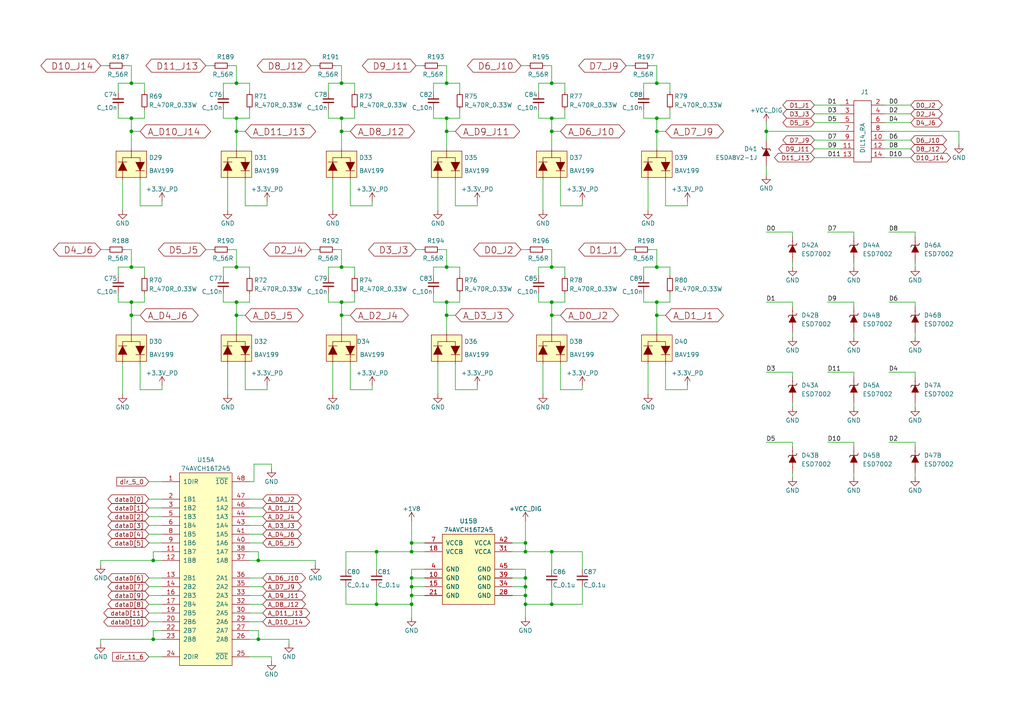
<source format=kicad_sch>
(kicad_sch (version 20211123) (generator eeschema)

  (uuid b1b11244-2b27-47ec-9510-8d42301d7457)

  (paper "A4")

  (title_block
    (title "Scopefun Oscilloscope")
    (rev "v2")
    (comment 1 "Copyright Dejan Priversek 2017")
    (comment 2 "Licensed under CERN OHL v.1.2")
  )

  

  (junction (at 109.22 160.02) (diameter 0) (color 0 0 0 0)
    (uuid 01e717af-b651-488b-9795-be6c9d32c722)
  )
  (junction (at 129.54 38.1) (diameter 0) (color 0 0 0 0)
    (uuid 04f0d028-c817-480c-944a-42cbfccafa9e)
  )
  (junction (at 119.38 170.18) (diameter 0) (color 0 0 0 0)
    (uuid 066403ff-b6e2-416f-826a-61b431c3e41e)
  )
  (junction (at 152.4 172.72) (diameter 0) (color 0 0 0 0)
    (uuid 06ba0042-8f17-4c6d-a05a-28e0ebd6e508)
  )
  (junction (at 99.06 38.1) (diameter 0) (color 0 0 0 0)
    (uuid 07ac831c-fcc7-4f73-a1e7-c50f81a964a0)
  )
  (junction (at 160.02 87.63) (diameter 0) (color 0 0 0 0)
    (uuid 0a7f5257-05d0-4aab-af0f-632e0d5e1e73)
  )
  (junction (at 68.58 38.1) (diameter 0) (color 0 0 0 0)
    (uuid 13671488-0cb9-4f6b-86f5-8833a4c93942)
  )
  (junction (at 119.38 172.72) (diameter 0) (color 0 0 0 0)
    (uuid 1b9443a3-51ba-4b98-961a-84902a38a4f3)
  )
  (junction (at 38.1 24.13) (diameter 0) (color 0 0 0 0)
    (uuid 26e4a474-8a0f-44e4-a083-5156b33d5329)
  )
  (junction (at 44.45 185.42) (diameter 0) (color 0 0 0 0)
    (uuid 290b2ff8-7fd3-4ba9-b5b0-28135feaafe8)
  )
  (junction (at 68.58 91.44) (diameter 0) (color 0 0 0 0)
    (uuid 3106b59c-fb61-4c51-93a8-cbf05e262ac5)
  )
  (junction (at 119.38 157.48) (diameter 0) (color 0 0 0 0)
    (uuid 3962a870-64da-40dd-8df7-4f70b48df1a9)
  )
  (junction (at 129.54 87.63) (diameter 0) (color 0 0 0 0)
    (uuid 3aa5dba9-698a-429b-b5bc-746b0a7330f7)
  )
  (junction (at 38.1 38.1) (diameter 0) (color 0 0 0 0)
    (uuid 3e191d7e-e900-4f02-8795-d23bc33d50f8)
  )
  (junction (at 68.58 77.47) (diameter 0) (color 0 0 0 0)
    (uuid 3e1ef0a3-447d-45fd-b694-212639e9d367)
  )
  (junction (at 190.5 34.29) (diameter 0) (color 0 0 0 0)
    (uuid 46634196-2c70-4f35-b871-e4f4df0ea48a)
  )
  (junction (at 152.4 175.26) (diameter 0) (color 0 0 0 0)
    (uuid 4b308f82-5bc1-4d5d-abeb-df3a70f5e2de)
  )
  (junction (at 68.58 24.13) (diameter 0) (color 0 0 0 0)
    (uuid 54dc5a27-69ab-4c71-9379-d9b7428afbc7)
  )
  (junction (at 129.54 77.47) (diameter 0) (color 0 0 0 0)
    (uuid 5ec0eab3-d17e-4a75-a0fd-484b9f8a2298)
  )
  (junction (at 129.54 34.29) (diameter 0) (color 0 0 0 0)
    (uuid 644d5ac8-9c43-456e-ab0c-b053f9bc520a)
  )
  (junction (at 38.1 77.47) (diameter 0) (color 0 0 0 0)
    (uuid 6d1860a3-107e-4663-8919-17e3714526b4)
  )
  (junction (at 160.02 175.26) (diameter 0) (color 0 0 0 0)
    (uuid 6ebf6e9a-cf89-4e3a-8810-69a7d387c654)
  )
  (junction (at 38.1 34.29) (diameter 0) (color 0 0 0 0)
    (uuid 70d65ff4-afad-4ea7-8548-e2d8889f8505)
  )
  (junction (at 190.5 77.47) (diameter 0) (color 0 0 0 0)
    (uuid 71e41a10-44db-4346-b6f4-dfa3ed0bff8e)
  )
  (junction (at 119.38 160.02) (diameter 0) (color 0 0 0 0)
    (uuid 762c3c0b-490f-4700-be51-c6a7ba896fe3)
  )
  (junction (at 74.93 162.56) (diameter 0) (color 0 0 0 0)
    (uuid 7b9091e3-c19e-46f9-ae71-24084fa5948d)
  )
  (junction (at 160.02 91.44) (diameter 0) (color 0 0 0 0)
    (uuid 7cffe4c2-f26d-4fcb-b1af-4916ea13e751)
  )
  (junction (at 99.06 77.47) (diameter 0) (color 0 0 0 0)
    (uuid 80425a2d-fa15-49dc-9961-181ebace8d4b)
  )
  (junction (at 119.38 167.64) (diameter 0) (color 0 0 0 0)
    (uuid 8236a635-ccca-4db1-92ae-27ce5451df22)
  )
  (junction (at 152.4 160.02) (diameter 0) (color 0 0 0 0)
    (uuid 82a6fa17-8830-478d-9595-5eea2fe7cc7f)
  )
  (junction (at 44.45 162.56) (diameter 0) (color 0 0 0 0)
    (uuid 8f666109-3a9f-4466-928f-d81c5e1d486b)
  )
  (junction (at 190.5 38.1) (diameter 0) (color 0 0 0 0)
    (uuid 9016872b-f4eb-46f2-af63-dddde3fdf79b)
  )
  (junction (at 109.22 175.26) (diameter 0) (color 0 0 0 0)
    (uuid 9c9e0837-9d02-497d-9fbd-bab3b1067259)
  )
  (junction (at 99.06 24.13) (diameter 0) (color 0 0 0 0)
    (uuid 9d523c28-c698-4f1a-8526-c7c1680a0aae)
  )
  (junction (at 160.02 160.02) (diameter 0) (color 0 0 0 0)
    (uuid a0c2ed19-a636-40a2-8970-6e4539968ab6)
  )
  (junction (at 38.1 91.44) (diameter 0) (color 0 0 0 0)
    (uuid a32010b5-ad76-441e-91c4-e41e9f21be41)
  )
  (junction (at 160.02 77.47) (diameter 0) (color 0 0 0 0)
    (uuid a36399ad-ceeb-4f74-af38-3845225fb3ea)
  )
  (junction (at 99.06 87.63) (diameter 0) (color 0 0 0 0)
    (uuid a6522efe-efaa-4294-8978-e8c504504a39)
  )
  (junction (at 222.25 38.1) (diameter 0) (color 0 0 0 0)
    (uuid a86f34a7-9793-4735-ac95-aaea2e6de655)
  )
  (junction (at 119.38 175.26) (diameter 0) (color 0 0 0 0)
    (uuid abe6a0d7-50b7-4a64-95cb-16cecf82e6f2)
  )
  (junction (at 160.02 24.13) (diameter 0) (color 0 0 0 0)
    (uuid b31f38ac-b940-4846-9b48-43ebbd4f4b50)
  )
  (junction (at 68.58 87.63) (diameter 0) (color 0 0 0 0)
    (uuid b594cf00-c46f-44a2-bd88-8d9301ac717c)
  )
  (junction (at 74.93 185.42) (diameter 0) (color 0 0 0 0)
    (uuid b7fbf3b4-93ab-445d-9566-3163014a531c)
  )
  (junction (at 190.5 24.13) (diameter 0) (color 0 0 0 0)
    (uuid c3b485fe-0f1e-46fb-b3ff-8782ddd819b9)
  )
  (junction (at 160.02 38.1) (diameter 0) (color 0 0 0 0)
    (uuid d169cf48-9f6d-465e-a5b6-60a89aa51c3a)
  )
  (junction (at 152.4 170.18) (diameter 0) (color 0 0 0 0)
    (uuid db93065d-d7a9-442c-84f2-46c614861f72)
  )
  (junction (at 129.54 91.44) (diameter 0) (color 0 0 0 0)
    (uuid de79dd56-ea24-41fe-b664-f8c19a2b4f94)
  )
  (junction (at 99.06 91.44) (diameter 0) (color 0 0 0 0)
    (uuid decc1120-527f-4db0-bbf7-5cd6825d374e)
  )
  (junction (at 129.54 24.13) (diameter 0) (color 0 0 0 0)
    (uuid e246b4c6-330f-4c5e-b9dd-b100eb27bc9f)
  )
  (junction (at 190.5 87.63) (diameter 0) (color 0 0 0 0)
    (uuid e43e5894-ce0d-49fa-9364-b277a96db1ea)
  )
  (junction (at 190.5 91.44) (diameter 0) (color 0 0 0 0)
    (uuid e4bf0dba-c0ae-4510-ab52-5f49cc86f479)
  )
  (junction (at 152.4 157.48) (diameter 0) (color 0 0 0 0)
    (uuid e61112af-6140-44f5-b7a6-941c2d3d06cd)
  )
  (junction (at 160.02 34.29) (diameter 0) (color 0 0 0 0)
    (uuid eb31c53c-9f60-4217-aa46-79aa78f31786)
  )
  (junction (at 99.06 34.29) (diameter 0) (color 0 0 0 0)
    (uuid efbd3197-cbc9-408a-a2b5-e8292a952aae)
  )
  (junction (at 68.58 34.29) (diameter 0) (color 0 0 0 0)
    (uuid f15774e0-050c-4269-822a-19c35f37516d)
  )
  (junction (at 38.1 87.63) (diameter 0) (color 0 0 0 0)
    (uuid faf896ff-a31a-44d8-9988-76831a9d862a)
  )
  (junction (at 152.4 167.64) (diameter 0) (color 0 0 0 0)
    (uuid ff30d046-a2da-475f-8b0f-fa3676850cb3)
  )

  (wire (pts (xy 168.91 113.03) (xy 162.56 113.03))
    (stroke (width 0) (type default) (color 0 0 0 0))
    (uuid 004c30d9-3726-4058-8db0-bb836a778fc7)
  )
  (wire (pts (xy 43.18 149.86) (xy 46.99 149.86))
    (stroke (width 0) (type default) (color 0 0 0 0))
    (uuid 01a881a1-9de1-4060-a8bc-0b4e4830c12c)
  )
  (wire (pts (xy 157.48 60.96) (xy 157.48 52.07))
    (stroke (width 0) (type default) (color 0 0 0 0))
    (uuid 01b34e41-af93-4e1d-928b-489fa2be9377)
  )
  (wire (pts (xy 41.91 34.29) (xy 41.91 31.75))
    (stroke (width 0) (type default) (color 0 0 0 0))
    (uuid 01d02d44-e617-4355-9df5-011b6684844b)
  )
  (wire (pts (xy 265.43 128.27) (xy 265.43 129.54))
    (stroke (width 0) (type default) (color 0 0 0 0))
    (uuid 02c6f949-f3c3-4e34-8bc1-8aa811f53123)
  )
  (wire (pts (xy 120.65 19.05) (xy 122.555 19.05))
    (stroke (width 0) (type default) (color 0 0 0 0))
    (uuid 03cc8415-eebf-4a5c-ab19-44f88336b0b6)
  )
  (wire (pts (xy 34.29 26.67) (xy 34.29 24.13))
    (stroke (width 0) (type default) (color 0 0 0 0))
    (uuid 0409d5bd-6b96-47d6-bb8d-c9ff70be817d)
  )
  (wire (pts (xy 68.58 38.1) (xy 68.58 43.18))
    (stroke (width 0) (type default) (color 0 0 0 0))
    (uuid 043990e6-ce36-46cb-9668-60987d494867)
  )
  (wire (pts (xy 41.91 87.63) (xy 41.91 85.09))
    (stroke (width 0) (type default) (color 0 0 0 0))
    (uuid 047327b2-82e1-40fe-998b-4d304bb25c38)
  )
  (wire (pts (xy 119.38 170.18) (xy 123.19 170.18))
    (stroke (width 0) (type default) (color 0 0 0 0))
    (uuid 05897786-b525-4d78-82b8-fa6953dd70aa)
  )
  (wire (pts (xy 96.52 114.3) (xy 96.52 105.41))
    (stroke (width 0) (type default) (color 0 0 0 0))
    (uuid 05fd22cb-dff4-4a8c-8f01-3428b502748b)
  )
  (wire (pts (xy 119.38 172.72) (xy 123.19 172.72))
    (stroke (width 0) (type default) (color 0 0 0 0))
    (uuid 0635105a-4279-41fa-8671-05374d9628ac)
  )
  (wire (pts (xy 133.35 87.63) (xy 133.35 85.09))
    (stroke (width 0) (type default) (color 0 0 0 0))
    (uuid 06bc1d3f-a817-499c-b305-bf090751aa70)
  )
  (wire (pts (xy 188.595 72.39) (xy 190.5 72.39))
    (stroke (width 0) (type default) (color 0 0 0 0))
    (uuid 0797c66f-ceb9-4e97-aebd-deb488997a28)
  )
  (wire (pts (xy 95.25 77.47) (xy 99.06 77.47))
    (stroke (width 0) (type default) (color 0 0 0 0))
    (uuid 08ea73d9-b82c-41dc-bb2a-d12314dfd682)
  )
  (wire (pts (xy 34.29 87.63) (xy 34.29 85.09))
    (stroke (width 0) (type default) (color 0 0 0 0))
    (uuid 08eed42f-b0b5-4dbc-8033-da3ce74644a6)
  )
  (wire (pts (xy 125.73 24.13) (xy 129.54 24.13))
    (stroke (width 0) (type default) (color 0 0 0 0))
    (uuid 09e04927-dfea-4dda-908e-bd0fc3f3fc1f)
  )
  (wire (pts (xy 95.25 24.13) (xy 99.06 24.13))
    (stroke (width 0) (type default) (color 0 0 0 0))
    (uuid 0d9a5925-3677-4baf-8c3e-88d6199b0d1b)
  )
  (wire (pts (xy 194.31 24.13) (xy 194.31 26.67))
    (stroke (width 0) (type default) (color 0 0 0 0))
    (uuid 0f4e4efe-dbfd-4d8e-846f-b5579e1bec3c)
  )
  (wire (pts (xy 222.25 107.95) (xy 229.87 107.95))
    (stroke (width 0) (type default) (color 0 0 0 0))
    (uuid 10eda7e0-58cb-4103-9491-731ead664fb6)
  )
  (wire (pts (xy 256.54 43.18) (xy 264.16 43.18))
    (stroke (width 0) (type default) (color 0 0 0 0))
    (uuid 11969c42-3fb7-49a4-8349-6c0ffcdab2e8)
  )
  (wire (pts (xy 43.18 170.18) (xy 46.99 170.18))
    (stroke (width 0) (type default) (color 0 0 0 0))
    (uuid 12b351f9-6591-4abc-b4c0-05a9ef03306e)
  )
  (wire (pts (xy 229.87 96.52) (xy 229.87 97.79))
    (stroke (width 0) (type default) (color 0 0 0 0))
    (uuid 133f6cc1-bcfd-4f10-9fd0-b453e060e86b)
  )
  (wire (pts (xy 119.38 172.72) (xy 119.38 175.26))
    (stroke (width 0) (type default) (color 0 0 0 0))
    (uuid 15d2cb77-cbab-43b5-b538-84d409890b6e)
  )
  (wire (pts (xy 132.08 91.44) (xy 129.54 91.44))
    (stroke (width 0) (type default) (color 0 0 0 0))
    (uuid 169878d4-1485-4df7-81b4-2b96d7152417)
  )
  (wire (pts (xy 72.39 24.13) (xy 72.39 26.67))
    (stroke (width 0) (type default) (color 0 0 0 0))
    (uuid 1775dfeb-f12d-4fbf-bc30-325244073ad9)
  )
  (wire (pts (xy 38.1 91.44) (xy 38.1 96.52))
    (stroke (width 0) (type default) (color 0 0 0 0))
    (uuid 18849e17-e770-45d7-868e-0cd9dad9de69)
  )
  (wire (pts (xy 29.21 162.56) (xy 44.45 162.56))
    (stroke (width 0) (type default) (color 0 0 0 0))
    (uuid 18cf4fb6-ca92-44ec-95f1-2adb5dfd4536)
  )
  (wire (pts (xy 72.39 170.18) (xy 76.2 170.18))
    (stroke (width 0) (type default) (color 0 0 0 0))
    (uuid 18d685cd-dbe0-43a0-95a9-c950c9289910)
  )
  (wire (pts (xy 34.29 34.29) (xy 34.29 31.75))
    (stroke (width 0) (type default) (color 0 0 0 0))
    (uuid 1a1055f1-ea24-44dd-af71-c6fd3b00671f)
  )
  (wire (pts (xy 265.43 107.95) (xy 265.43 109.22))
    (stroke (width 0) (type default) (color 0 0 0 0))
    (uuid 1b63caaa-e76e-48aa-b5d5-8c0240fe2072)
  )
  (wire (pts (xy 107.95 111.76) (xy 107.95 113.03))
    (stroke (width 0) (type default) (color 0 0 0 0))
    (uuid 1db3d041-c339-439c-b35c-74029c0d8dd1)
  )
  (wire (pts (xy 194.31 77.47) (xy 194.31 80.01))
    (stroke (width 0) (type default) (color 0 0 0 0))
    (uuid 1e1e59e6-047e-4f4b-9de9-484befb33325)
  )
  (wire (pts (xy 256.54 35.56) (xy 264.16 35.56))
    (stroke (width 0) (type default) (color 0 0 0 0))
    (uuid 1e58ffc7-8d50-4250-bea4-a79ddbf6a0f0)
  )
  (wire (pts (xy 119.38 167.64) (xy 119.38 170.18))
    (stroke (width 0) (type default) (color 0 0 0 0))
    (uuid 1ede0768-e859-4316-8ade-3fe07133097f)
  )
  (wire (pts (xy 129.54 72.39) (xy 129.54 77.47))
    (stroke (width 0) (type default) (color 0 0 0 0))
    (uuid 1f6dc4c0-95ef-489e-9315-edd5a136afd5)
  )
  (wire (pts (xy 132.08 113.03) (xy 132.08 105.41))
    (stroke (width 0) (type default) (color 0 0 0 0))
    (uuid 1fce8e02-82e8-4e7b-8f74-05bef82294b8)
  )
  (wire (pts (xy 38.1 77.47) (xy 41.91 77.47))
    (stroke (width 0) (type default) (color 0 0 0 0))
    (uuid 1fd4d199-be0d-4bd6-a8bf-6a584dd790d8)
  )
  (wire (pts (xy 119.38 157.48) (xy 123.19 157.48))
    (stroke (width 0) (type default) (color 0 0 0 0))
    (uuid 20cf0c08-e332-4a8c-b3c4-79dc756d878b)
  )
  (wire (pts (xy 72.39 77.47) (xy 72.39 80.01))
    (stroke (width 0) (type default) (color 0 0 0 0))
    (uuid 22ef120b-7d29-4557-88e0-3f20e90904cc)
  )
  (wire (pts (xy 119.38 175.26) (xy 119.38 179.07))
    (stroke (width 0) (type default) (color 0 0 0 0))
    (uuid 23b439d6-d3a6-4eef-8ed2-4ab5886d64ac)
  )
  (wire (pts (xy 29.21 185.42) (xy 29.21 186.69))
    (stroke (width 0) (type default) (color 0 0 0 0))
    (uuid 24587fcd-cc31-4cad-9b1b-ca9128ef77b0)
  )
  (wire (pts (xy 190.5 72.39) (xy 190.5 77.47))
    (stroke (width 0) (type default) (color 0 0 0 0))
    (uuid 2478a6e7-1dd9-4441-8257-f76832ff8e9d)
  )
  (wire (pts (xy 129.54 87.63) (xy 133.35 87.63))
    (stroke (width 0) (type default) (color 0 0 0 0))
    (uuid 24a17496-dff6-498c-b90a-2eab4caa8c61)
  )
  (wire (pts (xy 72.39 34.29) (xy 72.39 31.75))
    (stroke (width 0) (type default) (color 0 0 0 0))
    (uuid 24eff49c-bd8f-4b46-ac8e-1e6a98d4d952)
  )
  (wire (pts (xy 125.73 34.29) (xy 125.73 31.75))
    (stroke (width 0) (type default) (color 0 0 0 0))
    (uuid 256be11b-c4ef-4bf9-938a-cee2fdf981c8)
  )
  (wire (pts (xy 256.54 40.64) (xy 264.16 40.64))
    (stroke (width 0) (type default) (color 0 0 0 0))
    (uuid 263756cf-3853-4524-8df2-424ae259267e)
  )
  (wire (pts (xy 199.39 113.03) (xy 193.04 113.03))
    (stroke (width 0) (type default) (color 0 0 0 0))
    (uuid 287ef878-3010-4032-8614-43b8c94551f4)
  )
  (wire (pts (xy 193.04 38.1) (xy 190.5 38.1))
    (stroke (width 0) (type default) (color 0 0 0 0))
    (uuid 29931f0a-b7aa-4d73-a2c2-d75d63c18b79)
  )
  (wire (pts (xy 95.25 80.01) (xy 95.25 77.47))
    (stroke (width 0) (type default) (color 0 0 0 0))
    (uuid 29c8103b-55df-4ba7-bb30-27604469a02c)
  )
  (wire (pts (xy 102.87 87.63) (xy 102.87 85.09))
    (stroke (width 0) (type default) (color 0 0 0 0))
    (uuid 2b1ccc34-c439-431e-a579-6de321c72079)
  )
  (wire (pts (xy 158.115 19.05) (xy 160.02 19.05))
    (stroke (width 0) (type default) (color 0 0 0 0))
    (uuid 2c4112c8-10d4-476b-88b9-bdf3ce23c8fe)
  )
  (wire (pts (xy 163.83 24.13) (xy 163.83 26.67))
    (stroke (width 0) (type default) (color 0 0 0 0))
    (uuid 2c717313-0b37-481e-88c0-c2bd1005d3a3)
  )
  (wire (pts (xy 257.81 67.31) (xy 265.43 67.31))
    (stroke (width 0) (type default) (color 0 0 0 0))
    (uuid 2cef1244-ff69-49b2-9f29-bb30a4e78f9b)
  )
  (wire (pts (xy 199.39 58.42) (xy 199.39 59.69))
    (stroke (width 0) (type default) (color 0 0 0 0))
    (uuid 2d492720-f026-4f74-9ef3-225bf440080e)
  )
  (wire (pts (xy 66.04 60.96) (xy 66.04 52.07))
    (stroke (width 0) (type default) (color 0 0 0 0))
    (uuid 2d5f70d7-69b2-4905-9bb4-9e48714ab5d1)
  )
  (wire (pts (xy 156.21 80.01) (xy 156.21 77.47))
    (stroke (width 0) (type default) (color 0 0 0 0))
    (uuid 2d780a09-e5db-42e5-98dc-04102e06b3c7)
  )
  (wire (pts (xy 40.64 38.1) (xy 38.1 38.1))
    (stroke (width 0) (type default) (color 0 0 0 0))
    (uuid 2e3a20d3-1ad7-4a50-986d-ad937c1980c1)
  )
  (wire (pts (xy 68.58 87.63) (xy 68.58 91.44))
    (stroke (width 0) (type default) (color 0 0 0 0))
    (uuid 2e5fbd59-f8ae-420c-b89e-8c299bbfff35)
  )
  (wire (pts (xy 43.18 175.26) (xy 46.99 175.26))
    (stroke (width 0) (type default) (color 0 0 0 0))
    (uuid 2f467f40-c1c7-4678-b309-b0c274b5a57f)
  )
  (wire (pts (xy 46.99 111.76) (xy 46.99 113.03))
    (stroke (width 0) (type default) (color 0 0 0 0))
    (uuid 2f53eade-34a2-4820-9c7c-99c05a6a68e9)
  )
  (wire (pts (xy 247.65 116.84) (xy 247.65 118.11))
    (stroke (width 0) (type default) (color 0 0 0 0))
    (uuid 2fdd0155-aa4a-445c-a81e-55a7d6115848)
  )
  (wire (pts (xy 72.39 87.63) (xy 72.39 85.09))
    (stroke (width 0) (type default) (color 0 0 0 0))
    (uuid 315ed40d-2ed2-43d4-ab56-86ff969d4795)
  )
  (wire (pts (xy 156.21 26.67) (xy 156.21 24.13))
    (stroke (width 0) (type default) (color 0 0 0 0))
    (uuid 3204d897-eb37-43b1-9986-8727e4837938)
  )
  (wire (pts (xy 107.95 58.42) (xy 107.95 59.69))
    (stroke (width 0) (type default) (color 0 0 0 0))
    (uuid 325ed895-5487-4db3-a885-9f6364ea8820)
  )
  (wire (pts (xy 186.69 80.01) (xy 186.69 77.47))
    (stroke (width 0) (type default) (color 0 0 0 0))
    (uuid 3325dcee-e044-4ae9-a82c-6bcc1829217a)
  )
  (wire (pts (xy 125.73 87.63) (xy 125.73 85.09))
    (stroke (width 0) (type default) (color 0 0 0 0))
    (uuid 33878cb0-de93-49ba-844f-9667b0ba12b2)
  )
  (wire (pts (xy 109.22 175.26) (xy 119.38 175.26))
    (stroke (width 0) (type default) (color 0 0 0 0))
    (uuid 356c6a6f-81d7-42a3-8c77-19391cc34d40)
  )
  (wire (pts (xy 99.06 87.63) (xy 99.06 91.44))
    (stroke (width 0) (type default) (color 0 0 0 0))
    (uuid 35766383-03d6-4f8b-9c16-d16020f426e2)
  )
  (wire (pts (xy 99.06 91.44) (xy 99.06 96.52))
    (stroke (width 0) (type default) (color 0 0 0 0))
    (uuid 36955080-a5ae-439c-8987-8b519c6871c4)
  )
  (wire (pts (xy 129.54 91.44) (xy 129.54 96.52))
    (stroke (width 0) (type default) (color 0 0 0 0))
    (uuid 382745f8-8e37-4ce7-a2ad-ecba074c2bef)
  )
  (wire (pts (xy 129.54 38.1) (xy 129.54 43.18))
    (stroke (width 0) (type default) (color 0 0 0 0))
    (uuid 38bbd101-ebb1-4c32-8a84-fd0c8c04ce3a)
  )
  (wire (pts (xy 46.99 113.03) (xy 40.64 113.03))
    (stroke (width 0) (type default) (color 0 0 0 0))
    (uuid 38ca63f7-9e89-479b-92e4-69f642c0bbff)
  )
  (wire (pts (xy 152.4 151.13) (xy 152.4 157.48))
    (stroke (width 0) (type default) (color 0 0 0 0))
    (uuid 3933c78d-e0e9-4bc8-9448-57f853d56416)
  )
  (wire (pts (xy 162.56 59.69) (xy 162.56 52.07))
    (stroke (width 0) (type default) (color 0 0 0 0))
    (uuid 396a4260-a2a2-4915-8e46-e45b012de968)
  )
  (wire (pts (xy 163.83 87.63) (xy 163.83 85.09))
    (stroke (width 0) (type default) (color 0 0 0 0))
    (uuid 39878562-d955-4b7e-bbe7-a787f143b36a)
  )
  (wire (pts (xy 236.22 43.18) (xy 243.84 43.18))
    (stroke (width 0) (type default) (color 0 0 0 0))
    (uuid 3a7238f6-7c6a-4e04-a22f-a51222d7d622)
  )
  (wire (pts (xy 152.4 157.48) (xy 148.59 157.48))
    (stroke (width 0) (type default) (color 0 0 0 0))
    (uuid 3b323332-8a11-49b8-a74e-223bd1a1ed65)
  )
  (wire (pts (xy 101.6 113.03) (xy 101.6 105.41))
    (stroke (width 0) (type default) (color 0 0 0 0))
    (uuid 3b3f3fca-2138-4431-a2c0-99b7edf94769)
  )
  (wire (pts (xy 100.33 175.26) (xy 109.22 175.26))
    (stroke (width 0) (type default) (color 0 0 0 0))
    (uuid 3b79a65d-a2a1-446e-97b2-66bb2ab83341)
  )
  (wire (pts (xy 68.58 34.29) (xy 68.58 38.1))
    (stroke (width 0) (type default) (color 0 0 0 0))
    (uuid 3ba6d5cf-4b1d-4ed7-ac3d-737a53e61328)
  )
  (wire (pts (xy 186.69 24.13) (xy 190.5 24.13))
    (stroke (width 0) (type default) (color 0 0 0 0))
    (uuid 3bb32800-0789-4851-bbe9-2310d9db13a8)
  )
  (wire (pts (xy 91.44 162.56) (xy 91.44 163.83))
    (stroke (width 0) (type default) (color 0 0 0 0))
    (uuid 3f15e562-4f32-44ce-815c-9c786ca24011)
  )
  (wire (pts (xy 257.81 128.27) (xy 265.43 128.27))
    (stroke (width 0) (type default) (color 0 0 0 0))
    (uuid 3f731978-3766-4ada-a37b-2df47224368b)
  )
  (wire (pts (xy 163.83 34.29) (xy 163.83 31.75))
    (stroke (width 0) (type default) (color 0 0 0 0))
    (uuid 4097d8ff-d5fe-4916-b054-086b1f2834f9)
  )
  (wire (pts (xy 123.19 167.64) (xy 119.38 167.64))
    (stroke (width 0) (type default) (color 0 0 0 0))
    (uuid 42c05a67-b42f-4b6d-9c44-571af09eeb4b)
  )
  (wire (pts (xy 256.54 38.1) (xy 278.13 38.1))
    (stroke (width 0) (type default) (color 0 0 0 0))
    (uuid 42f26f97-84ba-4654-93f0-c5bfb573e97d)
  )
  (wire (pts (xy 125.73 26.67) (xy 125.73 24.13))
    (stroke (width 0) (type default) (color 0 0 0 0))
    (uuid 43990297-22a0-4f30-9cdc-2e77b673b5a9)
  )
  (wire (pts (xy 97.155 72.39) (xy 99.06 72.39))
    (stroke (width 0) (type default) (color 0 0 0 0))
    (uuid 43cc368e-4915-491d-a959-587ee1a58f20)
  )
  (wire (pts (xy 186.69 26.67) (xy 186.69 24.13))
    (stroke (width 0) (type default) (color 0 0 0 0))
    (uuid 45144977-764a-422c-9c40-bbfc27fb2a22)
  )
  (wire (pts (xy 190.5 34.29) (xy 194.31 34.29))
    (stroke (width 0) (type default) (color 0 0 0 0))
    (uuid 4614c9ab-c055-4223-85b8-83fc15894a97)
  )
  (wire (pts (xy 222.25 87.63) (xy 229.87 87.63))
    (stroke (width 0) (type default) (color 0 0 0 0))
    (uuid 4688d2e0-8ec6-455e-bd8c-2ca1be46fa78)
  )
  (wire (pts (xy 156.21 87.63) (xy 156.21 85.09))
    (stroke (width 0) (type default) (color 0 0 0 0))
    (uuid 46a06217-e928-45d4-88d4-ea964c6b2de4)
  )
  (wire (pts (xy 64.77 34.29) (xy 64.77 31.75))
    (stroke (width 0) (type default) (color 0 0 0 0))
    (uuid 46a4ea48-c711-4ba8-bcde-157460e3d207)
  )
  (wire (pts (xy 43.18 167.64) (xy 46.99 167.64))
    (stroke (width 0) (type default) (color 0 0 0 0))
    (uuid 476229cc-ca1e-4a0f-8f09-96ad5be435cb)
  )
  (wire (pts (xy 162.56 113.03) (xy 162.56 105.41))
    (stroke (width 0) (type default) (color 0 0 0 0))
    (uuid 47cc1fdc-68c6-49ff-9b87-55bdcf3ac29c)
  )
  (wire (pts (xy 125.73 34.29) (xy 129.54 34.29))
    (stroke (width 0) (type default) (color 0 0 0 0))
    (uuid 47d45996-5914-498d-9155-02c861625a77)
  )
  (wire (pts (xy 229.87 107.95) (xy 229.87 109.22))
    (stroke (width 0) (type default) (color 0 0 0 0))
    (uuid 486ae507-96f4-496a-94ff-81dad4472f27)
  )
  (wire (pts (xy 102.87 77.47) (xy 102.87 80.01))
    (stroke (width 0) (type default) (color 0 0 0 0))
    (uuid 49155c9e-7231-4c58-a78b-200933cd83a4)
  )
  (wire (pts (xy 222.25 35.56) (xy 222.25 38.1))
    (stroke (width 0) (type default) (color 0 0 0 0))
    (uuid 492caf45-c836-4c55-ac2e-4219c2a3308c)
  )
  (wire (pts (xy 190.5 77.47) (xy 194.31 77.47))
    (stroke (width 0) (type default) (color 0 0 0 0))
    (uuid 49b02c20-3187-433b-879c-0a1e824a1e8b)
  )
  (wire (pts (xy 73.66 134.62) (xy 78.74 134.62))
    (stroke (width 0) (type default) (color 0 0 0 0))
    (uuid 4b2bd551-ac9c-461d-83b5-b0e48139d320)
  )
  (wire (pts (xy 43.18 157.48) (xy 46.99 157.48))
    (stroke (width 0) (type default) (color 0 0 0 0))
    (uuid 4be58d4e-ca21-49a0-8c0d-288b1ff6c928)
  )
  (wire (pts (xy 99.06 87.63) (xy 102.87 87.63))
    (stroke (width 0) (type default) (color 0 0 0 0))
    (uuid 4d29a378-e1b4-4bcc-96c1-735e2852cb1f)
  )
  (wire (pts (xy 151.13 19.05) (xy 153.035 19.05))
    (stroke (width 0) (type default) (color 0 0 0 0))
    (uuid 4d5b9e80-6f31-4685-9cf8-a5b9368c8ed0)
  )
  (wire (pts (xy 43.18 180.34) (xy 46.99 180.34))
    (stroke (width 0) (type default) (color 0 0 0 0))
    (uuid 4d81b61f-606d-440e-8d6f-61b5eb92b469)
  )
  (wire (pts (xy 236.22 30.48) (xy 243.84 30.48))
    (stroke (width 0) (type default) (color 0 0 0 0))
    (uuid 4ea17c7e-e3e8-444a-8772-7da08997798e)
  )
  (wire (pts (xy 77.47 59.69) (xy 71.12 59.69))
    (stroke (width 0) (type default) (color 0 0 0 0))
    (uuid 4f4df253-634f-42c8-aaa5-1ea87996b9c7)
  )
  (wire (pts (xy 38.1 19.05) (xy 38.1 24.13))
    (stroke (width 0) (type default) (color 0 0 0 0))
    (uuid 4f5716ce-ffc6-49a0-972d-b38678e33ea2)
  )
  (wire (pts (xy 127 114.3) (xy 127 105.41))
    (stroke (width 0) (type default) (color 0 0 0 0))
    (uuid 4fd18a45-1988-4bb0-a09a-5786f3c32b09)
  )
  (wire (pts (xy 34.29 80.01) (xy 34.29 77.47))
    (stroke (width 0) (type default) (color 0 0 0 0))
    (uuid 4fd42951-5201-4f4f-ba4a-0a34ccbab4bb)
  )
  (wire (pts (xy 160.02 160.02) (xy 168.91 160.02))
    (stroke (width 0) (type default) (color 0 0 0 0))
    (uuid 50dd2f2f-fccd-42db-86c9-40d45c5b49d6)
  )
  (wire (pts (xy 43.18 144.78) (xy 46.99 144.78))
    (stroke (width 0) (type default) (color 0 0 0 0))
    (uuid 5138a8f4-6cf1-40a6-bfda-ac7bc846950e)
  )
  (wire (pts (xy 156.21 77.47) (xy 160.02 77.47))
    (stroke (width 0) (type default) (color 0 0 0 0))
    (uuid 521bfbc1-de05-4506-b52a-e16453f953ad)
  )
  (wire (pts (xy 64.77 77.47) (xy 68.58 77.47))
    (stroke (width 0) (type default) (color 0 0 0 0))
    (uuid 52aa4775-b499-4300-a415-65cd614bc4ca)
  )
  (wire (pts (xy 64.77 87.63) (xy 64.77 85.09))
    (stroke (width 0) (type default) (color 0 0 0 0))
    (uuid 52bf8c9f-a7b7-4b89-8df7-108d979d1b8c)
  )
  (wire (pts (xy 133.35 77.47) (xy 133.35 80.01))
    (stroke (width 0) (type default) (color 0 0 0 0))
    (uuid 53046843-cc40-4c50-a32a-9cce118673bf)
  )
  (wire (pts (xy 66.675 72.39) (xy 68.58 72.39))
    (stroke (width 0) (type default) (color 0 0 0 0))
    (uuid 531073ef-6d5c-421e-b8f5-49e402c33432)
  )
  (wire (pts (xy 44.45 162.56) (xy 46.99 162.56))
    (stroke (width 0) (type default) (color 0 0 0 0))
    (uuid 533dca8c-ce82-4e0d-8570-2262bd11294f)
  )
  (wire (pts (xy 34.29 77.47) (xy 38.1 77.47))
    (stroke (width 0) (type default) (color 0 0 0 0))
    (uuid 5521e7cc-abaf-4215-9357-e1d0e534cd15)
  )
  (wire (pts (xy 152.4 167.64) (xy 152.4 170.18))
    (stroke (width 0) (type default) (color 0 0 0 0))
    (uuid 55685874-0984-4fa4-8580-3e3901eb3f6d)
  )
  (wire (pts (xy 68.58 19.05) (xy 68.58 24.13))
    (stroke (width 0) (type default) (color 0 0 0 0))
    (uuid 55acbe99-c906-4a3c-a508-a08335067413)
  )
  (wire (pts (xy 186.69 34.29) (xy 190.5 34.29))
    (stroke (width 0) (type default) (color 0 0 0 0))
    (uuid 55f62029-af66-4168-97aa-c791fab7ce0f)
  )
  (wire (pts (xy 229.87 116.84) (xy 229.87 118.11))
    (stroke (width 0) (type default) (color 0 0 0 0))
    (uuid 5615ff77-3dce-4275-869b-627ce27663bc)
  )
  (wire (pts (xy 132.08 59.69) (xy 132.08 52.07))
    (stroke (width 0) (type default) (color 0 0 0 0))
    (uuid 56835a6b-d255-4c83-9acc-b8d3949119e6)
  )
  (wire (pts (xy 46.99 59.69) (xy 40.64 59.69))
    (stroke (width 0) (type default) (color 0 0 0 0))
    (uuid 569d9c28-24cb-4f61-939d-4d953f0ea8c0)
  )
  (wire (pts (xy 101.6 59.69) (xy 101.6 52.07))
    (stroke (width 0) (type default) (color 0 0 0 0))
    (uuid 56fc849c-b296-4403-9bb4-03c6bcf87048)
  )
  (wire (pts (xy 46.99 182.88) (xy 44.45 182.88))
    (stroke (width 0) (type default) (color 0 0 0 0))
    (uuid 57b46e54-0fd7-428f-89e9-2384adc40b64)
  )
  (wire (pts (xy 41.91 24.13) (xy 41.91 26.67))
    (stroke (width 0) (type default) (color 0 0 0 0))
    (uuid 590b274a-c1c3-4a51-a54b-4d295f6b762d)
  )
  (wire (pts (xy 74.93 160.02) (xy 74.93 162.56))
    (stroke (width 0) (type default) (color 0 0 0 0))
    (uuid 594930f1-e293-46b0-acd1-9b54a30140d1)
  )
  (wire (pts (xy 190.5 38.1) (xy 190.5 43.18))
    (stroke (width 0) (type default) (color 0 0 0 0))
    (uuid 5961dcf0-4d4c-404e-8e09-e8989fcc2fc5)
  )
  (wire (pts (xy 95.25 34.29) (xy 95.25 31.75))
    (stroke (width 0) (type default) (color 0 0 0 0))
    (uuid 59811369-676b-43e7-b8c3-81d491e17681)
  )
  (wire (pts (xy 265.43 76.2) (xy 265.43 77.47))
    (stroke (width 0) (type default) (color 0 0 0 0))
    (uuid 5a3c2b27-b63a-4a61-862e-cb294b053222)
  )
  (wire (pts (xy 72.39 144.78) (xy 76.2 144.78))
    (stroke (width 0) (type default) (color 0 0 0 0))
    (uuid 5a4ab1af-60d4-416e-8b38-9da9038b6357)
  )
  (wire (pts (xy 41.91 77.47) (xy 41.91 80.01))
    (stroke (width 0) (type default) (color 0 0 0 0))
    (uuid 5a842bd1-1095-4f3b-97a3-0a536f38bd93)
  )
  (wire (pts (xy 36.195 19.05) (xy 38.1 19.05))
    (stroke (width 0) (type default) (color 0 0 0 0))
    (uuid 5b15f03e-73df-440c-a6ff-1acb5500f047)
  )
  (wire (pts (xy 68.58 72.39) (xy 68.58 77.47))
    (stroke (width 0) (type default) (color 0 0 0 0))
    (uuid 5b40dd14-548e-441a-8e60-aabed75d2537)
  )
  (wire (pts (xy 243.84 38.1) (xy 222.25 38.1))
    (stroke (width 0) (type default) (color 0 0 0 0))
    (uuid 5c464d57-4d88-40fb-872d-85a1f36faa94)
  )
  (wire (pts (xy 72.39 157.48) (xy 76.2 157.48))
    (stroke (width 0) (type default) (color 0 0 0 0))
    (uuid 5e07ba15-f0a7-44ae-8349-208976b3deb4)
  )
  (wire (pts (xy 38.1 87.63) (xy 38.1 91.44))
    (stroke (width 0) (type default) (color 0 0 0 0))
    (uuid 5f42d5b8-70dd-4bfa-956a-5525dea60e39)
  )
  (wire (pts (xy 125.73 77.47) (xy 129.54 77.47))
    (stroke (width 0) (type default) (color 0 0 0 0))
    (uuid 5fdbeecb-600c-4689-a92f-7820269d7655)
  )
  (wire (pts (xy 160.02 165.1) (xy 160.02 160.02))
    (stroke (width 0) (type default) (color 0 0 0 0))
    (uuid 60740de8-9b7d-46a3-983e-2b60d3dfd97b)
  )
  (wire (pts (xy 29.21 72.39) (xy 31.115 72.39))
    (stroke (width 0) (type default) (color 0 0 0 0))
    (uuid 61c2b459-e28e-4686-b9d2-432b81df13d1)
  )
  (wire (pts (xy 123.19 165.1) (xy 119.38 165.1))
    (stroke (width 0) (type default) (color 0 0 0 0))
    (uuid 62ffb49f-deb6-406c-b4d6-064c024cb1cc)
  )
  (wire (pts (xy 95.25 26.67) (xy 95.25 24.13))
    (stroke (width 0) (type default) (color 0 0 0 0))
    (uuid 64165021-903e-4c98-8b4e-c2affe1d5d80)
  )
  (wire (pts (xy 97.155 19.05) (xy 99.06 19.05))
    (stroke (width 0) (type default) (color 0 0 0 0))
    (uuid 663bf4d0-d6a3-4d64-b545-4ed7dcbaf405)
  )
  (wire (pts (xy 168.91 160.02) (xy 168.91 165.1))
    (stroke (width 0) (type default) (color 0 0 0 0))
    (uuid 66d0b029-d6ef-4887-83a5-7b5a638e0189)
  )
  (wire (pts (xy 168.91 175.26) (xy 168.91 170.18))
    (stroke (width 0) (type default) (color 0 0 0 0))
    (uuid 66e429ab-5bfc-44d1-aa13-226f0a2b169d)
  )
  (wire (pts (xy 187.96 114.3) (xy 187.96 105.41))
    (stroke (width 0) (type default) (color 0 0 0 0))
    (uuid 670a1dc8-be36-4704-abd3-8881a9d343d6)
  )
  (wire (pts (xy 236.22 40.64) (xy 243.84 40.64))
    (stroke (width 0) (type default) (color 0 0 0 0))
    (uuid 67a5fcdd-3751-43e3-a6a2-427f0894f42a)
  )
  (wire (pts (xy 148.59 167.64) (xy 152.4 167.64))
    (stroke (width 0) (type default) (color 0 0 0 0))
    (uuid 67d33389-f745-465b-8df2-61a36467c6a1)
  )
  (wire (pts (xy 160.02 175.26) (xy 168.91 175.26))
    (stroke (width 0) (type default) (color 0 0 0 0))
    (uuid 68ac5ede-4be6-4cf4-af0b-e6ffb760e579)
  )
  (wire (pts (xy 99.06 77.47) (xy 102.87 77.47))
    (stroke (width 0) (type default) (color 0 0 0 0))
    (uuid 690d7273-3b98-4ddd-b9b5-8dc34cc4a0e2)
  )
  (wire (pts (xy 256.54 45.72) (xy 264.16 45.72))
    (stroke (width 0) (type default) (color 0 0 0 0))
    (uuid 6a48d0b8-0f65-4f63-bab3-30726f0b768c)
  )
  (wire (pts (xy 256.54 33.02) (xy 264.16 33.02))
    (stroke (width 0) (type default) (color 0 0 0 0))
    (uuid 6aa0c7aa-154b-4cf1-b26b-41c107eb038a)
  )
  (wire (pts (xy 257.81 107.95) (xy 265.43 107.95))
    (stroke (width 0) (type default) (color 0 0 0 0))
    (uuid 6b636d0a-0dff-42e7-bbe9-686722679f54)
  )
  (wire (pts (xy 247.65 96.52) (xy 247.65 97.79))
    (stroke (width 0) (type default) (color 0 0 0 0))
    (uuid 6bced446-6fa1-4a44-9b3f-54cd3597a1e2)
  )
  (wire (pts (xy 40.64 59.69) (xy 40.64 52.07))
    (stroke (width 0) (type default) (color 0 0 0 0))
    (uuid 6c843bf6-f38e-4194-9a8e-7f72e1165388)
  )
  (wire (pts (xy 138.43 111.76) (xy 138.43 113.03))
    (stroke (width 0) (type default) (color 0 0 0 0))
    (uuid 6cfbdb56-d9c5-4e37-9afa-d7bf5354506a)
  )
  (wire (pts (xy 160.02 77.47) (xy 163.83 77.47))
    (stroke (width 0) (type default) (color 0 0 0 0))
    (uuid 6ed9bfef-2257-4850-8327-715eb623adb9)
  )
  (wire (pts (xy 77.47 113.03) (xy 71.12 113.03))
    (stroke (width 0) (type default) (color 0 0 0 0))
    (uuid 6ef55297-f259-4bec-96f2-100cf5bb0b4d)
  )
  (wire (pts (xy 125.73 87.63) (xy 129.54 87.63))
    (stroke (width 0) (type default) (color 0 0 0 0))
    (uuid 6fb3a23c-5f44-4c81-8833-edf45280e766)
  )
  (wire (pts (xy 64.77 26.67) (xy 64.77 24.13))
    (stroke (width 0) (type default) (color 0 0 0 0))
    (uuid 6fb4bc4d-95d1-4777-8dcd-c64486ab8513)
  )
  (wire (pts (xy 222.25 48.26) (xy 222.25 50.8))
    (stroke (width 0) (type default) (color 0 0 0 0))
    (uuid 6ff9a761-b7a5-4cf8-90e4-22a2e91c08a1)
  )
  (wire (pts (xy 152.4 170.18) (xy 152.4 172.72))
    (stroke (width 0) (type default) (color 0 0 0 0))
    (uuid 7017927f-8834-4779-83b8-3b9d81246785)
  )
  (wire (pts (xy 229.87 137.16) (xy 229.87 138.43))
    (stroke (width 0) (type default) (color 0 0 0 0))
    (uuid 70240b84-210b-475c-af2e-726312429f46)
  )
  (wire (pts (xy 74.93 162.56) (xy 91.44 162.56))
    (stroke (width 0) (type default) (color 0 0 0 0))
    (uuid 718520aa-c12a-4fff-b041-a6ca5784dded)
  )
  (wire (pts (xy 193.04 91.44) (xy 190.5 91.44))
    (stroke (width 0) (type default) (color 0 0 0 0))
    (uuid 72fad346-a235-4d41-bebd-99ff84b4d0cc)
  )
  (wire (pts (xy 38.1 24.13) (xy 41.91 24.13))
    (stroke (width 0) (type default) (color 0 0 0 0))
    (uuid 73ff2787-3665-4f6e-bf9e-63e5e94c60cc)
  )
  (wire (pts (xy 44.45 160.02) (xy 44.45 162.56))
    (stroke (width 0) (type default) (color 0 0 0 0))
    (uuid 75eec3cf-9547-42aa-85af-69b0ba8314ca)
  )
  (wire (pts (xy 199.39 59.69) (xy 193.04 59.69))
    (stroke (width 0) (type default) (color 0 0 0 0))
    (uuid 76ce120a-34c6-4d15-953e-c7bd07fff34c)
  )
  (wire (pts (xy 119.38 151.13) (xy 119.38 157.48))
    (stroke (width 0) (type default) (color 0 0 0 0))
    (uuid 7729d814-cbf4-4ef1-859f-b9981597edc7)
  )
  (wire (pts (xy 73.66 139.7) (xy 73.66 134.62))
    (stroke (width 0) (type default) (color 0 0 0 0))
    (uuid 788cb877-debb-45c7-980b-0cec9662bcb8)
  )
  (wire (pts (xy 163.83 77.47) (xy 163.83 80.01))
    (stroke (width 0) (type default) (color 0 0 0 0))
    (uuid 79dbf9a5-b7df-43fb-a00f-f81b8d414355)
  )
  (wire (pts (xy 236.22 45.72) (xy 243.84 45.72))
    (stroke (width 0) (type default) (color 0 0 0 0))
    (uuid 7a049f60-81da-4f43-97b9-4697f544c134)
  )
  (wire (pts (xy 193.04 113.03) (xy 193.04 105.41))
    (stroke (width 0) (type default) (color 0 0 0 0))
    (uuid 7a102d43-ab4c-40c7-a83e-136119ac6f29)
  )
  (wire (pts (xy 127.635 19.05) (xy 129.54 19.05))
    (stroke (width 0) (type default) (color 0 0 0 0))
    (uuid 7a90b126-f9f8-4924-a1d5-a7c60735cdea)
  )
  (wire (pts (xy 162.56 91.44) (xy 160.02 91.44))
    (stroke (width 0) (type default) (color 0 0 0 0))
    (uuid 7bc18e02-6cb3-49ad-b48f-6e9322b1f910)
  )
  (wire (pts (xy 72.39 147.32) (xy 76.2 147.32))
    (stroke (width 0) (type default) (color 0 0 0 0))
    (uuid 7dcddee7-cb64-4a9d-bde8-637d2ee9257b)
  )
  (wire (pts (xy 129.54 77.47) (xy 133.35 77.47))
    (stroke (width 0) (type default) (color 0 0 0 0))
    (uuid 7e31cb4a-bd1c-4217-b013-75b5af27fb5c)
  )
  (wire (pts (xy 160.02 72.39) (xy 160.02 77.47))
    (stroke (width 0) (type default) (color 0 0 0 0))
    (uuid 7f1b199d-4649-4d00-aca5-e87902c18ee3)
  )
  (wire (pts (xy 119.38 160.02) (xy 123.19 160.02))
    (stroke (width 0) (type default) (color 0 0 0 0))
    (uuid 801af3aa-168b-4004-a4d2-11d15ce6a641)
  )
  (wire (pts (xy 160.02 19.05) (xy 160.02 24.13))
    (stroke (width 0) (type default) (color 0 0 0 0))
    (uuid 80d5ce8f-7b4b-4b27-8849-8e3320f8b7bb)
  )
  (wire (pts (xy 190.5 87.63) (xy 190.5 91.44))
    (stroke (width 0) (type default) (color 0 0 0 0))
    (uuid 80e43d42-e22c-4ccc-bcf4-b2a49d6ebc7e)
  )
  (wire (pts (xy 162.56 38.1) (xy 160.02 38.1))
    (stroke (width 0) (type default) (color 0 0 0 0))
    (uuid 8182fba2-d22e-49bb-8581-cb8bff7574c0)
  )
  (wire (pts (xy 77.47 111.76) (xy 77.47 113.03))
    (stroke (width 0) (type default) (color 0 0 0 0))
    (uuid 8231b19c-ae8e-483e-8754-7633ede6e6be)
  )
  (wire (pts (xy 109.22 160.02) (xy 119.38 160.02))
    (stroke (width 0) (type default) (color 0 0 0 0))
    (uuid 831548d9-bf9f-462a-a544-e32d38f68b51)
  )
  (wire (pts (xy 38.1 87.63) (xy 41.91 87.63))
    (stroke (width 0) (type default) (color 0 0 0 0))
    (uuid 83ab1289-86af-4d17-a27a-c57396155b84)
  )
  (wire (pts (xy 78.74 190.5) (xy 78.74 191.77))
    (stroke (width 0) (type default) (color 0 0 0 0))
    (uuid 84d531ea-1cb2-489f-bf88-0b44a02b77dd)
  )
  (wire (pts (xy 38.1 34.29) (xy 41.91 34.29))
    (stroke (width 0) (type default) (color 0 0 0 0))
    (uuid 8512be71-fd68-4fcf-a580-ea27e3f43582)
  )
  (wire (pts (xy 72.39 162.56) (xy 74.93 162.56))
    (stroke (width 0) (type default) (color 0 0 0 0))
    (uuid 861998fc-4dee-48f6-95a3-eb29158ee06f)
  )
  (wire (pts (xy 72.39 149.86) (xy 76.2 149.86))
    (stroke (width 0) (type default) (color 0 0 0 0))
    (uuid 86819d76-65c8-4796-96b4-d5a97cd6067b)
  )
  (wire (pts (xy 129.54 34.29) (xy 129.54 38.1))
    (stroke (width 0) (type default) (color 0 0 0 0))
    (uuid 86d09f33-14ae-4f74-a6af-aea72179a890)
  )
  (wire (pts (xy 158.115 72.39) (xy 160.02 72.39))
    (stroke (width 0) (type default) (color 0 0 0 0))
    (uuid 86de4ddf-d43a-4f36-b0f3-5a169286f341)
  )
  (wire (pts (xy 247.65 128.27) (xy 247.65 129.54))
    (stroke (width 0) (type default) (color 0 0 0 0))
    (uuid 870fb605-9fcd-48c1-ae9c-67ff711a2f9f)
  )
  (wire (pts (xy 68.58 91.44) (xy 68.58 96.52))
    (stroke (width 0) (type default) (color 0 0 0 0))
    (uuid 8885dd54-8996-4e34-9b5c-55d23d3677b8)
  )
  (wire (pts (xy 190.5 24.13) (xy 194.31 24.13))
    (stroke (width 0) (type default) (color 0 0 0 0))
    (uuid 8934c3a4-af40-463d-bf33-2b26e94d850d)
  )
  (wire (pts (xy 64.77 34.29) (xy 68.58 34.29))
    (stroke (width 0) (type default) (color 0 0 0 0))
    (uuid 8a188f49-4c5c-4f81-a06e-7d5bf5b3768d)
  )
  (wire (pts (xy 34.29 34.29) (xy 38.1 34.29))
    (stroke (width 0) (type default) (color 0 0 0 0))
    (uuid 8f1980cf-17d4-499a-9160-7b3fb6f5be43)
  )
  (wire (pts (xy 44.45 185.42) (xy 46.99 185.42))
    (stroke (width 0) (type default) (color 0 0 0 0))
    (uuid 8f89c6cc-7c86-4c61-b1ae-ea7133c91589)
  )
  (wire (pts (xy 186.69 87.63) (xy 186.69 85.09))
    (stroke (width 0) (type default) (color 0 0 0 0))
    (uuid 8fbfcd09-9c09-4387-bd00-860fc9adc9cf)
  )
  (wire (pts (xy 278.13 38.1) (xy 278.13 41.91))
    (stroke (width 0) (type default) (color 0 0 0 0))
    (uuid 9141dbb7-513a-4a00-a5a5-e91c4c8d872d)
  )
  (wire (pts (xy 129.54 87.63) (xy 129.54 91.44))
    (stroke (width 0) (type default) (color 0 0 0 0))
    (uuid 91642b02-a1e3-45f1-86d5-e95c74a72c2a)
  )
  (wire (pts (xy 129.54 34.29) (xy 133.35 34.29))
    (stroke (width 0) (type default) (color 0 0 0 0))
    (uuid 944e0e28-0773-46f7-981d-a6ba7af54dd9)
  )
  (wire (pts (xy 95.25 87.63) (xy 99.06 87.63))
    (stroke (width 0) (type default) (color 0 0 0 0))
    (uuid 945a9e1b-922c-4978-88f4-f5ae5b2dedbd)
  )
  (wire (pts (xy 72.39 175.26) (xy 76.2 175.26))
    (stroke (width 0) (type default) (color 0 0 0 0))
    (uuid 94619743-b221-4688-a590-ffc62d3dfeb6)
  )
  (wire (pts (xy 29.21 185.42) (xy 44.45 185.42))
    (stroke (width 0) (type default) (color 0 0 0 0))
    (uuid 95e0ce7f-ac5a-48f9-8dba-7c3632711fbc)
  )
  (wire (pts (xy 127.635 72.39) (xy 129.54 72.39))
    (stroke (width 0) (type default) (color 0 0 0 0))
    (uuid 96031465-d3a9-41d3-ae75-8bacd78d3b0b)
  )
  (wire (pts (xy 64.77 24.13) (xy 68.58 24.13))
    (stroke (width 0) (type default) (color 0 0 0 0))
    (uuid 964742c0-ee94-4927-91df-9434b273df16)
  )
  (wire (pts (xy 160.02 170.18) (xy 160.02 175.26))
    (stroke (width 0) (type default) (color 0 0 0 0))
    (uuid 972d1dd0-6bd0-4f7d-a961-e0d0c99ad948)
  )
  (wire (pts (xy 187.96 60.96) (xy 187.96 52.07))
    (stroke (width 0) (type default) (color 0 0 0 0))
    (uuid 97aedeae-8c43-48df-bb4a-83746ecf0a47)
  )
  (wire (pts (xy 120.65 72.39) (xy 122.555 72.39))
    (stroke (width 0) (type default) (color 0 0 0 0))
    (uuid 97bf3737-ccff-4581-9b59-ee01090732fb)
  )
  (wire (pts (xy 119.38 157.48) (xy 119.38 160.02))
    (stroke (width 0) (type default) (color 0 0 0 0))
    (uuid 97e53677-dee9-4d53-aec4-58cc599f86d2)
  )
  (wire (pts (xy 152.4 172.72) (xy 152.4 175.26))
    (stroke (width 0) (type default) (color 0 0 0 0))
    (uuid 991f0a2b-478a-45ff-8ff1-e68aaa566c2c)
  )
  (wire (pts (xy 72.39 154.94) (xy 76.2 154.94))
    (stroke (width 0) (type default) (color 0 0 0 0))
    (uuid 993ff105-4d18-4c9e-91c5-e8c562468585)
  )
  (wire (pts (xy 43.18 139.7) (xy 46.99 139.7))
    (stroke (width 0) (type default) (color 0 0 0 0))
    (uuid 99ad4273-f643-44c1-b5af-850a553fee20)
  )
  (wire (pts (xy 132.08 38.1) (xy 129.54 38.1))
    (stroke (width 0) (type default) (color 0 0 0 0))
    (uuid 99be5d76-300e-4f20-a443-cae8947edfd5)
  )
  (wire (pts (xy 256.54 30.48) (xy 264.16 30.48))
    (stroke (width 0) (type default) (color 0 0 0 0))
    (uuid 9a064237-81c6-4294-a4e7-2aadc7d202ff)
  )
  (wire (pts (xy 74.93 182.88) (xy 74.93 185.42))
    (stroke (width 0) (type default) (color 0 0 0 0))
    (uuid 9ae9fb9d-266e-49ee-866a-ae65e8e77413)
  )
  (wire (pts (xy 90.17 72.39) (xy 92.075 72.39))
    (stroke (width 0) (type default) (color 0 0 0 0))
    (uuid 9bee20ca-f928-4382-a0a3-ea84cc6f7ab5)
  )
  (wire (pts (xy 152.4 160.02) (xy 160.02 160.02))
    (stroke (width 0) (type default) (color 0 0 0 0))
    (uuid 9cb96ba9-087d-4f98-9ea7-41cad54825f6)
  )
  (wire (pts (xy 119.38 165.1) (xy 119.38 167.64))
    (stroke (width 0) (type default) (color 0 0 0 0))
    (uuid 9ce491df-683d-48e6-b09b-aa9d6a83e74c)
  )
  (wire (pts (xy 101.6 38.1) (xy 99.06 38.1))
    (stroke (width 0) (type default) (color 0 0 0 0))
    (uuid 9ce4b7f0-c207-4d42-bf5a-92740e8ee18b)
  )
  (wire (pts (xy 186.69 87.63) (xy 190.5 87.63))
    (stroke (width 0) (type default) (color 0 0 0 0))
    (uuid 9d0a5abd-40bc-4885-b217-96052c4c153c)
  )
  (wire (pts (xy 64.77 87.63) (xy 68.58 87.63))
    (stroke (width 0) (type default) (color 0 0 0 0))
    (uuid 9dc173d9-2295-4e5d-9cce-c16607ef685f)
  )
  (wire (pts (xy 38.1 34.29) (xy 38.1 38.1))
    (stroke (width 0) (type default) (color 0 0 0 0))
    (uuid 9dee1416-5d24-4079-8f3b-80db1b19ce66)
  )
  (wire (pts (xy 129.54 24.13) (xy 133.35 24.13))
    (stroke (width 0) (type default) (color 0 0 0 0))
    (uuid 9ec5f3f5-c855-4a93-884e-c35b526be0b0)
  )
  (wire (pts (xy 109.22 165.1) (xy 109.22 160.02))
    (stroke (width 0) (type default) (color 0 0 0 0))
    (uuid 9ed4a053-cf7d-4429-833e-af65438f05f8)
  )
  (wire (pts (xy 129.54 19.05) (xy 129.54 24.13))
    (stroke (width 0) (type default) (color 0 0 0 0))
    (uuid 9efa549b-079b-4747-bbda-5d5b1defcab0)
  )
  (wire (pts (xy 152.4 170.18) (xy 148.59 170.18))
    (stroke (width 0) (type default) (color 0 0 0 0))
    (uuid 9f70a7d9-ab86-4b51-9028-0dab8dee5e7d)
  )
  (wire (pts (xy 152.4 175.26) (xy 152.4 179.07))
    (stroke (width 0) (type default) (color 0 0 0 0))
    (uuid 9f8b9b05-85d9-4d42-a272-b833f8f71b44)
  )
  (wire (pts (xy 160.02 87.63) (xy 160.02 91.44))
    (stroke (width 0) (type default) (color 0 0 0 0))
    (uuid 9fc8f214-ae45-48d1-84b6-8b76a95457cc)
  )
  (wire (pts (xy 160.02 34.29) (xy 160.02 38.1))
    (stroke (width 0) (type default) (color 0 0 0 0))
    (uuid a0139dbf-800f-4b31-affb-7aba7e231628)
  )
  (wire (pts (xy 68.58 34.29) (xy 72.39 34.29))
    (stroke (width 0) (type default) (color 0 0 0 0))
    (uuid a0b86307-a013-47ea-8b49-26a4a10e85b3)
  )
  (wire (pts (xy 160.02 24.13) (xy 163.83 24.13))
    (stroke (width 0) (type default) (color 0 0 0 0))
    (uuid a0dedf2f-787e-4ecb-8bb3-b62bcd1d3c79)
  )
  (wire (pts (xy 59.69 72.39) (xy 61.595 72.39))
    (stroke (width 0) (type default) (color 0 0 0 0))
    (uuid a18d6495-cf46-44b6-991e-be83e928a500)
  )
  (wire (pts (xy 133.35 34.29) (xy 133.35 31.75))
    (stroke (width 0) (type default) (color 0 0 0 0))
    (uuid a1c9bc98-3d1a-4cf6-9b8d-ab2ca2f32910)
  )
  (wire (pts (xy 156.21 87.63) (xy 160.02 87.63))
    (stroke (width 0) (type default) (color 0 0 0 0))
    (uuid a26c20d7-f4ad-4f52-8ea4-610a0d62e619)
  )
  (wire (pts (xy 46.99 160.02) (xy 44.45 160.02))
    (stroke (width 0) (type default) (color 0 0 0 0))
    (uuid a300f4fa-2ba8-4ace-9c94-ef81b544be56)
  )
  (wire (pts (xy 229.87 76.2) (xy 229.87 77.47))
    (stroke (width 0) (type default) (color 0 0 0 0))
    (uuid a3afe9a9-bdcb-4cad-ac0c-659718c5a0e6)
  )
  (wire (pts (xy 83.82 185.42) (xy 83.82 186.69))
    (stroke (width 0) (type default) (color 0 0 0 0))
    (uuid a452a9fc-5991-4009-9e56-7642676d69c4)
  )
  (wire (pts (xy 72.39 180.34) (xy 76.2 180.34))
    (stroke (width 0) (type default) (color 0 0 0 0))
    (uuid a547f32b-da49-47ea-b9ae-0902c7d12faa)
  )
  (wire (pts (xy 125.73 80.01) (xy 125.73 77.47))
    (stroke (width 0) (type default) (color 0 0 0 0))
    (uuid a845d920-34db-4ec2-8a4f-b210460ecd98)
  )
  (wire (pts (xy 72.39 182.88) (xy 74.93 182.88))
    (stroke (width 0) (type default) (color 0 0 0 0))
    (uuid a951150c-9089-41ba-8bfe-69460782c403)
  )
  (wire (pts (xy 66.675 19.05) (xy 68.58 19.05))
    (stroke (width 0) (type default) (color 0 0 0 0))
    (uuid aa55bf39-14de-4fef-83f5-89558c78bbbe)
  )
  (wire (pts (xy 34.29 87.63) (xy 38.1 87.63))
    (stroke (width 0) (type default) (color 0 0 0 0))
    (uuid aa876ceb-6942-440f-b8b1-e714f33be91a)
  )
  (wire (pts (xy 99.06 19.05) (xy 99.06 24.13))
    (stroke (width 0) (type default) (color 0 0 0 0))
    (uuid aa9b2cea-b8fe-44be-befd-4138a19b60f8)
  )
  (wire (pts (xy 100.33 160.02) (xy 109.22 160.02))
    (stroke (width 0) (type default) (color 0 0 0 0))
    (uuid ab8d1bbb-1dd9-4216-91b5-08a2fd3a63cd)
  )
  (wire (pts (xy 96.52 60.96) (xy 96.52 52.07))
    (stroke (width 0) (type default) (color 0 0 0 0))
    (uuid abd02f2b-63a6-4b27-b14c-97cc6e52ac01)
  )
  (wire (pts (xy 34.29 24.13) (xy 38.1 24.13))
    (stroke (width 0) (type default) (color 0 0 0 0))
    (uuid abe514bc-8004-41a1-b6db-5571155df230)
  )
  (wire (pts (xy 72.39 160.02) (xy 74.93 160.02))
    (stroke (width 0) (type default) (color 0 0 0 0))
    (uuid acebdaf1-95a8-40ac-9403-49765c8ed878)
  )
  (wire (pts (xy 127 60.96) (xy 127 52.07))
    (stroke (width 0) (type default) (color 0 0 0 0))
    (uuid add90365-59e6-451f-89f8-8665d94a32ba)
  )
  (wire (pts (xy 72.39 177.8) (xy 76.2 177.8))
    (stroke (width 0) (type default) (color 0 0 0 0))
    (uuid ae6bf646-b66b-4f78-ba4e-7b721157abf0)
  )
  (wire (pts (xy 78.74 134.62) (xy 78.74 135.89))
    (stroke (width 0) (type default) (color 0 0 0 0))
    (uuid afb44acf-44da-492b-ae00-6960a89d10a2)
  )
  (wire (pts (xy 133.35 24.13) (xy 133.35 26.67))
    (stroke (width 0) (type default) (color 0 0 0 0))
    (uuid b0299914-5178-40c4-9716-29d440fcbc3d)
  )
  (wire (pts (xy 247.65 67.31) (xy 247.65 68.58))
    (stroke (width 0) (type default) (color 0 0 0 0))
    (uuid b0339997-f8df-4e8f-bc05-6f4287a03446)
  )
  (wire (pts (xy 229.87 128.27) (xy 229.87 129.54))
    (stroke (width 0) (type default) (color 0 0 0 0))
    (uuid b12465db-eb25-45dc-bf13-67bf3d2f916d)
  )
  (wire (pts (xy 100.33 170.18) (xy 100.33 175.26))
    (stroke (width 0) (type default) (color 0 0 0 0))
    (uuid b1ae57e1-dd0a-428b-abac-e543a71573b8)
  )
  (wire (pts (xy 186.69 77.47) (xy 190.5 77.47))
    (stroke (width 0) (type default) (color 0 0 0 0))
    (uuid b1af12d0-5ec6-432e-8950-479189cae1e0)
  )
  (wire (pts (xy 90.17 19.05) (xy 92.075 19.05))
    (stroke (width 0) (type default) (color 0 0 0 0))
    (uuid b1d75004-c17b-479e-bc25-e66a388f9e06)
  )
  (wire (pts (xy 265.43 116.84) (xy 265.43 118.11))
    (stroke (width 0) (type default) (color 0 0 0 0))
    (uuid b29f51b7-69d4-4d97-a81d-c57880f223e3)
  )
  (wire (pts (xy 43.18 172.72) (xy 46.99 172.72))
    (stroke (width 0) (type default) (color 0 0 0 0))
    (uuid b3031e3f-415e-4b5b-a1bc-6773b71af3ea)
  )
  (wire (pts (xy 95.25 34.29) (xy 99.06 34.29))
    (stroke (width 0) (type default) (color 0 0 0 0))
    (uuid b31233f9-2da6-4a1a-a3d8-a08f13d9a8b2)
  )
  (wire (pts (xy 152.4 175.26) (xy 160.02 175.26))
    (stroke (width 0) (type default) (color 0 0 0 0))
    (uuid b380278d-7c92-43cf-91a9-1c97dfe82a8c)
  )
  (wire (pts (xy 61.595 19.05) (xy 59.69 19.05))
    (stroke (width 0) (type default) (color 0 0 0 0))
    (uuid b3875ce7-9b02-4372-805c-4ee8d43b1097)
  )
  (wire (pts (xy 66.04 114.3) (xy 66.04 105.41))
    (stroke (width 0) (type default) (color 0 0 0 0))
    (uuid b3956231-dfd8-4fed-845c-2e002f76a53d)
  )
  (wire (pts (xy 71.12 91.44) (xy 68.58 91.44))
    (stroke (width 0) (type default) (color 0 0 0 0))
    (uuid b44dfd56-9f75-4375-bfb1-0c583048d194)
  )
  (wire (pts (xy 152.4 157.48) (xy 152.4 160.02))
    (stroke (width 0) (type default) (color 0 0 0 0))
    (uuid b4d706cb-7a37-4e7d-a641-14618f99995e)
  )
  (wire (pts (xy 138.43 59.69) (xy 132.08 59.69))
    (stroke (width 0) (type default) (color 0 0 0 0))
    (uuid b4f3deb9-ff7a-4ab8-aa63-bde787a78d58)
  )
  (wire (pts (xy 99.06 34.29) (xy 99.06 38.1))
    (stroke (width 0) (type default) (color 0 0 0 0))
    (uuid b722165f-6032-4da5-a108-e8e66a953064)
  )
  (wire (pts (xy 43.18 190.5) (xy 46.99 190.5))
    (stroke (width 0) (type default) (color 0 0 0 0))
    (uuid b7a6af85-c77d-476d-9e20-ce1bdec0fad4)
  )
  (wire (pts (xy 168.91 59.69) (xy 162.56 59.69))
    (stroke (width 0) (type default) (color 0 0 0 0))
    (uuid b8a55507-a42b-46fa-a8a9-72c49d93e96c)
  )
  (wire (pts (xy 190.5 19.05) (xy 190.5 24.13))
    (stroke (width 0) (type default) (color 0 0 0 0))
    (uuid b9808a34-010f-4b17-a061-e7a1a2fdcf61)
  )
  (wire (pts (xy 168.91 58.42) (xy 168.91 59.69))
    (stroke (width 0) (type default) (color 0 0 0 0))
    (uuid b9ad88d6-3ed9-406b-a6f9-0fb8cd5b9198)
  )
  (wire (pts (xy 40.64 91.44) (xy 38.1 91.44))
    (stroke (width 0) (type default) (color 0 0 0 0))
    (uuid b9b15629-ffab-4853-9407-4fe9382fb370)
  )
  (wire (pts (xy 74.93 185.42) (xy 83.82 185.42))
    (stroke (width 0) (type default) (color 0 0 0 0))
    (uuid ba5c4ba6-8d62-4e9c-bb7f-329201e58b6b)
  )
  (wire (pts (xy 40.64 113.03) (xy 40.64 105.41))
    (stroke (width 0) (type default) (color 0 0 0 0))
    (uuid ba75fa67-d482-4fa0-bc97-ea94568324e4)
  )
  (wire (pts (xy 222.25 38.1) (xy 222.25 40.64))
    (stroke (width 0) (type default) (color 0 0 0 0))
    (uuid bbd5bfb2-1369-4127-9185-9bcee36e8962)
  )
  (wire (pts (xy 240.03 87.63) (xy 247.65 87.63))
    (stroke (width 0) (type default) (color 0 0 0 0))
    (uuid bbfacb1b-ce19-4d1d-8515-dae0895f92da)
  )
  (wire (pts (xy 99.06 72.39) (xy 99.06 77.47))
    (stroke (width 0) (type default) (color 0 0 0 0))
    (uuid bcb96e75-d5fc-4b1f-b953-f4f9adcffd66)
  )
  (wire (pts (xy 247.65 87.63) (xy 247.65 88.9))
    (stroke (width 0) (type default) (color 0 0 0 0))
    (uuid bcd21354-8675-4c3c-9733-46fb5a2aed5e)
  )
  (wire (pts (xy 247.65 76.2) (xy 247.65 77.47))
    (stroke (width 0) (type default) (color 0 0 0 0))
    (uuid bdd72f5a-8362-413b-a25c-c67c011a503b)
  )
  (wire (pts (xy 152.4 172.72) (xy 148.59 172.72))
    (stroke (width 0) (type default) (color 0 0 0 0))
    (uuid bde004bf-fddc-460d-8bad-3a449b6995b6)
  )
  (wire (pts (xy 72.39 172.72) (xy 76.2 172.72))
    (stroke (width 0) (type default) (color 0 0 0 0))
    (uuid be018165-e64e-479e-b052-7d78eaa03fff)
  )
  (wire (pts (xy 99.06 34.29) (xy 102.87 34.29))
    (stroke (width 0) (type default) (color 0 0 0 0))
    (uuid bee415a7-ebbc-4d6c-97bb-9fad4e113a2d)
  )
  (wire (pts (xy 35.56 114.3) (xy 35.56 105.41))
    (stroke (width 0) (type default) (color 0 0 0 0))
    (uuid c0698711-7639-4ecc-9f00-9384a0a9eac0)
  )
  (wire (pts (xy 68.58 24.13) (xy 72.39 24.13))
    (stroke (width 0) (type default) (color 0 0 0 0))
    (uuid c1397f03-42ab-436f-9cc1-44119259a767)
  )
  (wire (pts (xy 36.195 72.39) (xy 38.1 72.39))
    (stroke (width 0) (type default) (color 0 0 0 0))
    (uuid c3bdb2a5-2c7e-47d4-86b1-9d26bdc9aeb6)
  )
  (wire (pts (xy 156.21 34.29) (xy 160.02 34.29))
    (stroke (width 0) (type default) (color 0 0 0 0))
    (uuid c610ffa4-59c6-4bf2-8434-5819d53174ea)
  )
  (wire (pts (xy 46.99 58.42) (xy 46.99 59.69))
    (stroke (width 0) (type default) (color 0 0 0 0))
    (uuid c64623ea-1b89-43ec-92c6-a2d8ff19adad)
  )
  (wire (pts (xy 72.39 190.5) (xy 78.74 190.5))
    (stroke (width 0) (type default) (color 0 0 0 0))
    (uuid c82d1802-175a-4f3b-8e87-55ba65630bcc)
  )
  (wire (pts (xy 43.18 147.32) (xy 46.99 147.32))
    (stroke (width 0) (type default) (color 0 0 0 0))
    (uuid c8d74c15-d74e-45cd-bd61-9f0d2cf30be2)
  )
  (wire (pts (xy 71.12 59.69) (xy 71.12 52.07))
    (stroke (width 0) (type default) (color 0 0 0 0))
    (uuid c9d53f80-06bb-493c-9aa4-5b1b4d518923)
  )
  (wire (pts (xy 109.22 170.18) (xy 109.22 175.26))
    (stroke (width 0) (type default) (color 0 0 0 0))
    (uuid c9eca091-1eea-443e-97ed-24518ab35e5f)
  )
  (wire (pts (xy 186.69 34.29) (xy 186.69 31.75))
    (stroke (width 0) (type default) (color 0 0 0 0))
    (uuid ca5218cb-dd0d-46db-a2b9-396537593985)
  )
  (wire (pts (xy 138.43 113.03) (xy 132.08 113.03))
    (stroke (width 0) (type default) (color 0 0 0 0))
    (uuid caf4aaf7-79b6-4ab9-8e5c-e1f9281d43be)
  )
  (wire (pts (xy 102.87 24.13) (xy 102.87 26.67))
    (stroke (width 0) (type default) (color 0 0 0 0))
    (uuid cb35c4bf-2cc6-4f62-88e1-b2a4f9b396ce)
  )
  (wire (pts (xy 72.39 185.42) (xy 74.93 185.42))
    (stroke (width 0) (type default) (color 0 0 0 0))
    (uuid cc3c5f12-550a-4280-aa78-14043a83d70d)
  )
  (wire (pts (xy 188.595 19.05) (xy 190.5 19.05))
    (stroke (width 0) (type default) (color 0 0 0 0))
    (uuid ce513be5-314f-4c8a-b67c-995b4d660942)
  )
  (wire (pts (xy 190.5 87.63) (xy 194.31 87.63))
    (stroke (width 0) (type default) (color 0 0 0 0))
    (uuid d0c79479-b656-406e-ba89-e2584c28c52c)
  )
  (wire (pts (xy 240.03 107.95) (xy 247.65 107.95))
    (stroke (width 0) (type default) (color 0 0 0 0))
    (uuid d2506162-850f-42a6-a1bc-6d348881d664)
  )
  (wire (pts (xy 199.39 111.76) (xy 199.39 113.03))
    (stroke (width 0) (type default) (color 0 0 0 0))
    (uuid d250ce07-2cae-4efd-a4fd-02b1bd04a321)
  )
  (wire (pts (xy 156.21 34.29) (xy 156.21 31.75))
    (stroke (width 0) (type default) (color 0 0 0 0))
    (uuid d32575d0-9ea4-47af-9110-76bd238916d6)
  )
  (wire (pts (xy 64.77 80.01) (xy 64.77 77.47))
    (stroke (width 0) (type default) (color 0 0 0 0))
    (uuid d4045c67-d300-4772-8433-39c154ed762a)
  )
  (wire (pts (xy 43.18 177.8) (xy 46.99 177.8))
    (stroke (width 0) (type default) (color 0 0 0 0))
    (uuid d5345ffb-e660-46fd-91a1-6d7002bcf227)
  )
  (wire (pts (xy 160.02 38.1) (xy 160.02 43.18))
    (stroke (width 0) (type default) (color 0 0 0 0))
    (uuid d648bb25-07b2-455d-b3a3-928f75560e33)
  )
  (wire (pts (xy 72.39 167.64) (xy 76.2 167.64))
    (stroke (width 0) (type default) (color 0 0 0 0))
    (uuid d7a161cc-643f-433a-8c8b-2a8c5217185d)
  )
  (wire (pts (xy 265.43 87.63) (xy 265.43 88.9))
    (stroke (width 0) (type default) (color 0 0 0 0))
    (uuid d8b36db3-e421-47fb-9f81-fa29281191ff)
  )
  (wire (pts (xy 148.59 160.02) (xy 152.4 160.02))
    (stroke (width 0) (type default) (color 0 0 0 0))
    (uuid d8b5d407-beb2-4895-920b-72a93c2cd67a)
  )
  (wire (pts (xy 194.31 87.63) (xy 194.31 85.09))
    (stroke (width 0) (type default) (color 0 0 0 0))
    (uuid d8e72ba6-4f3e-4aa1-82ef-56e32c3bfa0c)
  )
  (wire (pts (xy 193.04 59.69) (xy 193.04 52.07))
    (stroke (width 0) (type default) (color 0 0 0 0))
    (uuid da009e15-84e6-4d2d-82c9-90fd55d22bc7)
  )
  (wire (pts (xy 101.6 91.44) (xy 99.06 91.44))
    (stroke (width 0) (type default) (color 0 0 0 0))
    (uuid dc05fe33-69eb-4ea0-b860-d8aaa13c1628)
  )
  (wire (pts (xy 168.91 111.76) (xy 168.91 113.03))
    (stroke (width 0) (type default) (color 0 0 0 0))
    (uuid dcb61648-645f-4571-abae-fc007ea2e009)
  )
  (wire (pts (xy 151.13 72.39) (xy 153.035 72.39))
    (stroke (width 0) (type default) (color 0 0 0 0))
    (uuid de84fde4-fca5-453f-a4ea-201cfbeb9b6e)
  )
  (wire (pts (xy 265.43 96.52) (xy 265.43 97.79))
    (stroke (width 0) (type default) (color 0 0 0 0))
    (uuid dec6b0cf-8f44-4044-9437-a7d2158e242f)
  )
  (wire (pts (xy 190.5 34.29) (xy 190.5 38.1))
    (stroke (width 0) (type default) (color 0 0 0 0))
    (uuid deee5d66-03d0-49d4-8b0a-7e83ff3bfec6)
  )
  (wire (pts (xy 138.43 58.42) (xy 138.43 59.69))
    (stroke (width 0) (type default) (color 0 0 0 0))
    (uuid dfc40f91-a734-4293-bf46-99478e8cc1b1)
  )
  (wire (pts (xy 229.87 67.31) (xy 229.87 68.58))
    (stroke (width 0) (type default) (color 0 0 0 0))
    (uuid e2ae356e-ef23-4b31-8a5e-0f3c3f7013b8)
  )
  (wire (pts (xy 72.39 139.7) (xy 73.66 139.7))
    (stroke (width 0) (type default) (color 0 0 0 0))
    (uuid e4471cac-1f08-4eb3-856b-eb1fe77f6adc)
  )
  (wire (pts (xy 43.18 152.4) (xy 46.99 152.4))
    (stroke (width 0) (type default) (color 0 0 0 0))
    (uuid e4957fbd-8bef-42d4-bb57-1c907e00bc66)
  )
  (wire (pts (xy 38.1 72.39) (xy 38.1 77.47))
    (stroke (width 0) (type default) (color 0 0 0 0))
    (uuid e4cfcdc3-a72b-4bc9-9839-3b7ced13c35a)
  )
  (wire (pts (xy 43.18 154.94) (xy 46.99 154.94))
    (stroke (width 0) (type default) (color 0 0 0 0))
    (uuid e63c64b6-caf4-4b0c-874d-4aa57ce0edfc)
  )
  (wire (pts (xy 102.87 34.29) (xy 102.87 31.75))
    (stroke (width 0) (type default) (color 0 0 0 0))
    (uuid e7e10faf-54ab-46bd-a086-b88bca32ddb0)
  )
  (wire (pts (xy 247.65 137.16) (xy 247.65 138.43))
    (stroke (width 0) (type default) (color 0 0 0 0))
    (uuid e9d0477e-d73d-4e76-9e22-f805c7ec5a75)
  )
  (wire (pts (xy 222.25 128.27) (xy 229.87 128.27))
    (stroke (width 0) (type default) (color 0 0 0 0))
    (uuid eb2624a4-e9f6-4cd4-8d3e-fb8ff88633b2)
  )
  (wire (pts (xy 265.43 67.31) (xy 265.43 68.58))
    (stroke (width 0) (type default) (color 0 0 0 0))
    (uuid eb3fa262-6a75-4e1a-83ba-aaa20bcd9b61)
  )
  (wire (pts (xy 236.22 35.56) (xy 243.84 35.56))
    (stroke (width 0) (type default) (color 0 0 0 0))
    (uuid eb650ecd-d4fe-415b-bc6b-e47e991b2653)
  )
  (wire (pts (xy 240.03 67.31) (xy 247.65 67.31))
    (stroke (width 0) (type default) (color 0 0 0 0))
    (uuid ebd184bb-c19c-4c6e-a42e-85078de2656e)
  )
  (wire (pts (xy 160.02 91.44) (xy 160.02 96.52))
    (stroke (width 0) (type default) (color 0 0 0 0))
    (uuid ed56dc15-f936-4793-9d4d-91bf6eec822b)
  )
  (wire (pts (xy 119.38 170.18) (xy 119.38 172.72))
    (stroke (width 0) (type default) (color 0 0 0 0))
    (uuid edbf40b1-4877-4064-8cb8-bfb9f9f43521)
  )
  (wire (pts (xy 160.02 34.29) (xy 163.83 34.29))
    (stroke (width 0) (type default) (color 0 0 0 0))
    (uuid ede61e2f-6199-47b2-b499-96a4ef8a3625)
  )
  (wire (pts (xy 247.65 107.95) (xy 247.65 109.22))
    (stroke (width 0) (type default) (color 0 0 0 0))
    (uuid ef976f13-811f-4718-86ce-6e64d45a2a35)
  )
  (wire (pts (xy 265.43 137.16) (xy 265.43 138.43))
    (stroke (width 0) (type default) (color 0 0 0 0))
    (uuid efb88c16-4dc3-4a75-a901-6474a0438565)
  )
  (wire (pts (xy 236.22 33.02) (xy 243.84 33.02))
    (stroke (width 0) (type default) (color 0 0 0 0))
    (uuid f0412283-6407-4174-b91b-30d83aae4df4)
  )
  (wire (pts (xy 190.5 91.44) (xy 190.5 96.52))
    (stroke (width 0) (type default) (color 0 0 0 0))
    (uuid f06a0281-2633-434c-a68e-0d8be9bc6fef)
  )
  (wire (pts (xy 68.58 77.47) (xy 72.39 77.47))
    (stroke (width 0) (type default) (color 0 0 0 0))
    (uuid f07167ae-63f7-4d9d-9232-2429ab828108)
  )
  (wire (pts (xy 68.58 87.63) (xy 72.39 87.63))
    (stroke (width 0) (type default) (color 0 0 0 0))
    (uuid f0ba25b9-e3f9-4cc2-b2c9-7bc13a7bc2fe)
  )
  (wire (pts (xy 100.33 160.02) (xy 100.33 165.1))
    (stroke (width 0) (type default) (color 0 0 0 0))
    (uuid f147520a-ecc2-4b7e-b9c3-9b0e6b1e15d3)
  )
  (wire (pts (xy 257.81 87.63) (xy 265.43 87.63))
    (stroke (width 0) (type default) (color 0 0 0 0))
    (uuid f28244be-a819-452a-bfdb-f5adf4a3dd4e)
  )
  (wire (pts (xy 107.95 59.69) (xy 101.6 59.69))
    (stroke (width 0) (type default) (color 0 0 0 0))
    (uuid f341cc8d-f0b2-4738-917e-2a4bc6c6fbcd)
  )
  (wire (pts (xy 148.59 165.1) (xy 152.4 165.1))
    (stroke (width 0) (type default) (color 0 0 0 0))
    (uuid f3da0bc5-1aa4-426f-a5c9-c36485bc6e0e)
  )
  (wire (pts (xy 181.61 72.39) (xy 183.515 72.39))
    (stroke (width 0) (type default) (color 0 0 0 0))
    (uuid f471511e-31e1-4009-8eea-755c17ca702b)
  )
  (wire (pts (xy 71.12 113.03) (xy 71.12 105.41))
    (stroke (width 0) (type default) (color 0 0 0 0))
    (uuid f4a68905-ff4a-4e39-af6f-f66697925411)
  )
  (wire (pts (xy 160.02 87.63) (xy 163.83 87.63))
    (stroke (width 0) (type default) (color 0 0 0 0))
    (uuid f4cd744f-86c3-401e-9dc4-f3966535b983)
  )
  (wire (pts (xy 156.21 24.13) (xy 160.02 24.13))
    (stroke (width 0) (type default) (color 0 0 0 0))
    (uuid f5edecff-c7e4-4ade-b33f-898c336b9ff1)
  )
  (wire (pts (xy 72.39 152.4) (xy 76.2 152.4))
    (stroke (width 0) (type default) (color 0 0 0 0))
    (uuid f79600f0-8aca-4c42-bd73-ad5321120380)
  )
  (wire (pts (xy 29.21 19.05) (xy 31.115 19.05))
    (stroke (width 0) (type default) (color 0 0 0 0))
    (uuid f8009b5e-2814-48af-8478-16f2aae29be6)
  )
  (wire (pts (xy 38.1 38.1) (xy 38.1 43.18))
    (stroke (width 0) (type default) (color 0 0 0 0))
    (uuid f84c8274-51c3-49c8-9d3f-2b16dbda5b3a)
  )
  (wire (pts (xy 107.95 113.03) (xy 101.6 113.03))
    (stroke (width 0) (type default) (color 0 0 0 0))
    (uuid f8753b4e-bdc5-4280-8b64-c12425c6d0cf)
  )
  (wire (pts (xy 240.03 128.27) (xy 247.65 128.27))
    (stroke (width 0) (type default) (color 0 0 0 0))
    (uuid f888d71b-37ae-40d1-b9f5-0cb7096abe99)
  )
  (wire (pts (xy 194.31 34.29) (xy 194.31 31.75))
    (stroke (width 0) (type default) (color 0 0 0 0))
    (uuid f9ccdf98-0678-4d6c-9291-23d2bce68e2f)
  )
  (wire (pts (xy 222.25 67.31) (xy 229.87 67.31))
    (stroke (width 0) (type default) (color 0 0 0 0))
    (uuid fad25daf-d489-46ee-a7a9-e23c39213e36)
  )
  (wire (pts (xy 35.56 60.96) (xy 35.56 52.07))
    (stroke (width 0) (type default) (color 0 0 0 0))
    (uuid fb4efd18-28c9-499c-9f48-5d7447461da3)
  )
  (wire (pts (xy 44.45 182.88) (xy 44.45 185.42))
    (stroke (width 0) (type default) (color 0 0 0 0))
    (uuid fc14d469-c804-4bf8-a3cf-018bda51c02f)
  )
  (wire (pts (xy 95.25 87.63) (xy 95.25 85.09))
    (stroke (width 0) (type default) (color 0 0 0 0))
    (uuid fccf2c44-52fa-4770-b86c-c998258c418e)
  )
  (wire (pts (xy 99.06 24.13) (xy 102.87 24.13))
    (stroke (width 0) (type default) (color 0 0 0 0))
    (uuid fceebccc-8afc-4b54-8966-47709732f43e)
  )
  (wire (pts (xy 157.48 114.3) (xy 157.48 105.41))
    (stroke (width 0) (type default) (color 0 0 0 0))
    (uuid fd3c6633-cd21-4d22-84a1-a796a98570ef)
  )
  (wire (pts (xy 99.06 38.1) (xy 99.06 43.18))
    (stroke (width 0) (type default) (color 0 0 0 0))
    (uuid fd49e8cc-5c4d-4686-9cdd-57e6b8e9c5c8)
  )
  (wire (pts (xy 229.87 87.63) (xy 229.87 88.9))
    (stroke (width 0) (type default) (color 0 0 0 0))
    (uuid fd99790e-438a-42a9-9069-1cb336dcfcf2)
  )
  (wire (pts (xy 77.47 58.42) (xy 77.47 59.69))
    (stroke (width 0) (type default) (color 0 0 0 0))
    (uuid fdb6572c-2ca1-433e-8009-350697236f10)
  )
  (wire (pts (xy 71.12 38.1) (xy 68.58 38.1))
    (stroke (width 0) (type default) (color 0 0 0 0))
    (uuid fdbc71b1-4096-4d2c-99bc-b62ad2c2fdeb)
  )
  (wire (pts (xy 152.4 165.1) (xy 152.4 167.64))
    (stroke (width 0) (type default) (color 0 0 0 0))
    (uuid fdfc3f0a-437f-4206-b6a3-f5ef59d15f6b)
  )
  (wire (pts (xy 181.61 19.05) (xy 183.515 19.05))
    (stroke (width 0) (type default) (color 0 0 0 0))
    (uuid ffc0cc9b-8b8a-480f-8610-e64deac9ad98)
  )
  (wire (pts (xy 29.21 162.56) (xy 29.21 163.83))
    (stroke (width 0) (type default) (color 0 0 0 0))
    (uuid ffe7044a-20ff-4a46-b7ee-d79e7c7642c8)
  )

  (label "D5" (at 240.03 35.56 0)
    (effects (font (size 1.27 1.27)) (justify left bottom))
    (uuid 114364c7-1f8b-4235-8067-60478051261a)
  )
  (label "D7" (at 240.03 40.64 0)
    (effects (font (size 1.27 1.27)) (justify left bottom))
    (uuid 1433699e-6408-48ff-8e3a-786ab98bf4a0)
  )
  (label "D0" (at 257.81 30.48 0)
    (effects (font (size 1.27 1.27)) (justify left bottom))
    (uuid 1a989543-efd7-4d4b-a1ec-cbcc61edf372)
  )
  (label "D6" (at 257.81 40.64 0)
    (effects (font (size 1.27 1.27)) (justify left bottom))
    (uuid 2f579084-179d-43a4-88b5-9243e1fb8a76)
  )
  (label "D1" (at 222.25 87.63 0)
    (effects (font (size 1.27 1.27)) (justify left bottom))
    (uuid 323274f2-2105-4d6c-846b-729d72181070)
  )
  (label "D3" (at 240.03 33.02 0)
    (effects (font (size 1.27 1.27)) (justify left bottom))
    (uuid 360e8a35-d319-4688-98f9-3f60cc165def)
  )
  (label "D2" (at 257.81 33.02 0)
    (effects (font (size 1.27 1.27)) (justify left bottom))
    (uuid 36c747c7-03f2-4304-9560-cd439fc5ec3a)
  )
  (label "D10" (at 257.81 45.72 0)
    (effects (font (size 1.27 1.27)) (justify left bottom))
    (uuid 40bd0573-3c41-4804-a39b-2ef5d2f9e69e)
  )
  (label "D4" (at 257.81 107.95 0)
    (effects (font (size 1.27 1.27)) (justify left bottom))
    (uuid 4cceec49-7c2d-4a4e-98f2-aba77bccf634)
  )
  (label "D7" (at 240.03 67.31 0)
    (effects (font (size 1.27 1.27)) (justify left bottom))
    (uuid 60250710-b6ec-448a-9a76-47c76eda6bc6)
  )
  (label "D8" (at 257.81 43.18 0)
    (effects (font (size 1.27 1.27)) (justify left bottom))
    (uuid 63398651-4f6e-4e62-9035-ee4c0ea976b7)
  )
  (label "D4" (at 257.81 35.56 0)
    (effects (font (size 1.27 1.27)) (justify left bottom))
    (uuid 6ba09acc-98f1-48e4-bbc2-2b3e8d01ace7)
  )
  (label "D2" (at 257.81 128.27 0)
    (effects (font (size 1.27 1.27)) (justify left bottom))
    (uuid 765f4fd0-f068-4d04-a953-8890777f159f)
  )
  (label "D10" (at 240.03 128.27 0)
    (effects (font (size 1.27 1.27)) (justify left bottom))
    (uuid 8d532acb-e4fe-4320-afda-821433d43151)
  )
  (label "D0" (at 222.25 67.31 0)
    (effects (font (size 1.27 1.27)) (justify left bottom))
    (uuid 99b7ee30-d4cc-4090-b732-a28e629306b9)
  )
  (label "D3" (at 222.25 107.95 0)
    (effects (font (size 1.27 1.27)) (justify left bottom))
    (uuid a01eb089-caf7-4be5-8795-4e02a73c1c22)
  )
  (label "D9" (at 240.03 43.18 0)
    (effects (font (size 1.27 1.27)) (justify left bottom))
    (uuid aed29b76-2f22-4444-939b-86d2222e841c)
  )
  (label "D5" (at 222.25 128.27 0)
    (effects (font (size 1.27 1.27)) (justify left bottom))
    (uuid bcc82edf-d3ff-47ec-b91e-82b6e866fdd7)
  )
  (label "D11" (at 240.03 107.95 0)
    (effects (font (size 1.27 1.27)) (justify left bottom))
    (uuid d4696d13-3be9-4660-8bd6-d67f74943fb9)
  )
  (label "D9" (at 240.03 87.63 0)
    (effects (font (size 1.27 1.27)) (justify left bottom))
    (uuid d725fbaa-ed0d-48a3-9a0f-2495c5adae48)
  )
  (label "D11" (at 240.03 45.72 0)
    (effects (font (size 1.27 1.27)) (justify left bottom))
    (uuid e544cd72-919a-4803-aa73-b6113158fc3c)
  )
  (label "D8" (at 257.81 67.31 0)
    (effects (font (size 1.27 1.27)) (justify left bottom))
    (uuid f7024204-2535-4bf3-9771-78594da79847)
  )
  (label "D1" (at 240.03 30.48 0)
    (effects (font (size 1.27 1.27)) (justify left bottom))
    (uuid fbe4f56d-4439-4393-9c07-5ee376b3b90e)
  )
  (label "D6" (at 257.81 87.63 0)
    (effects (font (size 1.27 1.27)) (justify left bottom))
    (uuid fc27eabb-efe6-4ad4-b173-fcc0d9c3ff74)
  )

  (global_label "dataD[7]" (shape bidirectional) (at 43.18 170.18 180) (fields_autoplaced)
    (effects (font (size 1.27 1.27)) (justify right))
    (uuid 02e31199-6506-4250-948f-b47be4811a3c)
    (property "Intersheet References" "${INTERSHEET_REFS}" (id 0) (at 0 0 0)
      (effects (font (size 1.27 1.27)) hide)
    )
  )
  (global_label "D10_J14" (shape bidirectional) (at 29.21 19.05 180) (fields_autoplaced)
    (effects (font (size 1.905 1.905)) (justify right))
    (uuid 0421db1b-df66-4562-8a25-b69ad8a2a1ec)
    (property "Intersheet References" "${INTERSHEET_REFS}" (id 0) (at 0 0 0)
      (effects (font (size 1.27 1.27)) hide)
    )
  )
  (global_label "D7_J9" (shape bidirectional) (at 181.61 19.05 180) (fields_autoplaced)
    (effects (font (size 1.905 1.905)) (justify right))
    (uuid 05e5aed7-fcfc-4948-924a-84068c260504)
    (property "Intersheet References" "${INTERSHEET_REFS}" (id 0) (at 0 0 0)
      (effects (font (size 1.27 1.27)) hide)
    )
  )
  (global_label "dataD[1]" (shape bidirectional) (at 43.18 147.32 180) (fields_autoplaced)
    (effects (font (size 1.27 1.27)) (justify right))
    (uuid 075f968e-1748-48c5-a6e1-dfd4591849ef)
    (property "Intersheet References" "${INTERSHEET_REFS}" (id 0) (at 0 0 0)
      (effects (font (size 1.27 1.27)) hide)
    )
  )
  (global_label "D5_J5" (shape bidirectional) (at 236.22 35.56 180) (fields_autoplaced)
    (effects (font (size 1.27 1.27)) (justify right))
    (uuid 117a69c6-586b-4874-8933-b2b6d6f17c65)
    (property "Intersheet References" "${INTERSHEET_REFS}" (id 0) (at 0 0 0)
      (effects (font (size 1.27 1.27)) hide)
    )
  )
  (global_label "A_D0_J2" (shape bidirectional) (at 76.2 144.78 0) (fields_autoplaced)
    (effects (font (size 1.27 1.27)) (justify left))
    (uuid 1180f33e-f224-4439-92e9-4a12a9c6cc68)
    (property "Intersheet References" "${INTERSHEET_REFS}" (id 0) (at 0 0 0)
      (effects (font (size 1.27 1.27)) hide)
    )
  )
  (global_label "dataD[5]" (shape bidirectional) (at 43.18 157.48 180) (fields_autoplaced)
    (effects (font (size 1.27 1.27)) (justify right))
    (uuid 123327d8-a20c-44da-861e-34a1f508ff24)
    (property "Intersheet References" "${INTERSHEET_REFS}" (id 0) (at 0 0 0)
      (effects (font (size 1.27 1.27)) hide)
    )
  )
  (global_label "A_D9_J11" (shape bidirectional) (at 76.2 172.72 0) (fields_autoplaced)
    (effects (font (size 1.27 1.27)) (justify left))
    (uuid 13030d30-734c-4cbd-a5fd-0ec42dfec30a)
    (property "Intersheet References" "${INTERSHEET_REFS}" (id 0) (at 0 0 0)
      (effects (font (size 1.27 1.27)) hide)
    )
  )
  (global_label "D9_J11" (shape bidirectional) (at 120.65 19.05 180) (fields_autoplaced)
    (effects (font (size 1.905 1.905)) (justify right))
    (uuid 13f76433-d9fc-4f51-8436-5a1972596cce)
    (property "Intersheet References" "${INTERSHEET_REFS}" (id 0) (at 0 0 0)
      (effects (font (size 1.27 1.27)) hide)
    )
  )
  (global_label "D4_J6" (shape bidirectional) (at 29.21 72.39 180) (fields_autoplaced)
    (effects (font (size 1.905 1.905)) (justify right))
    (uuid 1fc058ad-015c-4037-9def-602f4afaeffa)
    (property "Intersheet References" "${INTERSHEET_REFS}" (id 0) (at 0 0 0)
      (effects (font (size 1.27 1.27)) hide)
    )
  )
  (global_label "dataD[0]" (shape bidirectional) (at 43.18 144.78 180) (fields_autoplaced)
    (effects (font (size 1.27 1.27)) (justify right))
    (uuid 20eec6d0-f6eb-4a26-a8df-05d21baa9716)
    (property "Intersheet References" "${INTERSHEET_REFS}" (id 0) (at 0 0 0)
      (effects (font (size 1.27 1.27)) hide)
    )
  )
  (global_label "D3_J3" (shape bidirectional) (at 120.65 72.39 180) (fields_autoplaced)
    (effects (font (size 1.905 1.905)) (justify right))
    (uuid 2137a754-68ae-4f4e-a1ec-bf2fd0b0da8e)
    (property "Intersheet References" "${INTERSHEET_REFS}" (id 0) (at 0 0 0)
      (effects (font (size 1.27 1.27)) hide)
    )
  )
  (global_label "dataD[4]" (shape bidirectional) (at 43.18 154.94 180) (fields_autoplaced)
    (effects (font (size 1.27 1.27)) (justify right))
    (uuid 223873b7-2004-483f-af65-94e569d61fe2)
    (property "Intersheet References" "${INTERSHEET_REFS}" (id 0) (at 0 0 0)
      (effects (font (size 1.27 1.27)) hide)
    )
  )
  (global_label "A_D6_J10" (shape bidirectional) (at 76.2 167.64 0) (fields_autoplaced)
    (effects (font (size 1.27 1.27)) (justify left))
    (uuid 2247813f-5099-42cc-bb54-13250fbde752)
    (property "Intersheet References" "${INTERSHEET_REFS}" (id 0) (at 0 0 0)
      (effects (font (size 1.27 1.27)) hide)
    )
  )
  (global_label "D6_J10" (shape bidirectional) (at 264.16 40.64 0) (fields_autoplaced)
    (effects (font (size 1.27 1.27)) (justify left))
    (uuid 22481caf-a411-4676-bff1-4dbf905b91d9)
    (property "Intersheet References" "${INTERSHEET_REFS}" (id 0) (at 0 0 0)
      (effects (font (size 1.27 1.27)) hide)
    )
  )
  (global_label "A_D11_J13" (shape bidirectional) (at 71.12 38.1 0) (fields_autoplaced)
    (effects (font (size 1.905 1.905)) (justify left))
    (uuid 24fa128e-b9bf-4865-8068-d8f7f5245e9a)
    (property "Intersheet References" "${INTERSHEET_REFS}" (id 0) (at 0 0 0)
      (effects (font (size 1.27 1.27)) hide)
    )
  )
  (global_label "D4_J6" (shape bidirectional) (at 264.16 35.56 0) (fields_autoplaced)
    (effects (font (size 1.27 1.27)) (justify left))
    (uuid 270362a3-8950-4f77-98e4-bac313381ddd)
    (property "Intersheet References" "${INTERSHEET_REFS}" (id 0) (at 0 0 0)
      (effects (font (size 1.27 1.27)) hide)
    )
  )
  (global_label "D8_J12" (shape bidirectional) (at 90.17 19.05 180) (fields_autoplaced)
    (effects (font (size 1.905 1.905)) (justify right))
    (uuid 2939a6c2-7245-480d-be39-15e09247a117)
    (property "Intersheet References" "${INTERSHEET_REFS}" (id 0) (at 0 0 0)
      (effects (font (size 1.27 1.27)) hide)
    )
  )
  (global_label "D10_J14" (shape bidirectional) (at 264.16 45.72 0) (fields_autoplaced)
    (effects (font (size 1.27 1.27)) (justify left))
    (uuid 321a2845-e6e0-4930-bfd6-33010b86c3c9)
    (property "Intersheet References" "${INTERSHEET_REFS}" (id 0) (at 0 0 0)
      (effects (font (size 1.27 1.27)) hide)
    )
  )
  (global_label "D7_J9" (shape bidirectional) (at 236.22 40.64 180) (fields_autoplaced)
    (effects (font (size 1.27 1.27)) (justify right))
    (uuid 3d449522-83a2-4a5a-9bde-b31c1824732b)
    (property "Intersheet References" "${INTERSHEET_REFS}" (id 0) (at 0 0 0)
      (effects (font (size 1.27 1.27)) hide)
    )
  )
  (global_label "A_D4_J6" (shape bidirectional) (at 76.2 154.94 0) (fields_autoplaced)
    (effects (font (size 1.27 1.27)) (justify left))
    (uuid 42151424-72de-42e9-bb72-9aab531a324c)
    (property "Intersheet References" "${INTERSHEET_REFS}" (id 0) (at 0 0 0)
      (effects (font (size 1.27 1.27)) hide)
    )
  )
  (global_label "A_D4_J6" (shape bidirectional) (at 40.64 91.44 0) (fields_autoplaced)
    (effects (font (size 1.905 1.905)) (justify left))
    (uuid 53d08dff-55c3-471b-a196-29c9997738a7)
    (property "Intersheet References" "${INTERSHEET_REFS}" (id 0) (at 0 0 0)
      (effects (font (size 1.27 1.27)) hide)
    )
  )
  (global_label "A_D11_J13" (shape bidirectional) (at 76.2 177.8 0) (fields_autoplaced)
    (effects (font (size 1.27 1.27)) (justify left))
    (uuid 546a90c2-0bff-46d3-8a2d-b116f051573d)
    (property "Intersheet References" "${INTERSHEET_REFS}" (id 0) (at 0 0 0)
      (effects (font (size 1.27 1.27)) hide)
    )
  )
  (global_label "D0_J2" (shape bidirectional) (at 151.13 72.39 180) (fields_autoplaced)
    (effects (font (size 1.905 1.905)) (justify right))
    (uuid 5682f88e-f517-4df7-a9c6-71d974b02487)
    (property "Intersheet References" "${INTERSHEET_REFS}" (id 0) (at 0 0 0)
      (effects (font (size 1.27 1.27)) hide)
    )
  )
  (global_label "A_D1_J1" (shape bidirectional) (at 193.04 91.44 0) (fields_autoplaced)
    (effects (font (size 1.905 1.905)) (justify left))
    (uuid 594e6540-6208-46c1-b5d4-dcb0989d0555)
    (property "Intersheet References" "${INTERSHEET_REFS}" (id 0) (at 0 0 0)
      (effects (font (size 1.27 1.27)) hide)
    )
  )
  (global_label "dataD[8]" (shape bidirectional) (at 43.18 175.26 180) (fields_autoplaced)
    (effects (font (size 1.27 1.27)) (justify right))
    (uuid 5e469914-4ac0-4213-b750-176640cfc2ad)
    (property "Intersheet References" "${INTERSHEET_REFS}" (id 0) (at 0 0 0)
      (effects (font (size 1.27 1.27)) hide)
    )
  )
  (global_label "A_D9_J11" (shape bidirectional) (at 132.08 38.1 0) (fields_autoplaced)
    (effects (font (size 1.905 1.905)) (justify left))
    (uuid 6628d3d8-83d2-460d-98e6-b6b2da80b08c)
    (property "Intersheet References" "${INTERSHEET_REFS}" (id 0) (at 0 0 0)
      (effects (font (size 1.27 1.27)) hide)
    )
  )
  (global_label "A_D0_J2" (shape bidirectional) (at 162.56 91.44 0) (fields_autoplaced)
    (effects (font (size 1.905 1.905)) (justify left))
    (uuid 6e5e3d92-cdf9-42e6-94a9-9762d1429ab6)
    (property "Intersheet References" "${INTERSHEET_REFS}" (id 0) (at 0 0 0)
      (effects (font (size 1.27 1.27)) hide)
    )
  )
  (global_label "A_D3_J3" (shape bidirectional) (at 76.2 152.4 0) (fields_autoplaced)
    (effects (font (size 1.27 1.27)) (justify left))
    (uuid 71e9e527-c0c1-4cee-bd2c-087de593da42)
    (property "Intersheet References" "${INTERSHEET_REFS}" (id 0) (at 0 0 0)
      (effects (font (size 1.27 1.27)) hide)
    )
  )
  (global_label "A_D7_J9" (shape bidirectional) (at 193.04 38.1 0) (fields_autoplaced)
    (effects (font (size 1.905 1.905)) (justify left))
    (uuid 7371030c-e749-4243-9d28-0ced56d1712a)
    (property "Intersheet References" "${INTERSHEET_REFS}" (id 0) (at 0 0 0)
      (effects (font (size 1.27 1.27)) hide)
    )
  )
  (global_label "dataD[11]" (shape bidirectional) (at 43.18 177.8 180) (fields_autoplaced)
    (effects (font (size 1.27 1.27)) (justify right))
    (uuid 74d0c03c-8c8d-41ca-88ef-943a50752f39)
    (property "Intersheet References" "${INTERSHEET_REFS}" (id 0) (at 0 0 0)
      (effects (font (size 1.27 1.27)) hide)
    )
  )
  (global_label "A_D2_J4" (shape bidirectional) (at 76.2 149.86 0) (fields_autoplaced)
    (effects (font (size 1.27 1.27)) (justify left))
    (uuid 79324b87-8404-4c76-864c-09eafa83bf99)
    (property "Intersheet References" "${INTERSHEET_REFS}" (id 0) (at 0 0 0)
      (effects (font (size 1.27 1.27)) hide)
    )
  )
  (global_label "D2_J4" (shape bidirectional) (at 90.17 72.39 180) (fields_autoplaced)
    (effects (font (size 1.905 1.905)) (justify right))
    (uuid 7fdfee26-10cd-4247-b234-dcf3fd07e96b)
    (property "Intersheet References" "${INTERSHEET_REFS}" (id 0) (at 0 0 0)
      (effects (font (size 1.27 1.27)) hide)
    )
  )
  (global_label "D1_J1" (shape bidirectional) (at 181.61 72.39 180) (fields_autoplaced)
    (effects (font (size 1.905 1.905)) (justify right))
    (uuid 8b408a99-8ca9-46c5-887d-b29e5eaa5309)
    (property "Intersheet References" "${INTERSHEET_REFS}" (id 0) (at 0 0 0)
      (effects (font (size 1.27 1.27)) hide)
    )
  )
  (global_label "D1_J1" (shape bidirectional) (at 236.22 30.48 180) (fields_autoplaced)
    (effects (font (size 1.27 1.27)) (justify right))
    (uuid 8dec6793-e1e0-4372-a6fb-1b5a13103d3c)
    (property "Intersheet References" "${INTERSHEET_REFS}" (id 0) (at 0 0 0)
      (effects (font (size 1.27 1.27)) hide)
    )
  )
  (global_label "dir_11_6" (shape input) (at 43.18 190.5 180) (fields_autoplaced)
    (effects (font (size 1.27 1.27)) (justify right))
    (uuid 9f6e2397-6fb1-48d7-b3be-a371c7937a78)
    (property "Intersheet References" "${INTERSHEET_REFS}" (id 0) (at 0 0 0)
      (effects (font (size 1.27 1.27)) hide)
    )
  )
  (global_label "A_D2_J4" (shape bidirectional) (at 101.6 91.44 0) (fields_autoplaced)
    (effects (font (size 1.905 1.905)) (justify left))
    (uuid a757803b-14ff-428f-a3fa-6b75a2d71bdb)
    (property "Intersheet References" "${INTERSHEET_REFS}" (id 0) (at 0 0 0)
      (effects (font (size 1.27 1.27)) hide)
    )
  )
  (global_label "dataD[10]" (shape bidirectional) (at 43.18 180.34 180) (fields_autoplaced)
    (effects (font (size 1.27 1.27)) (justify right))
    (uuid a79ba571-c51f-4b9a-b540-ffe850e1a04c)
    (property "Intersheet References" "${INTERSHEET_REFS}" (id 0) (at 0 0 0)
      (effects (font (size 1.27 1.27)) hide)
    )
  )
  (global_label "A_D8_J12" (shape bidirectional) (at 76.2 175.26 0) (fields_autoplaced)
    (effects (font (size 1.27 1.27)) (justify left))
    (uuid a9bc1498-9bdd-4d30-a558-09b9f0ed7286)
    (property "Intersheet References" "${INTERSHEET_REFS}" (id 0) (at 0 0 0)
      (effects (font (size 1.27 1.27)) hide)
    )
  )
  (global_label "A_D10_J14" (shape bidirectional) (at 40.64 38.1 0) (fields_autoplaced)
    (effects (font (size 1.905 1.905)) (justify left))
    (uuid aad3ecca-07e1-46b3-8d4e-5b051506e807)
    (property "Intersheet References" "${INTERSHEET_REFS}" (id 0) (at 0 0 0)
      (effects (font (size 1.27 1.27)) hide)
    )
  )
  (global_label "D2_J4" (shape bidirectional) (at 264.16 33.02 0) (fields_autoplaced)
    (effects (font (size 1.27 1.27)) (justify left))
    (uuid af1b8d8a-af73-4164-abf7-747ac1cfdb1e)
    (property "Intersheet References" "${INTERSHEET_REFS}" (id 0) (at 0 0 0)
      (effects (font (size 1.27 1.27)) hide)
    )
  )
  (global_label "D6_J10" (shape bidirectional) (at 151.13 19.05 180) (fields_autoplaced)
    (effects (font (size 1.905 1.905)) (justify right))
    (uuid b2379fe0-48d5-466d-894e-8e6da216df1b)
    (property "Intersheet References" "${INTERSHEET_REFS}" (id 0) (at 0 0 0)
      (effects (font (size 1.27 1.27)) hide)
    )
  )
  (global_label "D11_J13" (shape bidirectional) (at 236.22 45.72 180) (fields_autoplaced)
    (effects (font (size 1.27 1.27)) (justify right))
    (uuid b3bb63c6-55dd-4f0b-884f-e30194d119d3)
    (property "Intersheet References" "${INTERSHEET_REFS}" (id 0) (at 0 0 0)
      (effects (font (size 1.27 1.27)) hide)
    )
  )
  (global_label "dir_5_0" (shape input) (at 43.18 139.7 180) (fields_autoplaced)
    (effects (font (size 1.27 1.27)) (justify right))
    (uuid b41b8662-a47e-4e32-89cc-be25aca3d202)
    (property "Intersheet References" "${INTERSHEET_REFS}" (id 0) (at 0 0 0)
      (effects (font (size 1.27 1.27)) hide)
    )
  )
  (global_label "A_D5_J5" (shape bidirectional) (at 76.2 157.48 0) (fields_autoplaced)
    (effects (font (size 1.27 1.27)) (justify left))
    (uuid b4a1779b-db62-4351-9b68-13bb74ce400b)
    (property "Intersheet References" "${INTERSHEET_REFS}" (id 0) (at 0 0 0)
      (effects (font (size 1.27 1.27)) hide)
    )
  )
  (global_label "D0_J2" (shape bidirectional) (at 264.16 30.48 0) (fields_autoplaced)
    (effects (font (size 1.27 1.27)) (justify left))
    (uuid b4df3032-1614-4d87-8bc4-5dfe3ecf8672)
    (property "Intersheet References" "${INTERSHEET_REFS}" (id 0) (at 0 0 0)
      (effects (font (size 1.27 1.27)) hide)
    )
  )
  (global_label "dataD[2]" (shape bidirectional) (at 43.18 149.86 180) (fields_autoplaced)
    (effects (font (size 1.27 1.27)) (justify right))
    (uuid b5370146-7c44-45d2-9690-dc465b620837)
    (property "Intersheet References" "${INTERSHEET_REFS}" (id 0) (at 0 0 0)
      (effects (font (size 1.27 1.27)) hide)
    )
  )
  (global_label "dataD[9]" (shape bidirectional) (at 43.18 172.72 180) (fields_autoplaced)
    (effects (font (size 1.27 1.27)) (justify right))
    (uuid b68fda76-0f5e-4a36-bcab-5b3584fae8f4)
    (property "Intersheet References" "${INTERSHEET_REFS}" (id 0) (at 0 0 0)
      (effects (font (size 1.27 1.27)) hide)
    )
  )
  (global_label "D8_J12" (shape bidirectional) (at 264.16 43.18 0) (fields_autoplaced)
    (effects (font (size 1.27 1.27)) (justify left))
    (uuid bd0f0b93-1e88-47ef-a957-29430ead2d09)
    (property "Intersheet References" "${INTERSHEET_REFS}" (id 0) (at 0 0 0)
      (effects (font (size 1.27 1.27)) hide)
    )
  )
  (global_label "dataD[3]" (shape bidirectional) (at 43.18 152.4 180) (fields_autoplaced)
    (effects (font (size 1.27 1.27)) (justify right))
    (uuid be2a135a-a2aa-4611-94a9-27f4b5ae252e)
    (property "Intersheet References" "${INTERSHEET_REFS}" (id 0) (at 0 0 0)
      (effects (font (size 1.27 1.27)) hide)
    )
  )
  (global_label "A_D8_J12" (shape bidirectional) (at 101.6 38.1 0) (fields_autoplaced)
    (effects (font (size 1.905 1.905)) (justify left))
    (uuid c69efd68-b8d0-497d-ae25-5b69017e5c77)
    (property "Intersheet References" "${INTERSHEET_REFS}" (id 0) (at 0 0 0)
      (effects (font (size 1.27 1.27)) hide)
    )
  )
  (global_label "A_D7_J9" (shape bidirectional) (at 76.2 170.18 0) (fields_autoplaced)
    (effects (font (size 1.27 1.27)) (justify left))
    (uuid cb3f320c-6f9e-4ad1-a806-80082baf6c65)
    (property "Intersheet References" "${INTERSHEET_REFS}" (id 0) (at 0 0 0)
      (effects (font (size 1.27 1.27)) hide)
    )
  )
  (global_label "D3_J3" (shape bidirectional) (at 236.22 33.02 180) (fields_autoplaced)
    (effects (font (size 1.27 1.27)) (justify right))
    (uuid d58a7833-fa76-4cd8-8e45-85e8d4b1c178)
    (property "Intersheet References" "${INTERSHEET_REFS}" (id 0) (at 0 0 0)
      (effects (font (size 1.27 1.27)) hide)
    )
  )
  (global_label "D11_J13" (shape bidirectional) (at 59.69 19.05 180) (fields_autoplaced)
    (effects (font (size 1.905 1.905)) (justify right))
    (uuid dc433355-3ad7-4180-9e66-d99beece9b35)
    (property "Intersheet References" "${INTERSHEET_REFS}" (id 0) (at 0 0 0)
      (effects (font (size 1.27 1.27)) hide)
    )
  )
  (global_label "A_D10_J14" (shape bidirectional) (at 76.2 180.34 0) (fields_autoplaced)
    (effects (font (size 1.27 1.27)) (justify left))
    (uuid e2627827-ebb9-4b37-8f40-71f044209507)
    (property "Intersheet References" "${INTERSHEET_REFS}" (id 0) (at 0 0 0)
      (effects (font (size 1.27 1.27)) hide)
    )
  )
  (global_label "D9_J11" (shape bidirectional) (at 236.22 43.18 180) (fields_autoplaced)
    (effects (font (size 1.27 1.27)) (justify right))
    (uuid f01be539-8af9-4336-b175-e7160c3959b7)
    (property "Intersheet References" "${INTERSHEET_REFS}" (id 0) (at 0 0 0)
      (effects (font (size 1.27 1.27)) hide)
    )
  )
  (global_label "A_D6_J10" (shape bidirectional) (at 162.56 38.1 0) (fields_autoplaced)
    (effects (font (size 1.905 1.905)) (justify left))
    (uuid f237088e-96e2-418f-90a8-1a6d3de16438)
    (property "Intersheet References" "${INTERSHEET_REFS}" (id 0) (at 0 0 0)
      (effects (font (size 1.27 1.27)) hide)
    )
  )
  (global_label "A_D5_J5" (shape bidirectional) (at 71.12 91.44 0) (fields_autoplaced)
    (effects (font (size 1.905 1.905)) (justify left))
    (uuid f4600315-2859-4100-b700-20728bd6ae90)
    (property "Intersheet References" "${INTERSHEET_REFS}" (id 0) (at 0 0 0)
      (effects (font (size 1.27 1.27)) hide)
    )
  )
  (global_label "A_D3_J3" (shape bidirectional) (at 132.08 91.44 0) (fields_autoplaced)
    (effects (font (size 1.905 1.905)) (justify left))
    (uuid f749455d-bed3-4083-a6b4-4813d24ca838)
    (property "Intersheet References" "${INTERSHEET_REFS}" (id 0) (at 0 0 0)
      (effects (font (size 1.27 1.27)) hide)
    )
  )
  (global_label "dataD[6]" (shape bidirectional) (at 43.18 167.64 180) (fields_autoplaced)
    (effects (font (size 1.27 1.27)) (justify right))
    (uuid f8d5d1fa-d0ca-4f93-8e2d-41b81dcfc0e2)
    (property "Intersheet References" "${INTERSHEET_REFS}" (id 0) (at 0 0 0)
      (effects (font (size 1.27 1.27)) hide)
    )
  )
  (global_label "A_D1_J1" (shape bidirectional) (at 76.2 147.32 0) (fields_autoplaced)
    (effects (font (size 1.27 1.27)) (justify left))
    (uuid f9a15fe8-e7ef-4589-be52-4d804fab08d2)
    (property "Intersheet References" "${INTERSHEET_REFS}" (id 0) (at 0 0 0)
      (effects (font (size 1.27 1.27)) hide)
    )
  )
  (global_label "D5_J5" (shape bidirectional) (at 59.69 72.39 180) (fields_autoplaced)
    (effects (font (size 1.905 1.905)) (justify right))
    (uuid fcabeaf1-1ea9-4c78-8f83-0b274a7870cc)
    (property "Intersheet References" "${INTERSHEET_REFS}" (id 0) (at 0 0 0)
      (effects (font (size 1.27 1.27)) hide)
    )
  )

  (symbol (lib_id "ScopefunParts:74AVCH16T245") (at 59.69 165.1 0) (unit 1)
    (in_bom yes) (on_board yes)
    (uuid 00000000-0000-0000-0000-00005698175b)
    (property "Reference" "U15" (id 0) (at 59.69 133.35 0))
    (property "Value" "74AVCH16T245" (id 1) (at 59.69 135.89 0))
    (property "Footprint" "ScopefunPackagesLibrary:TSSOP48" (id 2) (at 59.69 195.58 0)
      (effects (font (size 1.27 1.27)) hide)
    )
    (property "Datasheet" "http://www.ti.com/lit/ds/symlink/sn74avch16t245.pdf" (id 3) (at 59.69 198.12 0)
      (effects (font (size 1.27 1.27)) hide)
    )
    (property "MFG Part#" "SN74AVCH16T245GR" (id 4) (at 62.23 130.81 0)
      (effects (font (size 1.27 1.27)) hide)
    )
    (property "Description" "74AVCH16T245 16-bit dual supply translating transceiver" (id 5) (at 64.77 128.27 0)
      (effects (font (size 1.27 1.27)) hide)
    )
    (pin "1" (uuid c3d95ff1-022b-4919-a685-416d30f6b09f))
    (pin "11" (uuid e92618c5-0bf2-4aa1-b44e-0fba78e07cce))
    (pin "12" (uuid 14a30f91-162a-4cbc-9821-93af3ca5ea4e))
    (pin "13" (uuid 8087f557-1e9c-4b97-92d2-4eaab1171f34))
    (pin "14" (uuid 20795852-5961-4a1e-a58a-e018f5fafd6c))
    (pin "16" (uuid 1cdce00f-e1bd-4194-b276-bf7323851830))
    (pin "17" (uuid dc40fca2-19e9-4bf6-a607-0908fbf172b8))
    (pin "19" (uuid d6162f5c-aeee-435d-8c42-d52c9ec34e87))
    (pin "2" (uuid 8e60eb36-71c0-4f2a-9f8b-4bd45c6dec78))
    (pin "20" (uuid 4bd10078-59a1-424d-a144-f285611fe875))
    (pin "22" (uuid 3f7bcaef-8896-4c08-aa4f-9bb188e78329))
    (pin "23" (uuid 2725ff94-5a7c-47c5-8447-1ffd34b9328e))
    (pin "24" (uuid 353307cc-0b3f-4400-ac09-05d9cdbb708e))
    (pin "25" (uuid e2fb2298-b289-4960-85ba-baade41d79bd))
    (pin "26" (uuid 2a2855d4-f0e4-4f07-b83a-461bddb70df0))
    (pin "27" (uuid 9115a638-f981-43dc-89de-3e338b1d352e))
    (pin "29" (uuid 7e9cb2d7-e6f8-463d-9a01-80c6d77e2d47))
    (pin "3" (uuid e2e6a4e7-8f58-4812-a30c-dd1a958955f7))
    (pin "30" (uuid 0fcea9e1-d3d5-4811-a5dd-0eaa51267d72))
    (pin "32" (uuid 1c285d96-d383-448d-bf5f-9ba6531cce6f))
    (pin "33" (uuid 43832edb-bd2f-4e01-8ab8-1911a56f133d))
    (pin "35" (uuid 06e0378d-0802-4ff1-bc1a-85f138397517))
    (pin "36" (uuid 396021b2-d840-4939-b631-1b10020aecf6))
    (pin "37" (uuid 2c013153-3971-49f8-a330-a9d8438dfe15))
    (pin "38" (uuid bbf14473-783f-4d22-8426-e816ebed527a))
    (pin "40" (uuid b1200b97-6cee-46e6-9c24-e976984a20a2))
    (pin "41" (uuid ed9ccf7a-eaa8-4519-b265-b68125f6028a))
    (pin "43" (uuid 45e2e032-8bb2-45c5-9d8c-93761bd41e09))
    (pin "44" (uuid 90c493a4-be4a-4336-9f5f-9ed582373a9b))
    (pin "46" (uuid b253c083-a252-4039-8c35-5c97d10775e1))
    (pin "47" (uuid 6e8c3d98-8078-4c04-b859-53c25ead400c))
    (pin "48" (uuid 93870bbc-5780-41e3-96f4-8c9bd745650c))
    (pin "5" (uuid b316698d-fbc7-44de-ad05-34452d0c2f18))
    (pin "6" (uuid 349f7256-3a1d-487d-ba29-c0ceb417e224))
    (pin "8" (uuid 655a6c48-7024-4ed0-a3ff-a0a5b52a7a8a))
    (pin "9" (uuid 4f98a37f-3bfa-474f-8a06-6610d7eec05f))
  )

  (symbol (lib_id "ScopefunParts:74AVCH16T245") (at 135.89 182.88 0) (unit 2)
    (in_bom yes) (on_board yes)
    (uuid 00000000-0000-0000-0000-0000569817ad)
    (property "Reference" "U15" (id 0) (at 135.89 151.13 0))
    (property "Value" "74AVCH16T245" (id 1) (at 135.89 153.67 0))
    (property "Footprint" "ScopefunPackagesLibrary:TSSOP48" (id 2) (at 135.89 213.36 0)
      (effects (font (size 1.27 1.27)) hide)
    )
    (property "Datasheet" "http://www.ti.com/lit/ds/symlink/sn74avch16t245.pdf" (id 3) (at 135.89 215.9 0)
      (effects (font (size 1.27 1.27)) hide)
    )
    (property "Description" "74AVCH16T245 16-bit dual supply translating transceiver" (id 4) (at 140.97 146.05 0)
      (effects (font (size 1.27 1.27)) hide)
    )
    (property "MFG Part#" "SN74AVCH16T245GR" (id 5) (at 138.43 148.59 0)
      (effects (font (size 1.27 1.27)) hide)
    )
    (pin "10" (uuid ad810ef3-0c74-4b7c-817d-b34254efe2fa))
    (pin "15" (uuid e26b2842-9809-442a-be38-9e5320ebc02c))
    (pin "18" (uuid 797fd08a-9037-4659-abd5-1355517b47d6))
    (pin "21" (uuid ce3b37e0-a4dd-4301-a7dc-d4957cace4ff))
    (pin "28" (uuid 655e9f4e-583a-4cbc-8bff-ca58f7e0d005))
    (pin "31" (uuid 66eba561-3f68-4134-abc9-57fba92e22b2))
    (pin "34" (uuid 69af2557-7214-4efc-a16f-09b2188de290))
    (pin "39" (uuid 1cca3cf6-507a-432b-b2ab-f648914b1a0d))
    (pin "4" (uuid 94865f86-3f2c-4c80-93e5-203fc3753533))
    (pin "42" (uuid db5cde46-8e04-4ee9-9785-af9daeaacc52))
    (pin "45" (uuid 0698b599-bf12-4c7b-9e67-e71f97e49b84))
    (pin "7" (uuid c8cca2af-8a82-4d35-af3b-bd814312fb4f))
  )

  (symbol (lib_id "Scopefun_v2-rescue:GND") (at 78.74 135.89 0)
    (in_bom yes) (on_board yes)
    (uuid 00000000-0000-0000-0000-0000569824e6)
    (property "Reference" "#PWR0125" (id 0) (at 78.74 142.24 0)
      (effects (font (size 1.27 1.27)) hide)
    )
    (property "Value" "GND" (id 1) (at 78.74 139.7 0))
    (property "Footprint" "" (id 2) (at 78.74 135.89 0))
    (property "Datasheet" "" (id 3) (at 78.74 135.89 0))
    (pin "1" (uuid a07b64f1-9877-492e-94e3-4a1d70510e1e))
  )

  (symbol (lib_id "Scopefun_v2-rescue:GND") (at 78.74 191.77 0)
    (in_bom yes) (on_board yes)
    (uuid 00000000-0000-0000-0000-000056982520)
    (property "Reference" "#PWR0126" (id 0) (at 78.74 198.12 0)
      (effects (font (size 1.27 1.27)) hide)
    )
    (property "Value" "GND" (id 1) (at 78.74 195.58 0))
    (property "Footprint" "" (id 2) (at 78.74 191.77 0))
    (property "Datasheet" "" (id 3) (at 78.74 191.77 0))
    (pin "1" (uuid 5c3fde28-7ed6-483a-84be-b870b6b3af6d))
  )

  (symbol (lib_id "ScopefunParts:C_0.1u") (at 109.22 167.64 0) (unit 1)
    (in_bom yes) (on_board yes)
    (uuid 00000000-0000-0000-0000-000056982d37)
    (property "Reference" "C81" (id 0) (at 109.474 165.862 0)
      (effects (font (size 1.27 1.27)) (justify left))
    )
    (property "Value" "C_0.1u" (id 1) (at 109.474 169.672 0)
      (effects (font (size 1.27 1.27)) (justify left))
    )
    (property "Footprint" "ScopefunPackagesLibrary:C_0603" (id 2) (at 109.22 172.72 0)
      (effects (font (size 1.27 1.27)) hide)
    )
    (property "Datasheet" "" (id 3) (at 109.474 165.862 0)
      (effects (font (size 1.27 1.27)) hide)
    )
    (property "MFG Part#" "C0603C104K4RACTU" (id 4) (at 112.014 163.322 0)
      (effects (font (size 1.524 1.524)) hide)
    )
    (property "Description" "MLCC - SMD/SMT 0603 16V X7R 10%" (id 5) (at 110.49 161.29 0)
      (effects (font (size 1.524 1.524)) hide)
    )
    (pin "1" (uuid d6dc534e-6e8d-415a-9caa-ec4f0dc84478))
    (pin "2" (uuid b5d4883b-bb98-4c7c-b2bd-c776b32d1838))
  )

  (symbol (lib_id "ScopefunParts:C_0.1u") (at 100.33 167.64 0) (unit 1)
    (in_bom yes) (on_board yes)
    (uuid 00000000-0000-0000-0000-000056982d6e)
    (property "Reference" "C80" (id 0) (at 100.584 165.862 0)
      (effects (font (size 1.27 1.27)) (justify left))
    )
    (property "Value" "C_0.1u" (id 1) (at 100.584 169.672 0)
      (effects (font (size 1.27 1.27)) (justify left))
    )
    (property "Footprint" "ScopefunPackagesLibrary:C_0603" (id 2) (at 100.33 172.72 0)
      (effects (font (size 1.27 1.27)) hide)
    )
    (property "Datasheet" "" (id 3) (at 100.584 165.862 0)
      (effects (font (size 1.27 1.27)) hide)
    )
    (property "MFG Part#" "C0603C104K4RACTU" (id 4) (at 103.124 163.322 0)
      (effects (font (size 1.524 1.524)) hide)
    )
    (property "Description" "MLCC - SMD/SMT 0603 16V X7R 10%" (id 5) (at 101.6 161.29 0)
      (effects (font (size 1.524 1.524)) hide)
    )
    (pin "1" (uuid 06ad5850-be26-45fb-b7c3-02b9608c72fa))
    (pin "2" (uuid ec6b684a-ac78-42b3-962f-04161b59563a))
  )

  (symbol (lib_id "ScopefunParts:C_0.1u") (at 168.91 167.64 0) (unit 1)
    (in_bom yes) (on_board yes)
    (uuid 00000000-0000-0000-0000-000056982e17)
    (property "Reference" "C87" (id 0) (at 169.164 165.862 0)
      (effects (font (size 1.27 1.27)) (justify left))
    )
    (property "Value" "C_0.1u" (id 1) (at 169.164 169.672 0)
      (effects (font (size 1.27 1.27)) (justify left))
    )
    (property "Footprint" "ScopefunPackagesLibrary:C_0603" (id 2) (at 168.91 172.72 0)
      (effects (font (size 1.27 1.27)) hide)
    )
    (property "Datasheet" "" (id 3) (at 169.164 165.862 0)
      (effects (font (size 1.27 1.27)) hide)
    )
    (property "MFG Part#" "C0603C104K4RACTU" (id 4) (at 171.704 163.322 0)
      (effects (font (size 1.524 1.524)) hide)
    )
    (property "Description" "MLCC - SMD/SMT 0603 16V X7R 10%" (id 5) (at 170.18 161.29 0)
      (effects (font (size 1.524 1.524)) hide)
    )
    (pin "1" (uuid fb2d846d-feb6-4ddc-a64b-0a37d2657aff))
    (pin "2" (uuid 8eeb0c61-44b5-4a74-abd4-58daeefd7508))
  )

  (symbol (lib_id "ScopefunParts:C_0.1u") (at 160.02 167.64 0) (unit 1)
    (in_bom yes) (on_board yes)
    (uuid 00000000-0000-0000-0000-000056982e1f)
    (property "Reference" "C86" (id 0) (at 160.274 165.862 0)
      (effects (font (size 1.27 1.27)) (justify left))
    )
    (property "Value" "C_0.1u" (id 1) (at 160.274 169.672 0)
      (effects (font (size 1.27 1.27)) (justify left))
    )
    (property "Footprint" "ScopefunPackagesLibrary:C_0603" (id 2) (at 160.02 172.72 0)
      (effects (font (size 1.27 1.27)) hide)
    )
    (property "Datasheet" "" (id 3) (at 160.274 165.862 0)
      (effects (font (size 1.27 1.27)) hide)
    )
    (property "MFG Part#" "C0603C104K4RACTU" (id 4) (at 162.814 163.322 0)
      (effects (font (size 1.524 1.524)) hide)
    )
    (property "Description" "MLCC - SMD/SMT 0603 16V X7R 10%" (id 5) (at 161.29 161.29 0)
      (effects (font (size 1.524 1.524)) hide)
    )
    (pin "1" (uuid bd8d40ba-2d14-40eb-95e8-99c33ee26d21))
    (pin "2" (uuid 1aa198f7-49bb-4e27-adb6-5bae8f32eda8))
  )

  (symbol (lib_id "Scopefun_v2-rescue:GND") (at 152.4 179.07 0)
    (in_bom yes) (on_board yes)
    (uuid 00000000-0000-0000-0000-0000569830e7)
    (property "Reference" "#PWR0127" (id 0) (at 152.4 185.42 0)
      (effects (font (size 1.27 1.27)) hide)
    )
    (property "Value" "GND" (id 1) (at 152.4 182.88 0))
    (property "Footprint" "" (id 2) (at 152.4 179.07 0))
    (property "Datasheet" "" (id 3) (at 152.4 179.07 0))
    (pin "1" (uuid 25de586e-db52-4225-a964-cfa38d7d7081))
  )

  (symbol (lib_id "Scopefun_v2-rescue:GND") (at 119.38 179.07 0)
    (in_bom yes) (on_board yes)
    (uuid 00000000-0000-0000-0000-000056983107)
    (property "Reference" "#PWR0128" (id 0) (at 119.38 185.42 0)
      (effects (font (size 1.27 1.27)) hide)
    )
    (property "Value" "GND" (id 1) (at 119.38 182.88 0))
    (property "Footprint" "" (id 2) (at 119.38 179.07 0))
    (property "Datasheet" "" (id 3) (at 119.38 179.07 0))
    (pin "1" (uuid d8665cef-56d2-4ad5-96dd-2f07744920f1))
  )

  (symbol (lib_id "ScopefunParts:+VCC_DIG") (at 152.4 151.13 0) (unit 1)
    (in_bom yes) (on_board yes)
    (uuid 00000000-0000-0000-0000-000056983574)
    (property "Reference" "#PWR0129" (id 0) (at 152.4 154.94 0)
      (effects (font (size 1.27 1.27)) hide)
    )
    (property "Value" "+VCC_DIG" (id 1) (at 152.4 147.574 0))
    (property "Footprint" "" (id 2) (at 152.4 151.13 0))
    (property "Datasheet" "" (id 3) (at 152.4 151.13 0))
    (pin "1" (uuid f226d0fa-6fa6-4f46-99cf-6860d539dd2c))
  )

  (symbol (lib_id "Scopefun_v2-rescue:GND") (at 35.56 60.96 0)
    (in_bom yes) (on_board yes)
    (uuid 00000000-0000-0000-0000-000056988645)
    (property "Reference" "#PWR0130" (id 0) (at 35.56 67.31 0)
      (effects (font (size 1.27 1.27)) hide)
    )
    (property "Value" "GND" (id 1) (at 35.56 64.77 0))
    (property "Footprint" "" (id 2) (at 35.56 60.96 0))
    (property "Datasheet" "" (id 3) (at 35.56 60.96 0))
    (pin "1" (uuid 5fe77581-e082-411e-b0a9-d3ca1deb21c8))
  )

  (symbol (lib_id "ScopefunParts:+3.3V_PD") (at 46.99 58.42 0) (unit 1)
    (in_bom yes) (on_board yes)
    (uuid 00000000-0000-0000-0000-00005698864b)
    (property "Reference" "#PWR0159" (id 0) (at 46.99 62.23 0)
      (effects (font (size 1.27 1.27)) hide)
    )
    (property "Value" "+3.3V_PD" (id 1) (at 46.99 54.864 0))
    (property "Footprint" "" (id 2) (at 46.99 58.42 0))
    (property "Datasheet" "" (id 3) (at 46.99 58.42 0))
    (pin "1" (uuid 7ab5f90e-5a66-4f43-a331-852a4e9d14bf))
  )

  (symbol (lib_id "Scopefun_v2-rescue:GND") (at 66.04 60.96 0)
    (in_bom yes) (on_board yes)
    (uuid 00000000-0000-0000-0000-00005698867c)
    (property "Reference" "#PWR0131" (id 0) (at 66.04 67.31 0)
      (effects (font (size 1.27 1.27)) hide)
    )
    (property "Value" "GND" (id 1) (at 66.04 64.77 0))
    (property "Footprint" "" (id 2) (at 66.04 60.96 0))
    (property "Datasheet" "" (id 3) (at 66.04 60.96 0))
    (pin "1" (uuid 516ae712-3fea-47fa-b870-db97f3262fa9))
  )

  (symbol (lib_id "ScopefunParts:+3.3V_PD") (at 77.47 58.42 0) (unit 1)
    (in_bom yes) (on_board yes)
    (uuid 00000000-0000-0000-0000-000056988682)
    (property "Reference" "#PWR0132" (id 0) (at 77.47 62.23 0)
      (effects (font (size 1.27 1.27)) hide)
    )
    (property "Value" "+3.3V_PD" (id 1) (at 77.47 54.864 0))
    (property "Footprint" "" (id 2) (at 77.47 58.42 0))
    (property "Datasheet" "" (id 3) (at 77.47 58.42 0))
    (pin "1" (uuid cfe15e50-e53d-4f1d-a70c-8a723a6c9ed3))
  )

  (symbol (lib_id "Scopefun_v2-rescue:GND") (at 96.52 60.96 0)
    (in_bom yes) (on_board yes)
    (uuid 00000000-0000-0000-0000-0000569886b3)
    (property "Reference" "#PWR0133" (id 0) (at 96.52 67.31 0)
      (effects (font (size 1.27 1.27)) hide)
    )
    (property "Value" "GND" (id 1) (at 96.52 64.77 0))
    (property "Footprint" "" (id 2) (at 96.52 60.96 0))
    (property "Datasheet" "" (id 3) (at 96.52 60.96 0))
    (pin "1" (uuid e05e05eb-3836-476f-a11a-aebc6024e210))
  )

  (symbol (lib_id "ScopefunParts:+3.3V_PD") (at 107.95 58.42 0) (unit 1)
    (in_bom yes) (on_board yes)
    (uuid 00000000-0000-0000-0000-0000569886b9)
    (property "Reference" "#PWR0134" (id 0) (at 107.95 62.23 0)
      (effects (font (size 1.27 1.27)) hide)
    )
    (property "Value" "+3.3V_PD" (id 1) (at 107.95 54.864 0))
    (property "Footprint" "" (id 2) (at 107.95 58.42 0))
    (property "Datasheet" "" (id 3) (at 107.95 58.42 0))
    (pin "1" (uuid 2f151b57-c629-46d5-9753-c34a012e9465))
  )

  (symbol (lib_id "Scopefun_v2-rescue:GND") (at 127 60.96 0)
    (in_bom yes) (on_board yes)
    (uuid 00000000-0000-0000-0000-0000569886ea)
    (property "Reference" "#PWR0135" (id 0) (at 127 67.31 0)
      (effects (font (size 1.27 1.27)) hide)
    )
    (property "Value" "GND" (id 1) (at 127 64.77 0))
    (property "Footprint" "" (id 2) (at 127 60.96 0))
    (property "Datasheet" "" (id 3) (at 127 60.96 0))
    (pin "1" (uuid d8e7c923-d8ef-4b57-a75f-fc4f910cb572))
  )

  (symbol (lib_id "ScopefunParts:+3.3V_PD") (at 138.43 58.42 0) (unit 1)
    (in_bom yes) (on_board yes)
    (uuid 00000000-0000-0000-0000-0000569886f0)
    (property "Reference" "#PWR0136" (id 0) (at 138.43 62.23 0)
      (effects (font (size 1.27 1.27)) hide)
    )
    (property "Value" "+3.3V_PD" (id 1) (at 138.43 54.864 0))
    (property "Footprint" "" (id 2) (at 138.43 58.42 0))
    (property "Datasheet" "" (id 3) (at 138.43 58.42 0))
    (pin "1" (uuid 5f4b7cad-b738-43a8-b6c8-63f297f3fdd3))
  )

  (symbol (lib_id "Scopefun_v2-rescue:GND") (at 157.48 60.96 0)
    (in_bom yes) (on_board yes)
    (uuid 00000000-0000-0000-0000-0000569897d1)
    (property "Reference" "#PWR0137" (id 0) (at 157.48 67.31 0)
      (effects (font (size 1.27 1.27)) hide)
    )
    (property "Value" "GND" (id 1) (at 157.48 64.77 0))
    (property "Footprint" "" (id 2) (at 157.48 60.96 0))
    (property "Datasheet" "" (id 3) (at 157.48 60.96 0))
    (pin "1" (uuid 1b57afa5-4ffb-4aab-a031-f7f03e72a4c9))
  )

  (symbol (lib_id "ScopefunParts:+3.3V_PD") (at 168.91 58.42 0) (unit 1)
    (in_bom yes) (on_board yes)
    (uuid 00000000-0000-0000-0000-0000569897d7)
    (property "Reference" "#PWR0138" (id 0) (at 168.91 62.23 0)
      (effects (font (size 1.27 1.27)) hide)
    )
    (property "Value" "+3.3V_PD" (id 1) (at 168.91 54.864 0))
    (property "Footprint" "" (id 2) (at 168.91 58.42 0))
    (property "Datasheet" "" (id 3) (at 168.91 58.42 0))
    (pin "1" (uuid 613f91d9-f558-4d13-9dbe-381a11812bcf))
  )

  (symbol (lib_id "Scopefun_v2-rescue:GND") (at 187.96 60.96 0)
    (in_bom yes) (on_board yes)
    (uuid 00000000-0000-0000-0000-000056989808)
    (property "Reference" "#PWR0139" (id 0) (at 187.96 67.31 0)
      (effects (font (size 1.27 1.27)) hide)
    )
    (property "Value" "GND" (id 1) (at 187.96 64.77 0))
    (property "Footprint" "" (id 2) (at 187.96 60.96 0))
    (property "Datasheet" "" (id 3) (at 187.96 60.96 0))
    (pin "1" (uuid ea622771-3cf0-4c6c-863e-6326c4f96725))
  )

  (symbol (lib_id "ScopefunParts:+3.3V_PD") (at 199.39 58.42 0) (unit 1)
    (in_bom yes) (on_board yes)
    (uuid 00000000-0000-0000-0000-00005698980e)
    (property "Reference" "#PWR0140" (id 0) (at 199.39 62.23 0)
      (effects (font (size 1.27 1.27)) hide)
    )
    (property "Value" "+3.3V_PD" (id 1) (at 199.39 54.864 0))
    (property "Footprint" "" (id 2) (at 199.39 58.42 0))
    (property "Datasheet" "" (id 3) (at 199.39 58.42 0))
    (pin "1" (uuid e98df40a-e1d3-47b0-bca5-6786640e1521))
  )

  (symbol (lib_id "Scopefun_v2-rescue:GND") (at 35.56 114.3 0)
    (in_bom yes) (on_board yes)
    (uuid 00000000-0000-0000-0000-00005698983f)
    (property "Reference" "#PWR0141" (id 0) (at 35.56 120.65 0)
      (effects (font (size 1.27 1.27)) hide)
    )
    (property "Value" "GND" (id 1) (at 35.56 118.11 0))
    (property "Footprint" "" (id 2) (at 35.56 114.3 0))
    (property "Datasheet" "" (id 3) (at 35.56 114.3 0))
    (pin "1" (uuid edc539f6-9884-43e3-89d8-2bb12e2a9035))
  )

  (symbol (lib_id "ScopefunParts:+3.3V_PD") (at 46.99 111.76 0) (unit 1)
    (in_bom yes) (on_board yes)
    (uuid 00000000-0000-0000-0000-000056989845)
    (property "Reference" "#PWR0142" (id 0) (at 46.99 115.57 0)
      (effects (font (size 1.27 1.27)) hide)
    )
    (property "Value" "+3.3V_PD" (id 1) (at 46.99 108.204 0))
    (property "Footprint" "" (id 2) (at 46.99 111.76 0))
    (property "Datasheet" "" (id 3) (at 46.99 111.76 0))
    (pin "1" (uuid ebe579a1-93fa-4823-a8e3-665b57223f3f))
  )

  (symbol (lib_id "Scopefun_v2-rescue:GND") (at 66.04 114.3 0)
    (in_bom yes) (on_board yes)
    (uuid 00000000-0000-0000-0000-000056989876)
    (property "Reference" "#PWR0143" (id 0) (at 66.04 120.65 0)
      (effects (font (size 1.27 1.27)) hide)
    )
    (property "Value" "GND" (id 1) (at 66.04 118.11 0))
    (property "Footprint" "" (id 2) (at 66.04 114.3 0))
    (property "Datasheet" "" (id 3) (at 66.04 114.3 0))
    (pin "1" (uuid 50191de3-b619-4c01-bf19-b70cdf6637df))
  )

  (symbol (lib_id "ScopefunParts:+3.3V_PD") (at 77.47 111.76 0) (unit 1)
    (in_bom yes) (on_board yes)
    (uuid 00000000-0000-0000-0000-00005698987c)
    (property "Reference" "#PWR0144" (id 0) (at 77.47 115.57 0)
      (effects (font (size 1.27 1.27)) hide)
    )
    (property "Value" "+3.3V_PD" (id 1) (at 77.47 108.204 0))
    (property "Footprint" "" (id 2) (at 77.47 111.76 0))
    (property "Datasheet" "" (id 3) (at 77.47 111.76 0))
    (pin "1" (uuid f861e20e-910f-4469-b8ef-5c7059e4a211))
  )

  (symbol (lib_id "ScopefunParts:BAV199") (at 99.06 101.6 0) (unit 1)
    (in_bom yes) (on_board yes)
    (uuid 00000000-0000-0000-0000-0000569898a7)
    (property "Reference" "D34" (id 0) (at 105.41 99.06 0))
    (property "Value" "BAV199" (id 1) (at 107.95 102.87 0))
    (property "Footprint" "ScopefunPackagesLibrary:SOT23" (id 2) (at 99.06 107.95 0)
      (effects (font (size 1.27 1.27)) hide)
    )
    (property "Datasheet" "" (id 3) (at 99.06 110.49 0)
      (effects (font (size 1.27 1.27)) hide)
    )
    (property "MFG Part#" "BAV199-7-F" (id 4) (at 99.06 91.44 0)
      (effects (font (size 1.524 1.524)) hide)
    )
    (property "Description" "Low-leakage double diode" (id 5) (at 99.06 93.98 0)
      (effects (font (size 1.524 1.524)) hide)
    )
    (pin "1" (uuid 92af2261-a670-4ad0-9ff3-02aaa08423a2))
    (pin "2" (uuid 5f196e3d-bfc9-4e6f-8763-52f0f663651a))
    (pin "3" (uuid a9126d6f-fb6a-47f5-bbb0-2b92a263fc3b))
  )

  (symbol (lib_id "Scopefun_v2-rescue:GND") (at 96.52 114.3 0)
    (in_bom yes) (on_board yes)
    (uuid 00000000-0000-0000-0000-0000569898ad)
    (property "Reference" "#PWR0145" (id 0) (at 96.52 120.65 0)
      (effects (font (size 1.27 1.27)) hide)
    )
    (property "Value" "GND" (id 1) (at 96.52 118.11 0))
    (property "Footprint" "" (id 2) (at 96.52 114.3 0))
    (property "Datasheet" "" (id 3) (at 96.52 114.3 0))
    (pin "1" (uuid 05fdb6ed-9080-4cf1-bd74-6048a526b0df))
  )

  (symbol (lib_id "ScopefunParts:+3.3V_PD") (at 107.95 111.76 0) (unit 1)
    (in_bom yes) (on_board yes)
    (uuid 00000000-0000-0000-0000-0000569898b3)
    (property "Reference" "#PWR0146" (id 0) (at 107.95 115.57 0)
      (effects (font (size 1.27 1.27)) hide)
    )
    (property "Value" "+3.3V_PD" (id 1) (at 107.95 108.204 0))
    (property "Footprint" "" (id 2) (at 107.95 111.76 0))
    (property "Datasheet" "" (id 3) (at 107.95 111.76 0))
    (pin "1" (uuid 38a6928b-112b-42ef-8762-c4f8a4b0497a))
  )

  (symbol (lib_id "Scopefun_v2-rescue:GND") (at 127 114.3 0)
    (in_bom yes) (on_board yes)
    (uuid 00000000-0000-0000-0000-0000569898e4)
    (property "Reference" "#PWR0147" (id 0) (at 127 120.65 0)
      (effects (font (size 1.27 1.27)) hide)
    )
    (property "Value" "GND" (id 1) (at 127 118.11 0))
    (property "Footprint" "" (id 2) (at 127 114.3 0))
    (property "Datasheet" "" (id 3) (at 127 114.3 0))
    (pin "1" (uuid 8f144e0b-807a-49e8-ae5e-6a879b55ce97))
  )

  (symbol (lib_id "ScopefunParts:+3.3V_PD") (at 138.43 111.76 0) (unit 1)
    (in_bom yes) (on_board yes)
    (uuid 00000000-0000-0000-0000-0000569898ea)
    (property "Reference" "#PWR0148" (id 0) (at 138.43 115.57 0)
      (effects (font (size 1.27 1.27)) hide)
    )
    (property "Value" "+3.3V_PD" (id 1) (at 138.43 108.204 0))
    (property "Footprint" "" (id 2) (at 138.43 111.76 0))
    (property "Datasheet" "" (id 3) (at 138.43 111.76 0))
    (pin "1" (uuid b2deb7f5-83c5-4e9d-8b3c-14849d034e4b))
  )

  (symbol (lib_id "Scopefun_v2-rescue:GND") (at 157.48 114.3 0)
    (in_bom yes) (on_board yes)
    (uuid 00000000-0000-0000-0000-00005698991b)
    (property "Reference" "#PWR0149" (id 0) (at 157.48 120.65 0)
      (effects (font (size 1.27 1.27)) hide)
    )
    (property "Value" "GND" (id 1) (at 157.48 118.11 0))
    (property "Footprint" "" (id 2) (at 157.48 114.3 0))
    (property "Datasheet" "" (id 3) (at 157.48 114.3 0))
    (pin "1" (uuid 23311931-6c1b-441b-99ab-ce5f4388004e))
  )

  (symbol (lib_id "ScopefunParts:+3.3V_PD") (at 168.91 111.76 0) (unit 1)
    (in_bom yes) (on_board yes)
    (uuid 00000000-0000-0000-0000-000056989921)
    (property "Reference" "#PWR0150" (id 0) (at 168.91 115.57 0)
      (effects (font (size 1.27 1.27)) hide)
    )
    (property "Value" "+3.3V_PD" (id 1) (at 168.91 108.204 0))
    (property "Footprint" "" (id 2) (at 168.91 111.76 0))
    (property "Datasheet" "" (id 3) (at 168.91 111.76 0))
    (pin "1" (uuid e16f54da-e330-42bf-8d93-07f2fb27c80f))
  )

  (symbol (lib_id "Scopefun_v2-rescue:GND") (at 187.96 114.3 0)
    (in_bom yes) (on_board yes)
    (uuid 00000000-0000-0000-0000-000056989952)
    (property "Reference" "#PWR0151" (id 0) (at 187.96 120.65 0)
      (effects (font (size 1.27 1.27)) hide)
    )
    (property "Value" "GND" (id 1) (at 187.96 118.11 0))
    (property "Footprint" "" (id 2) (at 187.96 114.3 0))
    (property "Datasheet" "" (id 3) (at 187.96 114.3 0))
    (pin "1" (uuid e0914859-795e-41b7-b948-5f59aaf6be16))
  )

  (symbol (lib_id "ScopefunParts:+3.3V_PD") (at 199.39 111.76 0) (unit 1)
    (in_bom yes) (on_board yes)
    (uuid 00000000-0000-0000-0000-000056989958)
    (property "Reference" "#PWR0152" (id 0) (at 199.39 115.57 0)
      (effects (font (size 1.27 1.27)) hide)
    )
    (property "Value" "+3.3V_PD" (id 1) (at 199.39 108.204 0))
    (property "Footprint" "" (id 2) (at 199.39 111.76 0))
    (property "Datasheet" "" (id 3) (at 199.39 111.76 0))
    (pin "1" (uuid ce7b0aea-0b34-49a1-b2fd-1fdd31930573))
  )

  (symbol (lib_id "Scopefun_v2-rescue:GND") (at 278.13 41.91 0)
    (in_bom yes) (on_board yes)
    (uuid 00000000-0000-0000-0000-0000569fe7c4)
    (property "Reference" "#PWR0153" (id 0) (at 278.13 48.26 0)
      (effects (font (size 1.27 1.27)) hide)
    )
    (property "Value" "GND" (id 1) (at 278.13 45.72 0))
    (property "Footprint" "" (id 2) (at 278.13 41.91 0))
    (property "Datasheet" "" (id 3) (at 278.13 41.91 0))
    (pin "1" (uuid fa092757-d02c-4d9e-8e32-e98fa7fcfddd))
  )

  (symbol (lib_id "ScopefunParts:BAV199") (at 160.02 48.26 0) (unit 1)
    (in_bom yes) (on_board yes)
    (uuid 00000000-0000-0000-0000-000056aff990)
    (property "Reference" "D37" (id 0) (at 165.1 45.72 0)
      (effects (font (size 1.27 1.27)) (justify left))
    )
    (property "Value" "BAV199" (id 1) (at 165.1 49.53 0)
      (effects (font (size 1.27 1.27)) (justify left))
    )
    (property "Footprint" "ScopefunPackagesLibrary:SOT23" (id 2) (at 160.02 54.61 0)
      (effects (font (size 1.27 1.27)) hide)
    )
    (property "Datasheet" "" (id 3) (at 160.02 57.15 0)
      (effects (font (size 1.27 1.27)) hide)
    )
    (property "MFG Part#" "BAV199-7-F" (id 4) (at 160.02 38.1 0)
      (effects (font (size 1.524 1.524)) hide)
    )
    (property "Description" "Low-leakage double diode" (id 5) (at 160.02 40.64 0)
      (effects (font (size 1.524 1.524)) hide)
    )
    (pin "1" (uuid 077f10f4-17a7-4ea3-adbd-30cac82fd005))
    (pin "2" (uuid 19af9669-0da7-42fe-bd16-ad604c6d60fa))
    (pin "3" (uuid 9a72b750-0957-4742-800e-bb421053c64f))
  )

  (symbol (lib_id "ScopefunParts:BAV199") (at 190.5 48.26 0) (unit 1)
    (in_bom yes) (on_board yes)
    (uuid 00000000-0000-0000-0000-000056affad3)
    (property "Reference" "D39" (id 0) (at 195.58 45.72 0)
      (effects (font (size 1.27 1.27)) (justify left))
    )
    (property "Value" "BAV199" (id 1) (at 195.58 49.53 0)
      (effects (font (size 1.27 1.27)) (justify left))
    )
    (property "Footprint" "ScopefunPackagesLibrary:SOT23" (id 2) (at 190.5 54.61 0)
      (effects (font (size 1.27 1.27)) hide)
    )
    (property "Datasheet" "" (id 3) (at 190.5 57.15 0)
      (effects (font (size 1.27 1.27)) hide)
    )
    (property "MFG Part#" "BAV199-7-F" (id 4) (at 190.5 38.1 0)
      (effects (font (size 1.524 1.524)) hide)
    )
    (property "Description" "Low-leakage double diode" (id 5) (at 190.5 40.64 0)
      (effects (font (size 1.524 1.524)) hide)
    )
    (pin "1" (uuid 36cd6152-c549-440a-ac47-3889c65ccd6d))
    (pin "2" (uuid bb837aef-a0dd-4461-b3bd-927b8d835e59))
    (pin "3" (uuid 1d8fe730-039d-4b32-9bc9-d3a35881ab8c))
  )

  (symbol (lib_id "ScopefunParts:BAV199") (at 38.1 101.6 0) (unit 1)
    (in_bom yes) (on_board yes)
    (uuid 00000000-0000-0000-0000-000056affb74)
    (property "Reference" "D30" (id 0) (at 43.18 99.06 0)
      (effects (font (size 1.27 1.27)) (justify left))
    )
    (property "Value" "BAV199" (id 1) (at 43.18 102.87 0)
      (effects (font (size 1.27 1.27)) (justify left))
    )
    (property "Footprint" "ScopefunPackagesLibrary:SOT23" (id 2) (at 38.1 107.95 0)
      (effects (font (size 1.27 1.27)) hide)
    )
    (property "Datasheet" "" (id 3) (at 38.1 110.49 0)
      (effects (font (size 1.27 1.27)) hide)
    )
    (property "MFG Part#" "BAV199-7-F" (id 4) (at 38.1 91.44 0)
      (effects (font (size 1.524 1.524)) hide)
    )
    (property "Description" "Low-leakage double diode" (id 5) (at 38.1 93.98 0)
      (effects (font (size 1.524 1.524)) hide)
    )
    (pin "1" (uuid f3c0412c-265c-4b9b-b084-bd16e9819470))
    (pin "2" (uuid 394cf9e6-b3ac-48d9-9c40-ef44d1294a98))
    (pin "3" (uuid 2cacd947-9852-4921-9d0b-138879c2612f))
  )

  (symbol (lib_id "ScopefunParts:BAV199") (at 68.58 101.6 0) (unit 1)
    (in_bom yes) (on_board yes)
    (uuid 00000000-0000-0000-0000-000056affc07)
    (property "Reference" "D32" (id 0) (at 73.66 99.06 0)
      (effects (font (size 1.27 1.27)) (justify left))
    )
    (property "Value" "BAV199" (id 1) (at 73.66 102.87 0)
      (effects (font (size 1.27 1.27)) (justify left))
    )
    (property "Footprint" "ScopefunPackagesLibrary:SOT23" (id 2) (at 68.58 107.95 0)
      (effects (font (size 1.27 1.27)) hide)
    )
    (property "Datasheet" "" (id 3) (at 68.58 110.49 0)
      (effects (font (size 1.27 1.27)) hide)
    )
    (property "MFG Part#" "BAV199-7-F" (id 4) (at 68.58 91.44 0)
      (effects (font (size 1.524 1.524)) hide)
    )
    (property "Description" "Low-leakage double diode" (id 5) (at 68.58 93.98 0)
      (effects (font (size 1.524 1.524)) hide)
    )
    (pin "1" (uuid 30f76d40-f582-43ea-b6b3-d6fbd4af4f75))
    (pin "2" (uuid 149cc2e0-5c2a-4c00-ada2-f7350c76077b))
    (pin "3" (uuid 58672921-ff29-414d-94a6-22e39532bb54))
  )

  (symbol (lib_id "ScopefunParts:BAV199") (at 38.1 48.26 0) (unit 1)
    (in_bom yes) (on_board yes)
    (uuid 00000000-0000-0000-0000-000056afffea)
    (property "Reference" "D29" (id 0) (at 43.18 45.72 0)
      (effects (font (size 1.27 1.27)) (justify left))
    )
    (property "Value" "BAV199" (id 1) (at 43.18 49.53 0)
      (effects (font (size 1.27 1.27)) (justify left))
    )
    (property "Footprint" "ScopefunPackagesLibrary:SOT23" (id 2) (at 38.1 54.61 0)
      (effects (font (size 1.27 1.27)) hide)
    )
    (property "Datasheet" "https://www.diodes.com/assets/Datasheets/ds30232.pdf" (id 3) (at 38.1 57.15 0)
      (effects (font (size 1.27 1.27)) hide)
    )
    (property "MFG Part#" "BAV199-7-F" (id 4) (at 38.1 38.1 0)
      (effects (font (size 1.524 1.524)) hide)
    )
    (property "Description" "Low-leakage double diode" (id 5) (at 38.1 40.64 0)
      (effects (font (size 1.524 1.524)) hide)
    )
    (pin "1" (uuid ed0ea35c-03b4-4f01-846a-e263b09aea3f))
    (pin "2" (uuid 84d86ad3-1e80-4ecd-af41-fd96f25ccb85))
    (pin "3" (uuid 794d3925-e343-4627-8e0d-0415ba27e1ce))
  )

  (symbol (lib_id "ScopefunParts:BAV199") (at 68.58 48.26 0) (unit 1)
    (in_bom yes) (on_board yes)
    (uuid 00000000-0000-0000-0000-000056b00079)
    (property "Reference" "D31" (id 0) (at 73.66 45.72 0)
      (effects (font (size 1.27 1.27)) (justify left))
    )
    (property "Value" "BAV199" (id 1) (at 73.66 49.53 0)
      (effects (font (size 1.27 1.27)) (justify left))
    )
    (property "Footprint" "ScopefunPackagesLibrary:SOT23" (id 2) (at 68.58 54.61 0)
      (effects (font (size 1.27 1.27)) hide)
    )
    (property "Datasheet" "" (id 3) (at 68.58 57.15 0)
      (effects (font (size 1.27 1.27)) hide)
    )
    (property "MFG Part#" "BAV199-7-F" (id 4) (at 68.58 38.1 0)
      (effects (font (size 1.524 1.524)) hide)
    )
    (property "Description" "Low-leakage double diode" (id 5) (at 68.58 40.64 0)
      (effects (font (size 1.524 1.524)) hide)
    )
    (pin "1" (uuid 9caa7233-eee5-4088-88a4-66118249568c))
    (pin "2" (uuid a5022efa-ac79-42cd-91f0-a1bed2f59e53))
    (pin "3" (uuid 167e6b8c-681b-448e-8cd7-0ae9e3c2f858))
  )

  (symbol (lib_id "ScopefunParts:BAV199") (at 99.06 48.26 0) (unit 1)
    (in_bom yes) (on_board yes)
    (uuid 00000000-0000-0000-0000-000056b0010c)
    (property "Reference" "D33" (id 0) (at 104.14 45.72 0)
      (effects (font (size 1.27 1.27)) (justify left))
    )
    (property "Value" "BAV199" (id 1) (at 104.14 49.53 0)
      (effects (font (size 1.27 1.27)) (justify left))
    )
    (property "Footprint" "ScopefunPackagesLibrary:SOT23" (id 2) (at 99.06 54.61 0)
      (effects (font (size 1.27 1.27)) hide)
    )
    (property "Datasheet" "" (id 3) (at 99.06 57.15 0)
      (effects (font (size 1.27 1.27)) hide)
    )
    (property "MFG Part#" "BAV199-7-F" (id 4) (at 99.06 38.1 0)
      (effects (font (size 1.524 1.524)) hide)
    )
    (property "Description" "Low-leakage double diode" (id 5) (at 99.06 40.64 0)
      (effects (font (size 1.524 1.524)) hide)
    )
    (pin "1" (uuid 491cd161-9798-4f0e-a593-17026d90fc1e))
    (pin "2" (uuid 6ca24676-ce8e-44c3-ab32-ddb162a64e90))
    (pin "3" (uuid bd38c009-914c-42eb-b20c-fd1265daf718))
  )

  (symbol (lib_id "ScopefunParts:BAV199") (at 129.54 48.26 0) (unit 1)
    (in_bom yes) (on_board yes)
    (uuid 00000000-0000-0000-0000-000056b001a3)
    (property "Reference" "D35" (id 0) (at 134.62 45.72 0)
      (effects (font (size 1.27 1.27)) (justify left))
    )
    (property "Value" "BAV199" (id 1) (at 134.62 49.53 0)
      (effects (font (size 1.27 1.27)) (justify left))
    )
    (property "Footprint" "ScopefunPackagesLibrary:SOT23" (id 2) (at 129.54 54.61 0)
      (effects (font (size 1.27 1.27)) hide)
    )
    (property "Datasheet" "" (id 3) (at 129.54 57.15 0)
      (effects (font (size 1.27 1.27)) hide)
    )
    (property "MFG Part#" "BAV199-7-F" (id 4) (at 129.54 38.1 0)
      (effects (font (size 1.524 1.524)) hide)
    )
    (property "Description" "Low-leakage double diode" (id 5) (at 129.54 40.64 0)
      (effects (font (size 1.524 1.524)) hide)
    )
    (pin "1" (uuid 06bfdbdf-3e53-42a3-abc9-fd9ec56e91ec))
    (pin "2" (uuid db8aafef-e19a-420b-88b7-043a52d677fa))
    (pin "3" (uuid 7e517a6d-aeab-459a-b195-aad471920d40))
  )

  (symbol (lib_id "ScopefunParts:BAV199") (at 129.54 101.6 0) (unit 1)
    (in_bom yes) (on_board yes)
    (uuid 00000000-0000-0000-0000-000056b0023e)
    (property "Reference" "D36" (id 0) (at 134.62 99.06 0)
      (effects (font (size 1.27 1.27)) (justify left))
    )
    (property "Value" "BAV199" (id 1) (at 134.62 102.87 0)
      (effects (font (size 1.27 1.27)) (justify left))
    )
    (property "Footprint" "ScopefunPackagesLibrary:SOT23" (id 2) (at 129.54 107.95 0)
      (effects (font (size 1.27 1.27)) hide)
    )
    (property "Datasheet" "" (id 3) (at 129.54 110.49 0)
      (effects (font (size 1.27 1.27)) hide)
    )
    (property "MFG Part#" "BAV199-7-F" (id 4) (at 129.54 91.44 0)
      (effects (font (size 1.524 1.524)) hide)
    )
    (property "Description" "Low-leakage double diode" (id 5) (at 129.54 93.98 0)
      (effects (font (size 1.524 1.524)) hide)
    )
    (pin "1" (uuid 08b14c4f-8d23-4a04-a850-17e2b6514041))
    (pin "2" (uuid 855aacd5-f781-4022-aad5-a068639eb9c3))
    (pin "3" (uuid 70c41fc6-5c49-45ff-8380-e96719acd3c6))
  )

  (symbol (lib_id "ScopefunParts:BAV199") (at 160.02 101.6 0) (unit 1)
    (in_bom yes) (on_board yes)
    (uuid 00000000-0000-0000-0000-000056b002d9)
    (property "Reference" "D38" (id 0) (at 165.1 99.06 0)
      (effects (font (size 1.27 1.27)) (justify left))
    )
    (property "Value" "BAV199" (id 1) (at 165.1 102.87 0)
      (effects (font (size 1.27 1.27)) (justify left))
    )
    (property "Footprint" "ScopefunPackagesLibrary:SOT23" (id 2) (at 160.02 107.95 0)
      (effects (font (size 1.27 1.27)) hide)
    )
    (property "Datasheet" "" (id 3) (at 160.02 110.49 0)
      (effects (font (size 1.27 1.27)) hide)
    )
    (property "MFG Part#" "BAV199-7-F" (id 4) (at 160.02 91.44 0)
      (effects (font (size 1.524 1.524)) hide)
    )
    (property "Description" "Low-leakage double diode" (id 5) (at 160.02 93.98 0)
      (effects (font (size 1.524 1.524)) hide)
    )
    (pin "1" (uuid cba26037-48e6-42c1-aab3-b39732f9ae83))
    (pin "2" (uuid 64d496a2-ccb7-47ab-8105-dd6a7bc7727d))
    (pin "3" (uuid 876114b0-d8e1-483b-b9f0-9f978acac38a))
  )

  (symbol (lib_id "ScopefunParts:BAV199") (at 190.5 101.6 0) (unit 1)
    (in_bom yes) (on_board yes)
    (uuid 00000000-0000-0000-0000-000056b00372)
    (property "Reference" "D40" (id 0) (at 195.58 99.06 0)
      (effects (font (size 1.27 1.27)) (justify left))
    )
    (property "Value" "BAV199" (id 1) (at 195.58 102.87 0)
      (effects (font (size 1.27 1.27)) (justify left))
    )
    (property "Footprint" "ScopefunPackagesLibrary:SOT23" (id 2) (at 190.5 107.95 0)
      (effects (font (size 1.27 1.27)) hide)
    )
    (property "Datasheet" "" (id 3) (at 190.5 110.49 0)
      (effects (font (size 1.27 1.27)) hide)
    )
    (property "MFG Part#" "BAV199-7-F" (id 4) (at 190.5 91.44 0)
      (effects (font (size 1.524 1.524)) hide)
    )
    (property "Description" "Low-leakage double diode" (id 5) (at 190.5 93.98 0)
      (effects (font (size 1.524 1.524)) hide)
    )
    (pin "1" (uuid 3f792d9c-1676-4368-b775-ff6d5bd3a985))
    (pin "2" (uuid 0a7f75d0-9f86-4caa-a0e4-44ff4b8f6861))
    (pin "3" (uuid c0d93d79-51b0-495e-a58a-904c5f432171))
  )

  (symbol (lib_id "ScopefunParts:+1.8V") (at 119.38 151.13 0) (unit 1)
    (in_bom yes) (on_board yes)
    (uuid 00000000-0000-0000-0000-0000585821d5)
    (property "Reference" "#PWR0154" (id 0) (at 119.38 154.94 0)
      (effects (font (size 1.27 1.27)) hide)
    )
    (property "Value" "+1.8V" (id 1) (at 119.38 147.574 0))
    (property "Footprint" "" (id 2) (at 119.38 151.13 0))
    (property "Datasheet" "" (id 3) (at 119.38 151.13 0))
    (pin "1" (uuid fca88466-9c0a-4071-aca2-6efe14500ca4))
  )

  (symbol (lib_id "Scopefun_v2-rescue:GND") (at 91.44 163.83 0)
    (in_bom yes) (on_board yes)
    (uuid 00000000-0000-0000-0000-000058bdaeeb)
    (property "Reference" "#PWR0155" (id 0) (at 91.44 170.18 0)
      (effects (font (size 1.27 1.27)) hide)
    )
    (property "Value" "GND" (id 1) (at 91.44 167.64 0))
    (property "Footprint" "" (id 2) (at 91.44 163.83 0))
    (property "Datasheet" "" (id 3) (at 91.44 163.83 0))
    (pin "1" (uuid 3914f76d-f2ae-4435-805c-109e991e4dbd))
  )

  (symbol (lib_id "Scopefun_v2-rescue:GND") (at 29.21 163.83 0)
    (in_bom yes) (on_board yes)
    (uuid 00000000-0000-0000-0000-000058bdafa2)
    (property "Reference" "#PWR0156" (id 0) (at 29.21 170.18 0)
      (effects (font (size 1.27 1.27)) hide)
    )
    (property "Value" "GND" (id 1) (at 29.21 167.64 0))
    (property "Footprint" "" (id 2) (at 29.21 163.83 0))
    (property "Datasheet" "" (id 3) (at 29.21 163.83 0))
    (pin "1" (uuid 3cacc5b5-0b9a-41df-a427-24c30f1eb6f8))
  )

  (symbol (lib_id "Scopefun_v2-rescue:GND") (at 83.82 186.69 0)
    (in_bom yes) (on_board yes)
    (uuid 00000000-0000-0000-0000-000058bdc40d)
    (property "Reference" "#PWR0157" (id 0) (at 83.82 193.04 0)
      (effects (font (size 1.27 1.27)) hide)
    )
    (property "Value" "GND" (id 1) (at 83.82 190.5 0))
    (property "Footprint" "" (id 2) (at 83.82 186.69 0))
    (property "Datasheet" "" (id 3) (at 83.82 186.69 0))
    (pin "1" (uuid 736c7f1f-78a7-42e6-8185-344ae5eccb0b))
  )

  (symbol (lib_id "Scopefun_v2-rescue:GND") (at 29.21 186.69 0)
    (in_bom yes) (on_board yes)
    (uuid 00000000-0000-0000-0000-000058bdc4bd)
    (property "Reference" "#PWR0158" (id 0) (at 29.21 193.04 0)
      (effects (font (size 1.27 1.27)) hide)
    )
    (property "Value" "GND" (id 1) (at 29.21 190.5 0))
    (property "Footprint" "" (id 2) (at 29.21 186.69 0))
    (property "Datasheet" "" (id 3) (at 29.21 186.69 0))
    (pin "1" (uuid cbcafba9-7dc1-461f-ae5e-7adb024f85ed))
  )

  (symbol (lib_id "ScopefunParts:+VCC_DIG") (at 222.25 35.56 0) (unit 1)
    (in_bom yes) (on_board yes)
    (uuid 00000000-0000-0000-0000-000058be5176)
    (property "Reference" "#PWR0160" (id 0) (at 222.25 39.37 0)
      (effects (font (size 1.27 1.27)) hide)
    )
    (property "Value" "+VCC_DIG" (id 1) (at 222.25 32.004 0))
    (property "Footprint" "" (id 2) (at 222.25 35.56 0))
    (property "Datasheet" "" (id 3) (at 222.25 35.56 0))
    (pin "1" (uuid eb809354-ac83-4fe0-9f49-6d39020a1182))
  )

  (symbol (lib_id "ScopefunParts:ESDA8V2-1J") (at 222.25 44.45 0) (mirror y) (unit 1)
    (in_bom yes) (on_board yes)
    (uuid 00000000-0000-0000-0000-000058be51df)
    (property "Reference" "D41" (id 0) (at 219.71 43.18 0)
      (effects (font (size 1.27 1.27)) (justify left))
    )
    (property "Value" "ESDA8V2-1J" (id 1) (at 219.71 45.72 0)
      (effects (font (size 1.27 1.27)) (justify left))
    )
    (property "Footprint" "ScopefunPackagesLibrary:SOD323" (id 2) (at 222.25 53.34 0)
      (effects (font (size 1.27 1.27)) hide)
    )
    (property "Datasheet" "http://www.st.com/content/ccc/resource/technical/document/datasheet/fc/e4/b8/75/43/a8/49/11/CD00233088.pdf/files/CD00233088.pdf/jcr:content/translations/en.CD00233088.pdf" (id 3) (at 222.25 50.8 0)
      (effects (font (size 1.27 1.27)) hide)
    )
    (property "Description" "TVS DIODE 5VWM 20VC SOD323r" (id 4) (at 222.25 35.56 0)
      (effects (font (size 1.27 1.27)) hide)
    )
    (property "MFG Part#" "ESDA8V2-1J" (id 5) (at 222.25 38.1 0)
      (effects (font (size 1.27 1.27)) hide)
    )
    (pin "1" (uuid 8ce8fca0-8b43-415a-8c6c-e484d2a1e950))
    (pin "2" (uuid b91d1fe8-c1a1-4ed9-8840-4f0b7401554c))
  )

  (symbol (lib_id "Scopefun_v2-rescue:GND") (at 222.25 50.8 0)
    (in_bom yes) (on_board yes)
    (uuid 00000000-0000-0000-0000-000058be5e67)
    (property "Reference" "#PWR0161" (id 0) (at 222.25 57.15 0)
      (effects (font (size 1.27 1.27)) hide)
    )
    (property "Value" "GND" (id 1) (at 222.25 54.61 0))
    (property "Footprint" "" (id 2) (at 222.25 50.8 0))
    (property "Datasheet" "" (id 3) (at 222.25 50.8 0))
    (pin "1" (uuid ed67af3b-7ed4-4c55-a6b9-71104146d1fb))
  )

  (symbol (lib_id "ScopefunParts:C_10n_100V") (at 34.29 29.21 0) (mirror y) (unit 1)
    (in_bom yes) (on_board yes)
    (uuid 00000000-0000-0000-0000-000058bee6f0)
    (property "Reference" "C74" (id 0) (at 34.036 27.432 0)
      (effects (font (size 1.27 1.27)) (justify left))
    )
    (property "Value" "C_10n" (id 1) (at 34.036 31.242 0)
      (effects (font (size 1.27 1.27)) (justify left))
    )
    (property "Footprint" "ScopefunPackagesLibrary:C_0603" (id 2) (at 34.29 34.29 0)
      (effects (font (size 1.27 1.27)) hide)
    )
    (property "Datasheet" "" (id 3) (at 34.036 27.432 0)
      (effects (font (size 1.27 1.27)) hide)
    )
    (property "MFG Part#" "GCM188R72A103KA37J" (id 4) (at 34.29 24.13 0)
      (effects (font (size 1.524 1.524)) hide)
    )
    (property "Description" "MLCC - SMD/SMT 0603 100V X7R 10%" (id 5) (at 34.29 21.59 0)
      (effects (font (size 1.524 1.524)) hide)
    )
    (pin "1" (uuid 8c3a9283-dac1-4e80-8c16-fcde07733cfe))
    (pin "2" (uuid ac7dd548-6e43-4c0c-b409-96be658b0857))
  )

  (symbol (lib_id "ScopefunParts:C_10n_100V") (at 64.77 29.21 0) (mirror y) (unit 1)
    (in_bom yes) (on_board yes)
    (uuid 00000000-0000-0000-0000-000058bee8bb)
    (property "Reference" "C76" (id 0) (at 64.516 27.432 0)
      (effects (font (size 1.27 1.27)) (justify left))
    )
    (property "Value" "C_10n" (id 1) (at 64.516 31.242 0)
      (effects (font (size 1.27 1.27)) (justify left))
    )
    (property "Footprint" "ScopefunPackagesLibrary:C_0603" (id 2) (at 64.77 34.29 0)
      (effects (font (size 1.27 1.27)) hide)
    )
    (property "Datasheet" "" (id 3) (at 64.516 27.432 0)
      (effects (font (size 1.27 1.27)) hide)
    )
    (property "MFG Part#" "GCM188R72A103KA37J" (id 4) (at 64.77 24.13 0)
      (effects (font (size 1.524 1.524)) hide)
    )
    (property "Description" "MLCC - SMD/SMT 0603 100V X7R 10%" (id 5) (at 64.77 21.59 0)
      (effects (font (size 1.524 1.524)) hide)
    )
    (pin "1" (uuid 6138e41a-b10c-4447-b39e-3d6438c8fd15))
    (pin "2" (uuid 50de83ab-10d8-4f85-86a0-a06133fd1531))
  )

  (symbol (lib_id "ScopefunParts:C_10n_100V") (at 95.25 29.21 0) (mirror y) (unit 1)
    (in_bom yes) (on_board yes)
    (uuid 00000000-0000-0000-0000-000058beea61)
    (property "Reference" "C78" (id 0) (at 94.996 27.432 0)
      (effects (font (size 1.27 1.27)) (justify left))
    )
    (property "Value" "C_10n" (id 1) (at 94.996 31.242 0)
      (effects (font (size 1.27 1.27)) (justify left))
    )
    (property "Footprint" "ScopefunPackagesLibrary:C_0603" (id 2) (at 95.25 34.29 0)
      (effects (font (size 1.27 1.27)) hide)
    )
    (property "Datasheet" "" (id 3) (at 94.996 27.432 0)
      (effects (font (size 1.27 1.27)) hide)
    )
    (property "MFG Part#" "GCM188R72A103KA37J" (id 4) (at 95.25 24.13 0)
      (effects (font (size 1.524 1.524)) hide)
    )
    (property "Description" "MLCC - SMD/SMT 0603 100V X7R 10%" (id 5) (at 95.25 21.59 0)
      (effects (font (size 1.524 1.524)) hide)
    )
    (pin "1" (uuid c27f3dbc-2c6f-4766-addb-904e809092bf))
    (pin "2" (uuid 50b98d50-7572-49be-b447-b60bc878f623))
  )

  (symbol (lib_id "ScopefunParts:C_10n_100V") (at 125.73 29.21 0) (mirror y) (unit 1)
    (in_bom yes) (on_board yes)
    (uuid 00000000-0000-0000-0000-000058beeb0e)
    (property "Reference" "C82" (id 0) (at 125.476 27.432 0)
      (effects (font (size 1.27 1.27)) (justify left))
    )
    (property "Value" "C_10n" (id 1) (at 125.476 31.242 0)
      (effects (font (size 1.27 1.27)) (justify left))
    )
    (property "Footprint" "ScopefunPackagesLibrary:C_0603" (id 2) (at 125.73 34.29 0)
      (effects (font (size 1.27 1.27)) hide)
    )
    (property "Datasheet" "" (id 3) (at 125.476 27.432 0)
      (effects (font (size 1.27 1.27)) hide)
    )
    (property "MFG Part#" "GCM188R72A103KA37J" (id 4) (at 125.73 24.13 0)
      (effects (font (size 1.524 1.524)) hide)
    )
    (property "Description" "MLCC - SMD/SMT 0603 100V X7R 10%" (id 5) (at 125.73 21.59 0)
      (effects (font (size 1.524 1.524)) hide)
    )
    (pin "1" (uuid 1fd9557c-9637-46d7-b92c-be6b994a5bb2))
    (pin "2" (uuid 06987753-1702-4c98-8c4d-bd6b1a665505))
  )

  (symbol (lib_id "ScopefunParts:C_10n_100V") (at 156.21 29.21 0) (mirror y) (unit 1)
    (in_bom yes) (on_board yes)
    (uuid 00000000-0000-0000-0000-000058beebbe)
    (property "Reference" "C84" (id 0) (at 155.956 27.432 0)
      (effects (font (size 1.27 1.27)) (justify left))
    )
    (property "Value" "C_10n" (id 1) (at 155.956 31.242 0)
      (effects (font (size 1.27 1.27)) (justify left))
    )
    (property "Footprint" "ScopefunPackagesLibrary:C_0603" (id 2) (at 156.21 34.29 0)
      (effects (font (size 1.27 1.27)) hide)
    )
    (property "Datasheet" "" (id 3) (at 155.956 27.432 0)
      (effects (font (size 1.27 1.27)) hide)
    )
    (property "MFG Part#" "GCM188R72A103KA37J" (id 4) (at 156.21 24.13 0)
      (effects (font (size 1.524 1.524)) hide)
    )
    (property "Description" "MLCC - SMD/SMT 0603 100V X7R 10%" (id 5) (at 156.21 21.59 0)
      (effects (font (size 1.524 1.524)) hide)
    )
    (pin "1" (uuid a61d0d9c-9add-4a2d-9c75-454f4a001e5c))
    (pin "2" (uuid f602457e-4539-4bbd-a96b-4c64c541f960))
  )

  (symbol (lib_id "ScopefunParts:C_10n_100V") (at 186.69 29.21 0) (mirror y) (unit 1)
    (in_bom yes) (on_board yes)
    (uuid 00000000-0000-0000-0000-000058beec67)
    (property "Reference" "C88" (id 0) (at 186.436 27.432 0)
      (effects (font (size 1.27 1.27)) (justify left))
    )
    (property "Value" "C_10n" (id 1) (at 186.436 31.242 0)
      (effects (font (size 1.27 1.27)) (justify left))
    )
    (property "Footprint" "ScopefunPackagesLibrary:C_0603" (id 2) (at 186.69 34.29 0)
      (effects (font (size 1.27 1.27)) hide)
    )
    (property "Datasheet" "" (id 3) (at 186.436 27.432 0)
      (effects (font (size 1.27 1.27)) hide)
    )
    (property "MFG Part#" "GCM188R72A103KA37J" (id 4) (at 186.69 24.13 0)
      (effects (font (size 1.524 1.524)) hide)
    )
    (property "Description" "MLCC - SMD/SMT 0603 100V X7R 10%" (id 5) (at 186.69 21.59 0)
      (effects (font (size 1.524 1.524)) hide)
    )
    (pin "1" (uuid d69a5db1-1044-402e-a9d0-ac8cc7d19c6c))
    (pin "2" (uuid f80be18c-56f6-4276-904c-313b661df56b))
  )

  (symbol (lib_id "ScopefunParts:C_10n_100V") (at 34.29 82.55 0) (mirror y) (unit 1)
    (in_bom yes) (on_board yes)
    (uuid 00000000-0000-0000-0000-000058beed23)
    (property "Reference" "C75" (id 0) (at 34.036 80.772 0)
      (effects (font (size 1.27 1.27)) (justify left))
    )
    (property "Value" "C_10n" (id 1) (at 34.036 84.582 0)
      (effects (font (size 1.27 1.27)) (justify left))
    )
    (property "Footprint" "ScopefunPackagesLibrary:C_0603" (id 2) (at 34.29 87.63 0)
      (effects (font (size 1.27 1.27)) hide)
    )
    (property "Datasheet" "" (id 3) (at 34.036 80.772 0)
      (effects (font (size 1.27 1.27)) hide)
    )
    (property "MFG Part#" "GCM188R72A103KA37J" (id 4) (at 34.29 77.47 0)
      (effects (font (size 1.524 1.524)) hide)
    )
    (property "Description" "MLCC - SMD/SMT 0603 100V X7R 10%" (id 5) (at 34.29 74.93 0)
      (effects (font (size 1.524 1.524)) hide)
    )
    (pin "1" (uuid 67384fc6-b401-4db0-9217-86a7af4c7533))
    (pin "2" (uuid f46ba404-0263-4907-83af-e3268a3e9a59))
  )

  (symbol (lib_id "ScopefunParts:C_10n_100V") (at 64.77 82.55 0) (mirror y) (unit 1)
    (in_bom yes) (on_board yes)
    (uuid 00000000-0000-0000-0000-000058beee5c)
    (property "Reference" "C77" (id 0) (at 64.516 80.772 0)
      (effects (font (size 1.27 1.27)) (justify left))
    )
    (property "Value" "C_10n" (id 1) (at 64.516 84.582 0)
      (effects (font (size 1.27 1.27)) (justify left))
    )
    (property "Footprint" "ScopefunPackagesLibrary:C_0603" (id 2) (at 64.77 87.63 0)
      (effects (font (size 1.27 1.27)) hide)
    )
    (property "Datasheet" "" (id 3) (at 64.516 80.772 0)
      (effects (font (size 1.27 1.27)) hide)
    )
    (property "MFG Part#" "GCM188R72A103KA37J" (id 4) (at 64.77 77.47 0)
      (effects (font (size 1.524 1.524)) hide)
    )
    (property "Description" "MLCC - SMD/SMT 0603 100V X7R 10%" (id 5) (at 64.77 74.93 0)
      (effects (font (size 1.524 1.524)) hide)
    )
    (pin "1" (uuid 848e6c60-8509-4c49-8f79-e2650c519a8f))
    (pin "2" (uuid 7bc99cbe-6474-4501-9b15-5b6ebd1f4184))
  )

  (symbol (lib_id "ScopefunParts:C_10n_100V") (at 95.25 82.55 0) (mirror y) (unit 1)
    (in_bom yes) (on_board yes)
    (uuid 00000000-0000-0000-0000-000058beef20)
    (property "Reference" "C79" (id 0) (at 94.996 80.772 0)
      (effects (font (size 1.27 1.27)) (justify left))
    )
    (property "Value" "C_10n" (id 1) (at 94.996 84.582 0)
      (effects (font (size 1.27 1.27)) (justify left))
    )
    (property "Footprint" "ScopefunPackagesLibrary:C_0603" (id 2) (at 95.25 87.63 0)
      (effects (font (size 1.27 1.27)) hide)
    )
    (property "Datasheet" "" (id 3) (at 94.996 80.772 0)
      (effects (font (size 1.27 1.27)) hide)
    )
    (property "MFG Part#" "GCM188R72A103KA37J" (id 4) (at 95.25 77.47 0)
      (effects (font (size 1.524 1.524)) hide)
    )
    (property "Description" "MLCC - SMD/SMT 0603 100V X7R 10%" (id 5) (at 95.25 74.93 0)
      (effects (font (size 1.524 1.524)) hide)
    )
    (pin "1" (uuid c01442b0-9b94-4271-b59b-61bfed17b9bb))
    (pin "2" (uuid 97fdb163-e0ed-43ef-a45c-99baeb917a42))
  )

  (symbol (lib_id "ScopefunParts:C_10n_100V") (at 125.73 82.55 0) (mirror y) (unit 1)
    (in_bom yes) (on_board yes)
    (uuid 00000000-0000-0000-0000-000058beefd9)
    (property "Reference" "C83" (id 0) (at 125.476 80.772 0)
      (effects (font (size 1.27 1.27)) (justify left))
    )
    (property "Value" "C_10n" (id 1) (at 125.476 84.582 0)
      (effects (font (size 1.27 1.27)) (justify left))
    )
    (property "Footprint" "ScopefunPackagesLibrary:C_0603" (id 2) (at 125.73 87.63 0)
      (effects (font (size 1.27 1.27)) hide)
    )
    (property "Datasheet" "" (id 3) (at 125.476 80.772 0)
      (effects (font (size 1.27 1.27)) hide)
    )
    (property "MFG Part#" "GCM188R72A103KA37J" (id 4) (at 125.73 77.47 0)
      (effects (font (size 1.524 1.524)) hide)
    )
    (property "Description" "MLCC - SMD/SMT 0603 100V X7R 10%" (id 5) (at 125.73 74.93 0)
      (effects (font (size 1.524 1.524)) hide)
    )
    (pin "1" (uuid 143c9c32-7bc2-495d-b608-fc000b676870))
    (pin "2" (uuid 4988d8ad-a076-4c48-93ad-3a1428cbbd9a))
  )

  (symbol (lib_id "ScopefunParts:C_10n_100V") (at 156.21 82.55 0) (mirror y) (unit 1)
    (in_bom yes) (on_board yes)
    (uuid 00000000-0000-0000-0000-000058bef1c3)
    (property "Reference" "C85" (id 0) (at 155.956 80.772 0)
      (effects (font (size 1.27 1.27)) (justify left))
    )
    (property "Value" "C_10n" (id 1) (at 155.956 84.582 0)
      (effects (font (size 1.27 1.27)) (justify left))
    )
    (property "Footprint" "ScopefunPackagesLibrary:C_0603" (id 2) (at 156.21 87.63 0)
      (effects (font (size 1.27 1.27)) hide)
    )
    (property "Datasheet" "" (id 3) (at 155.956 80.772 0)
      (effects (font (size 1.27 1.27)) hide)
    )
    (property "MFG Part#" "GCM188R72A103KA37J" (id 4) (at 156.21 77.47 0)
      (effects (font (size 1.524 1.524)) hide)
    )
    (property "Description" "MLCC - SMD/SMT 0603 100V X7R 10%" (id 5) (at 156.21 74.93 0)
      (effects (font (size 1.524 1.524)) hide)
    )
    (pin "1" (uuid d6aa99ce-19ab-4f0d-869a-27024ddde51d))
    (pin "2" (uuid 73e692da-087f-45e5-a087-5f6bf29bdc60))
  )

  (symbol (lib_id "ScopefunParts:C_10n_100V") (at 186.69 82.55 0) (mirror y) (unit 1)
    (in_bom yes) (on_board yes)
    (uuid 00000000-0000-0000-0000-000058bef272)
    (property "Reference" "C89" (id 0) (at 186.436 80.772 0)
      (effects (font (size 1.27 1.27)) (justify left))
    )
    (property "Value" "C_10n" (id 1) (at 186.436 84.582 0)
      (effects (font (size 1.27 1.27)) (justify left))
    )
    (property "Footprint" "ScopefunPackagesLibrary:C_0603" (id 2) (at 186.69 87.63 0)
      (effects (font (size 1.27 1.27)) hide)
    )
    (property "Datasheet" "" (id 3) (at 186.436 80.772 0)
      (effects (font (size 1.27 1.27)) hide)
    )
    (property "MFG Part#" "GCM188R72A103KA37J" (id 4) (at 186.69 77.47 0)
      (effects (font (size 1.524 1.524)) hide)
    )
    (property "Description" "MLCC - SMD/SMT 0603 100V X7R 10%" (id 5) (at 186.69 74.93 0)
      (effects (font (size 1.524 1.524)) hide)
    )
    (pin "1" (uuid db1d0dc5-a196-45e8-a89f-8f1d5e0ca880))
    (pin "2" (uuid 5f88e02f-cb01-4d7b-b773-2a4c477f137f))
  )

  (symbol (lib_id "ScopefunParts:ESD7002") (at 229.87 92.71 0) (unit 2)
    (in_bom yes) (on_board yes)
    (uuid 00000000-0000-0000-0000-000058bf6204)
    (property "Reference" "D42" (id 0) (at 232.41 91.44 0)
      (effects (font (size 1.27 1.27)) (justify left))
    )
    (property "Value" "ESD7002" (id 1) (at 232.41 93.98 0)
      (effects (font (size 1.27 1.27)) (justify left))
    )
    (property "Footprint" "ScopefunPackagesLibrary:SOT323" (id 2) (at 229.87 101.6 0)
      (effects (font (size 1.27 1.27)) hide)
    )
    (property "Datasheet" "http://www.onsemi.com/pub/Collateral/ESD7002-D.PDF" (id 3) (at 229.87 99.06 0)
      (effects (font (size 1.27 1.27)) hide)
    )
    (property "Description" "TVS DIODE 5VWM SC70 (SOT323)" (id 4) (at 229.87 83.82 0)
      (effects (font (size 1.27 1.27)) hide)
    )
    (property "MFG Part#" "ESD7002WTT1G" (id 5) (at 229.87 86.36 0)
      (effects (font (size 1.27 1.27)) hide)
    )
    (pin "3" (uuid e0a677a6-6ccf-4425-9a0e-91332783b2c0))
    (pin "2" (uuid a6a6e850-efc9-46f6-b7e4-25aed07b7dce))
  )

  (symbol (lib_id "ScopefunParts:ESD7002") (at 229.87 72.39 0) (unit 1)
    (in_bom yes) (on_board yes)
    (uuid 00000000-0000-0000-0000-000058bf65c9)
    (property "Reference" "D42" (id 0) (at 232.41 71.12 0)
      (effects (font (size 1.27 1.27)) (justify left))
    )
    (property "Value" "ESD7002" (id 1) (at 232.41 73.66 0)
      (effects (font (size 1.27 1.27)) (justify left))
    )
    (property "Footprint" "ScopefunPackagesLibrary:SOT323" (id 2) (at 229.87 81.28 0)
      (effects (font (size 1.27 1.27)) hide)
    )
    (property "Datasheet" "http://www.onsemi.com/pub/Collateral/ESD7002-D.PDF" (id 3) (at 229.87 78.74 0)
      (effects (font (size 1.27 1.27)) hide)
    )
    (property "Description" "TVS DIODE 5VWM SC70 (SOT323)" (id 4) (at 229.87 63.5 0)
      (effects (font (size 1.27 1.27)) hide)
    )
    (property "MFG Part#" "ESD7002WTT1G" (id 5) (at 229.87 66.04 0)
      (effects (font (size 1.27 1.27)) hide)
    )
    (pin "3" (uuid 76614376-417b-4b8e-8c1a-7e4905032fe9))
    (pin "1" (uuid 19391be6-95ca-450e-beba-a42aeb6c147e))
  )

  (symbol (lib_id "Scopefun_v2-rescue:GND") (at 229.87 77.47 0)
    (in_bom yes) (on_board yes)
    (uuid 00000000-0000-0000-0000-000058bf7e1a)
    (property "Reference" "#PWR0162" (id 0) (at 229.87 83.82 0)
      (effects (font (size 1.27 1.27)) hide)
    )
    (property "Value" "GND" (id 1) (at 229.87 81.28 0))
    (property "Footprint" "" (id 2) (at 229.87 77.47 0))
    (property "Datasheet" "" (id 3) (at 229.87 77.47 0))
    (pin "1" (uuid c3d8103d-5c76-4e29-9c3a-f45b7b6b4f54))
  )

  (symbol (lib_id "Scopefun_v2-rescue:GND") (at 229.87 97.79 0)
    (in_bom yes) (on_board yes)
    (uuid 00000000-0000-0000-0000-000058bf804a)
    (property "Reference" "#PWR0163" (id 0) (at 229.87 104.14 0)
      (effects (font (size 1.27 1.27)) hide)
    )
    (property "Value" "GND" (id 1) (at 229.87 101.6 0))
    (property "Footprint" "" (id 2) (at 229.87 97.79 0))
    (property "Datasheet" "" (id 3) (at 229.87 97.79 0))
    (pin "1" (uuid 31c564e2-54c1-46dc-8fa7-c346347f3185))
  )

  (symbol (lib_id "ScopefunParts:ESD7002") (at 247.65 92.71 0) (unit 2)
    (in_bom yes) (on_board yes)
    (uuid 00000000-0000-0000-0000-000058bf888a)
    (property "Reference" "D44" (id 0) (at 250.19 91.44 0)
      (effects (font (size 1.27 1.27)) (justify left))
    )
    (property "Value" "ESD7002" (id 1) (at 250.19 93.98 0)
      (effects (font (size 1.27 1.27)) (justify left))
    )
    (property "Footprint" "ScopefunPackagesLibrary:SOT323" (id 2) (at 247.65 101.6 0)
      (effects (font (size 1.27 1.27)) hide)
    )
    (property "Datasheet" "http://www.onsemi.com/pub/Collateral/ESD7002-D.PDF" (id 3) (at 247.65 99.06 0)
      (effects (font (size 1.27 1.27)) hide)
    )
    (property "MFG Part#" "ESD7002WTT1G" (id 4) (at 247.65 86.36 0)
      (effects (font (size 1.27 1.27)) hide)
    )
    (property "Description" "TVS DIODE 5VWM SC70 (SOT323)" (id 5) (at 247.65 83.82 0)
      (effects (font (size 1.27 1.27)) hide)
    )
    (pin "3" (uuid 8537fff7-7cb2-4934-9c05-6b4e63667f64))
    (pin "2" (uuid 5c706984-8543-460e-8fea-862f0cc5a54d))
  )

  (symbol (lib_id "ScopefunParts:ESD7002") (at 247.65 72.39 0) (unit 1)
    (in_bom yes) (on_board yes)
    (uuid 00000000-0000-0000-0000-000058bf8892)
    (property "Reference" "D44" (id 0) (at 250.19 71.12 0)
      (effects (font (size 1.27 1.27)) (justify left))
    )
    (property "Value" "ESD7002" (id 1) (at 250.19 73.66 0)
      (effects (font (size 1.27 1.27)) (justify left))
    )
    (property "Footprint" "ScopefunPackagesLibrary:SOT323" (id 2) (at 247.65 81.28 0)
      (effects (font (size 1.27 1.27)) hide)
    )
    (property "Datasheet" "http://www.onsemi.com/pub/Collateral/ESD7002-D.PDF" (id 3) (at 247.65 78.74 0)
      (effects (font (size 1.27 1.27)) hide)
    )
    (property "Description" "TVS DIODE 5VWM SC70 (SOT323)" (id 4) (at 247.65 63.5 0)
      (effects (font (size 1.27 1.27)) hide)
    )
    (property "MFG Part#" "ESD7002WTT1G" (id 5) (at 247.65 66.04 0)
      (effects (font (size 1.27 1.27)) hide)
    )
    (pin "3" (uuid 3ccca98e-04e5-433b-9e84-3a607506f39c))
    (pin "1" (uuid 9d6fd1b5-8c1f-44c1-aff3-2e5bd3e3a2d8))
  )

  (symbol (lib_id "Scopefun_v2-rescue:GND") (at 247.65 77.47 0)
    (in_bom yes) (on_board yes)
    (uuid 00000000-0000-0000-0000-000058bf8899)
    (property "Reference" "#PWR0164" (id 0) (at 247.65 83.82 0)
      (effects (font (size 1.27 1.27)) hide)
    )
    (property "Value" "GND" (id 1) (at 247.65 81.28 0))
    (property "Footprint" "" (id 2) (at 247.65 77.47 0))
    (property "Datasheet" "" (id 3) (at 247.65 77.47 0))
    (pin "1" (uuid 469aef8a-fe24-497e-bb2f-63347a8787c1))
  )

  (symbol (lib_id "Scopefun_v2-rescue:GND") (at 247.65 97.79 0)
    (in_bom yes) (on_board yes)
    (uuid 00000000-0000-0000-0000-000058bf889f)
    (property "Reference" "#PWR0165" (id 0) (at 247.65 104.14 0)
      (effects (font (size 1.27 1.27)) hide)
    )
    (property "Value" "GND" (id 1) (at 247.65 101.6 0))
    (property "Footprint" "" (id 2) (at 247.65 97.79 0))
    (property "Datasheet" "" (id 3) (at 247.65 97.79 0))
    (pin "1" (uuid aea58f10-2dc5-4c10-908c-26c7810bafa3))
  )

  (symbol (lib_id "ScopefunParts:ESD7002") (at 265.43 92.71 0) (unit 2)
    (in_bom yes) (on_board yes)
    (uuid 00000000-0000-0000-0000-000058bf893a)
    (property "Reference" "D46" (id 0) (at 267.97 91.44 0)
      (effects (font (size 1.27 1.27)) (justify left))
    )
    (property "Value" "ESD7002" (id 1) (at 267.97 93.98 0)
      (effects (font (size 1.27 1.27)) (justify left))
    )
    (property "Footprint" "ScopefunPackagesLibrary:SOT323" (id 2) (at 265.43 101.6 0)
      (effects (font (size 1.27 1.27)) hide)
    )
    (property "Datasheet" "http://www.onsemi.com/pub/Collateral/ESD7002-D.PDF" (id 3) (at 265.43 99.06 0)
      (effects (font (size 1.27 1.27)) hide)
    )
    (property "MFG Part#" "ESD7002WTT1G" (id 4) (at 265.43 86.36 0)
      (effects (font (size 1.27 1.27)) hide)
    )
    (property "Description" "TVS DIODE 5VWM SC70 (SOT323)" (id 5) (at 265.43 83.82 0)
      (effects (font (size 1.27 1.27)) hide)
    )
    (pin "3" (uuid d514896a-9c83-4663-a2a7-673c9ec1f778))
    (pin "2" (uuid 091a86af-ab80-483b-a61d-6926f0810cca))
  )

  (symbol (lib_id "ScopefunParts:ESD7002") (at 265.43 72.39 0) (unit 1)
    (in_bom yes) (on_board yes)
    (uuid 00000000-0000-0000-0000-000058bf8942)
    (property "Reference" "D46" (id 0) (at 267.97 71.12 0)
      (effects (font (size 1.27 1.27)) (justify left))
    )
    (property "Value" "ESD7002" (id 1) (at 267.97 73.66 0)
      (effects (font (size 1.27 1.27)) (justify left))
    )
    (property "Footprint" "ScopefunPackagesLibrary:SOT323" (id 2) (at 265.43 81.28 0)
      (effects (font (size 1.27 1.27)) hide)
    )
    (property "Datasheet" "http://www.onsemi.com/pub/Collateral/ESD7002-D.PDF" (id 3) (at 265.43 78.74 0)
      (effects (font (size 1.27 1.27)) hide)
    )
    (property "Description" "TVS DIODE 5VWM SC70 (SOT323)" (id 4) (at 265.43 63.5 0)
      (effects (font (size 1.27 1.27)) hide)
    )
    (property "MFG Part#" "ESD7002WTT1G" (id 5) (at 265.43 66.04 0)
      (effects (font (size 1.27 1.27)) hide)
    )
    (pin "3" (uuid 0886a2bd-e076-4f23-9773-9f55caa291ac))
    (pin "1" (uuid f9d26ead-8411-4a73-b0b2-073ec9ae16eb))
  )

  (symbol (lib_id "Scopefun_v2-rescue:GND") (at 265.43 77.47 0)
    (in_bom yes) (on_board yes)
    (uuid 00000000-0000-0000-0000-000058bf8949)
    (property "Reference" "#PWR0166" (id 0) (at 265.43 83.82 0)
      (effects (font (size 1.27 1.27)) hide)
    )
    (property "Value" "GND" (id 1) (at 265.43 81.28 0))
    (property "Footprint" "" (id 2) (at 265.43 77.47 0))
    (property "Datasheet" "" (id 3) (at 265.43 77.47 0))
    (pin "1" (uuid b6b2b31c-3d0f-4de0-9f84-a3e1d629eb9c))
  )

  (symbol (lib_id "Scopefun_v2-rescue:GND") (at 265.43 97.79 0)
    (in_bom yes) (on_board yes)
    (uuid 00000000-0000-0000-0000-000058bf894f)
    (property "Reference" "#PWR0167" (id 0) (at 265.43 104.14 0)
      (effects (font (size 1.27 1.27)) hide)
    )
    (property "Value" "GND" (id 1) (at 265.43 101.6 0))
    (property "Footprint" "" (id 2) (at 265.43 97.79 0))
    (property "Datasheet" "" (id 3) (at 265.43 97.79 0))
    (pin "1" (uuid e657d4f9-ff42-47d3-9d2c-c77501c17400))
  )

  (symbol (lib_id "ScopefunParts:ESD7002") (at 229.87 133.35 0) (unit 2)
    (in_bom yes) (on_board yes)
    (uuid 00000000-0000-0000-0000-000058bf9058)
    (property "Reference" "D43" (id 0) (at 232.41 132.08 0)
      (effects (font (size 1.27 1.27)) (justify left))
    )
    (property "Value" "ESD7002" (id 1) (at 232.41 134.62 0)
      (effects (font (size 1.27 1.27)) (justify left))
    )
    (property "Footprint" "ScopefunPackagesLibrary:SOT323" (id 2) (at 229.87 142.24 0)
      (effects (font (size 1.27 1.27)) hide)
    )
    (property "Datasheet" "http://www.onsemi.com/pub/Collateral/ESD7002-D.PDF" (id 3) (at 229.87 139.7 0)
      (effects (font (size 1.27 1.27)) hide)
    )
    (property "MFG Part#" "ESD7002WTT1G" (id 4) (at 229.87 127 0)
      (effects (font (size 1.27 1.27)) hide)
    )
    (property "Description" "TVS DIODE 5VWM SC70 (SOT323)" (id 5) (at 229.87 124.46 0)
      (effects (font (size 1.27 1.27)) hide)
    )
    (pin "3" (uuid 71f16f0d-ef0e-4266-b39b-5349581b78f5))
    (pin "2" (uuid 1c59b3c6-63f3-48bf-9369-9a68afe02b1a))
  )

  (symbol (lib_id "ScopefunParts:ESD7002") (at 229.87 113.03 0) (unit 1)
    (in_bom yes) (on_board yes)
    (uuid 00000000-0000-0000-0000-000058bf9060)
    (property "Reference" "D43" (id 0) (at 232.41 111.76 0)
      (effects (font (size 1.27 1.27)) (justify left))
    )
    (property "Value" "ESD7002" (id 1) (at 232.41 114.3 0)
      (effects (font (size 1.27 1.27)) (justify left))
    )
    (property "Footprint" "ScopefunPackagesLibrary:SOT323" (id 2) (at 229.87 121.92 0)
      (effects (font (size 1.27 1.27)) hide)
    )
    (property "Datasheet" "http://www.onsemi.com/pub/Collateral/ESD7002-D.PDF" (id 3) (at 229.87 119.38 0)
      (effects (font (size 1.27 1.27)) hide)
    )
    (property "Description" "TVS DIODE 5VWM SC70 (SOT323)" (id 4) (at 229.87 104.14 0)
      (effects (font (size 1.27 1.27)) hide)
    )
    (property "MFG Part#" "ESD7002WTT1G" (id 5) (at 229.87 106.68 0)
      (effects (font (size 1.27 1.27)) hide)
    )
    (pin "3" (uuid fa4d2db4-e90e-44b7-b5e1-58e9280453d5))
    (pin "1" (uuid be2f735e-1952-419a-aaa7-6c24ccbd2da3))
  )

  (symbol (lib_id "Scopefun_v2-rescue:GND") (at 229.87 118.11 0)
    (in_bom yes) (on_board yes)
    (uuid 00000000-0000-0000-0000-000058bf9067)
    (property "Reference" "#PWR0168" (id 0) (at 229.87 124.46 0)
      (effects (font (size 1.27 1.27)) hide)
    )
    (property "Value" "GND" (id 1) (at 229.87 121.92 0))
    (property "Footprint" "" (id 2) (at 229.87 118.11 0))
    (property "Datasheet" "" (id 3) (at 229.87 118.11 0))
    (pin "1" (uuid eb4bb613-7ccf-4b61-9c69-bdcc30ec85af))
  )

  (symbol (lib_id "Scopefun_v2-rescue:GND") (at 229.87 138.43 0)
    (in_bom yes) (on_board yes)
    (uuid 00000000-0000-0000-0000-000058bf906d)
    (property "Reference" "#PWR0169" (id 0) (at 229.87 144.78 0)
      (effects (font (size 1.27 1.27)) hide)
    )
    (property "Value" "GND" (id 1) (at 229.87 142.24 0))
    (property "Footprint" "" (id 2) (at 229.87 138.43 0))
    (property "Datasheet" "" (id 3) (at 229.87 138.43 0))
    (pin "1" (uuid 47d0860c-eb0d-4c77-8442-c3da49eb6ef5))
  )

  (symbol (lib_id "ScopefunParts:ESD7002") (at 247.65 133.35 0) (unit 2)
    (in_bom yes) (on_board yes)
    (uuid 00000000-0000-0000-0000-000058bf907a)
    (property "Reference" "D45" (id 0) (at 250.19 132.08 0)
      (effects (font (size 1.27 1.27)) (justify left))
    )
    (property "Value" "ESD7002" (id 1) (at 250.19 134.62 0)
      (effects (font (size 1.27 1.27)) (justify left))
    )
    (property "Footprint" "ScopefunPackagesLibrary:SOT323" (id 2) (at 247.65 142.24 0)
      (effects (font (size 1.27 1.27)) hide)
    )
    (property "Datasheet" "http://www.onsemi.com/pub/Collateral/ESD7002-D.PDF" (id 3) (at 247.65 139.7 0)
      (effects (font (size 1.27 1.27)) hide)
    )
    (property "MFG Part#" "ESD7002WTT1G" (id 4) (at 247.65 127 0)
      (effects (font (size 1.27 1.27)) hide)
    )
    (property "Description" "TVS DIODE 5VWM SC70 (SOT323)" (id 5) (at 247.65 124.46 0)
      (effects (font (size 1.27 1.27)) hide)
    )
    (pin "3" (uuid d15b0205-0e4b-4a0f-8bae-e840bf6ec948))
    (pin "2" (uuid 38d77c3e-3923-4985-b3c9-43e20f612ed3))
  )

  (symbol (lib_id "ScopefunParts:ESD7002") (at 247.65 113.03 0) (unit 1)
    (in_bom yes) (on_board yes)
    (uuid 00000000-0000-0000-0000-000058bf9082)
    (property "Reference" "D45" (id 0) (at 250.19 111.76 0)
      (effects (font (size 1.27 1.27)) (justify left))
    )
    (property "Value" "ESD7002" (id 1) (at 250.19 114.3 0)
      (effects (font (size 1.27 1.27)) (justify left))
    )
    (property "Footprint" "ScopefunPackagesLibrary:SOT323" (id 2) (at 247.65 121.92 0)
      (effects (font (size 1.27 1.27)) hide)
    )
    (property "Datasheet" "http://www.onsemi.com/pub/Collateral/ESD7002-D.PDF" (id 3) (at 247.65 119.38 0)
      (effects (font (size 1.27 1.27)) hide)
    )
    (property "Description" "TVS DIODE 5VWM SC70 (SOT323)" (id 4) (at 247.65 104.14 0)
      (effects (font (size 1.27 1.27)) hide)
    )
    (property "MFG Part#" "ESD7002WTT1G" (id 5) (at 247.65 106.68 0)
      (effects (font (size 1.27 1.27)) hide)
    )
    (pin "3" (uuid 1b76453f-6877-470e-9ba1-9d979ae74567))
    (pin "1" (uuid b59de079-54ef-43a2-9565-2991191fe337))
  )

  (symbol (lib_id "Scopefun_v2-rescue:GND") (at 247.65 118.11 0)
    (in_bom yes) (on_board yes)
    (uuid 00000000-0000-0000-0000-000058bf9089)
    (property "Reference" "#PWR0170" (id 0) (at 247.65 124.46 0)
      (effects (font (size 1.27 1.27)) hide)
    )
    (property "Value" "GND" (id 1) (at 247.65 121.92 0))
    (property "Footprint" "" (id 2) (at 247.65 118.11 0))
    (property "Datasheet" "" (id 3) (at 247.65 118.11 0))
    (pin "1" (uuid 414e75da-9fda-4a2f-9990-d2c9bbd5bb3c))
  )

  (symbol (lib_id "Scopefun_v2-rescue:GND") (at 247.65 138.43 0)
    (in_bom yes) (on_board yes)
    (uuid 00000000-0000-0000-0000-000058bf908f)
    (property "Reference" "#PWR0171" (id 0) (at 247.65 144.78 0)
      (effects (font (size 1.27 1.27)) hide)
    )
    (property "Value" "GND" (id 1) (at 247.65 142.24 0))
    (property "Footprint" "" (id 2) (at 247.65 138.43 0))
    (property "Datasheet" "" (id 3) (at 247.65 138.43 0))
    (pin "1" (uuid 31987e86-b3a3-4cbd-b6d5-2ab3b0de7b59))
  )

  (symbol (lib_id "ScopefunParts:ESD7002") (at 265.43 133.35 0) (unit 2)
    (in_bom yes) (on_board yes)
    (uuid 00000000-0000-0000-0000-000058bf909c)
    (property "Reference" "D47" (id 0) (at 267.97 132.08 0)
      (effects (font (size 1.27 1.27)) (justify left))
    )
    (property "Value" "ESD7002" (id 1) (at 267.97 134.62 0)
      (effects (font (size 1.27 1.27)) (justify left))
    )
    (property "Footprint" "ScopefunPackagesLibrary:SOT323" (id 2) (at 265.43 142.24 0)
      (effects (font (size 1.27 1.27)) hide)
    )
    (property "Datasheet" "http://www.onsemi.com/pub/Collateral/ESD7002-D.PDF" (id 3) (at 265.43 139.7 0)
      (effects (font (size 1.27 1.27)) hide)
    )
    (property "MFG Part#" "ESD7002WTT1G" (id 4) (at 265.43 127 0)
      (effects (font (size 1.27 1.27)) hide)
    )
    (property "Description" "TVS DIODE 5VWM SC70 (SOT323)" (id 5) (at 265.43 124.46 0)
      (effects (font (size 1.27 1.27)) hide)
    )
    (pin "3" (uuid 6d7d17cc-6845-4893-bf9a-bb7496b2a70b))
    (pin "2" (uuid b1075f8c-450b-4934-a5ea-b91776197d99))
  )

  (symbol (lib_id "ScopefunParts:ESD7002") (at 265.43 113.03 0) (unit 1)
    (in_bom yes) (on_board yes)
    (uuid 00000000-0000-0000-0000-000058bf90a4)
    (property "Reference" "D47" (id 0) (at 267.97 111.76 0)
      (effects (font (size 1.27 1.27)) (justify left))
    )
    (property "Value" "ESD7002" (id 1) (at 267.97 114.3 0)
      (effects (font (size 1.27 1.27)) (justify left))
    )
    (property "Footprint" "ScopefunPackagesLibrary:SOT323" (id 2) (at 265.43 121.92 0)
      (effects (font (size 1.27 1.27)) hide)
    )
    (property "Datasheet" "http://www.onsemi.com/pub/Collateral/ESD7002-D.PDF" (id 3) (at 265.43 119.38 0)
      (effects (font (size 1.27 1.27)) hide)
    )
    (property "Description" "TVS DIODE 5VWM SC70 (SOT323)" (id 4) (at 265.43 104.14 0)
      (effects (font (size 1.27 1.27)) hide)
    )
    (property "MFG Part#" "ESD7002WTT1G" (id 5) (at 265.43 106.68 0)
      (effects (font (size 1.27 1.27)) hide)
    )
    (pin "3" (uuid fe48ed49-c0b3-4ad9-bc26-88a414fe8bf1))
    (pin "1" (uuid 587cdc98-aebb-430c-a150-3aad172ccffc))
  )

  (symbol (lib_id "Scopefun_v2-rescue:GND") (at 265.43 118.11 0)
    (in_bom yes) (on_board yes)
    (uuid 00000000-0000-0000-0000-000058bf90ab)
    (property "Reference" "#PWR0172" (id 0) (at 265.43 124.46 0)
      (effects (font (size 1.27 1.27)) hide)
    )
    (property "Value" "GND" (id 1) (at 265.43 121.92 0))
    (property "Footprint" "" (id 2) (at 265.43 118.11 0))
    (property "Datasheet" "" (id 3) (at 265.43 118.11 0))
    (pin "1" (uuid 7ef2e3ce-c6e1-482c-a1b2-76722306c450))
  )

  (symbol (lib_id "Scopefun_v2-rescue:GND") (at 265.43 138.43 0)
    (in_bom yes) (on_board yes)
    (uuid 00000000-0000-0000-0000-000058bf90b1)
    (property "Reference" "#PWR0173" (id 0) (at 265.43 144.78 0)
      (effects (font (size 1.27 1.27)) hide)
    )
    (property "Value" "GND" (id 1) (at 265.43 142.24 0))
    (property "Footprint" "" (id 2) (at 265.43 138.43 0))
    (property "Datasheet" "" (id 3) (at 265.43 138.43 0))
    (pin "1" (uuid 313b7a9e-8d80-45a1-a06b-45a9ea7f6767))
  )

  (symbol (lib_id "ScopefunParts:DIL14_RA") (at 250.19 39.37 0) (unit 1)
    (in_bom yes) (on_board yes)
    (uuid 00000000-0000-0000-0000-000058c02d36)
    (property "Reference" "J1" (id 0) (at 250.825 26.67 0))
    (property "Value" "DIL14_RA" (id 1) (at 250.19 44.45 90)
      (effects (font (size 1.27 1.27)) (justify left))
    )
    (property "Footprint" "ScopefunPackagesLibrary:DIL14_RA" (id 2) (at 252.73 55.245 0)
      (effects (font (size 1.27 1.27)) hide)
    )
    (property "Datasheet" "https://katalog.we-online.de/em/datasheet/6120xx21721.pdf" (id 3) (at 252.73 53.34 0)
      (effects (font (size 1.27 1.27)) hide)
    )
    (property "Description" "CONN DIL 0.1 PITCH RIGHT ANGLE TH" (id 4) (at 252.095 20.32 0)
      (effects (font (size 1.27 1.27)) hide)
    )
    (property "MFG Part#" "61201421721" (id 5) (at 252.095 22.86 0)
      (effects (font (size 1.27 1.27)) hide)
    )
    (pin "1" (uuid 495265fd-6804-4a6a-9dd8-fafad4c55a3c))
    (pin "10" (uuid f3c7a967-d1fb-4162-b447-3a0a22f2c291))
    (pin "11" (uuid 66c60352-20c9-42c9-8e82-50af27290927))
    (pin "12" (uuid 6c0e01a3-4859-4d2d-bccd-32a1ce76d17d))
    (pin "13" (uuid d572db1a-6c65-4522-82b1-c635092672f6))
    (pin "14" (uuid 16b351c2-7878-4424-9b7b-038450f6f06d))
    (pin "2" (uuid c3e1464d-c878-4f8c-9e74-b5b0f6733679))
    (pin "3" (uuid 868ecad4-ba7f-4a94-9027-fd4b01677e12))
    (pin "4" (uuid 09d877ca-482e-4d5b-a58c-100fa468dced))
    (pin "5" (uuid 94765aa7-5a78-4ebe-b400-dec72f753373))
    (pin "6" (uuid 67c78217-905e-479d-862d-d66400d229ed))
    (pin "7" (uuid 013e2ea2-2cba-4a6b-aef8-92f7a96a7565))
    (pin "8" (uuid 8a9715ef-8c53-4b33-9426-ca0543a0081c))
    (pin "9" (uuid caae6352-8ebc-4ea9-9252-f672aba2fffc))
  )

  (symbol (lib_id "ScopefunParts:R_470R_0.33W") (at 41.91 29.21 0) (unit 1)
    (in_bom yes) (on_board yes)
    (uuid 00000000-0000-0000-0000-00005da3c8e6)
    (property "Reference" "R69" (id 0) (at 43.18 27.94 0)
      (effects (font (size 1.27 1.27)) (justify left))
    )
    (property "Value" "R_470R_0.33W" (id 1) (at 43.18 30.48 0)
      (effects (font (size 1.27 1.27)) (justify left))
    )
    (property "Footprint" "ScopefunPackagesLibrary:R_0603" (id 2) (at 41.91 33.02 0)
      (effects (font (size 1.27 1.27)) hide)
    )
    (property "Datasheet" "https://eu.mouser.com/datasheet/2/219/SG73P-1108936.pdf" (id 3) (at 41.91 35.56 0)
      (effects (font (size 1.27 1.27)) hide)
    )
    (property "MFG Part#" "SG73P1JTTD4700F" (id 4) (at 41.91 25.4 0)
      (effects (font (size 1.524 1.524)) hide)
    )
    (property "Description" "RES SMD 1% 1/3W 0603" (id 5) (at 41.91 22.86 0)
      (effects (font (size 1.524 1.524)) hide)
    )
    (pin "1" (uuid 9a9c8566-e969-452e-8667-b078cf6ce077))
    (pin "2" (uuid 029c4634-eb00-48b3-8111-d72eb20c09d8))
  )

  (symbol (lib_id "ScopefunParts:R_470R_0.33W") (at 41.91 82.55 0) (unit 1)
    (in_bom yes) (on_board yes)
    (uuid 00000000-0000-0000-0000-00005da3cc43)
    (property "Reference" "R70" (id 0) (at 43.18 81.28 0)
      (effects (font (size 1.27 1.27)) (justify left))
    )
    (property "Value" "R_470R_0.33W" (id 1) (at 43.18 83.82 0)
      (effects (font (size 1.27 1.27)) (justify left))
    )
    (property "Footprint" "ScopefunPackagesLibrary:R_0603" (id 2) (at 41.91 86.36 0)
      (effects (font (size 1.27 1.27)) hide)
    )
    (property "Datasheet" "https://eu.mouser.com/datasheet/2/219/SG73P-1108936.pdf" (id 3) (at 41.91 88.9 0)
      (effects (font (size 1.27 1.27)) hide)
    )
    (property "MFG Part#" "SG73P1JTTD4700F" (id 4) (at 41.91 78.74 0)
      (effects (font (size 1.524 1.524)) hide)
    )
    (property "Description" "RES SMD 1% 1/3W 0603" (id 5) (at 41.91 76.2 0)
      (effects (font (size 1.524 1.524)) hide)
    )
    (pin "1" (uuid 7b591666-9ad7-49bf-a2e5-bfca0931771c))
    (pin "2" (uuid 74486759-5b9d-4627-bc73-086587ddedb7))
  )

  (symbol (lib_id "ScopefunParts:R_470R_0.33W") (at 72.39 29.21 0) (unit 1)
    (in_bom yes) (on_board yes)
    (uuid 00000000-0000-0000-0000-00005da3cd21)
    (property "Reference" "R71" (id 0) (at 73.66 27.94 0)
      (effects (font (size 1.27 1.27)) (justify left))
    )
    (property "Value" "R_470R_0.33W" (id 1) (at 73.66 30.48 0)
      (effects (font (size 1.27 1.27)) (justify left))
    )
    (property "Footprint" "ScopefunPackagesLibrary:R_0603" (id 2) (at 72.39 33.02 0)
      (effects (font (size 1.27 1.27)) hide)
    )
    (property "Datasheet" "https://eu.mouser.com/datasheet/2/219/SG73P-1108936.pdf" (id 3) (at 72.39 35.56 0)
      (effects (font (size 1.27 1.27)) hide)
    )
    (property "MFG Part#" "SG73P1JTTD4700F" (id 4) (at 72.39 25.4 0)
      (effects (font (size 1.524 1.524)) hide)
    )
    (property "Description" "RES SMD 1% 1/3W 0603" (id 5) (at 72.39 22.86 0)
      (effects (font (size 1.524 1.524)) hide)
    )
    (pin "1" (uuid fe092942-ff39-443b-82e2-e50da68849ec))
    (pin "2" (uuid cf6c12a4-3d95-473d-bafe-8be3892a84e9))
  )

  (symbol (lib_id "ScopefunParts:R_470R_0.33W") (at 72.39 82.55 0) (unit 1)
    (in_bom yes) (
... [22627 chars truncated]
</source>
